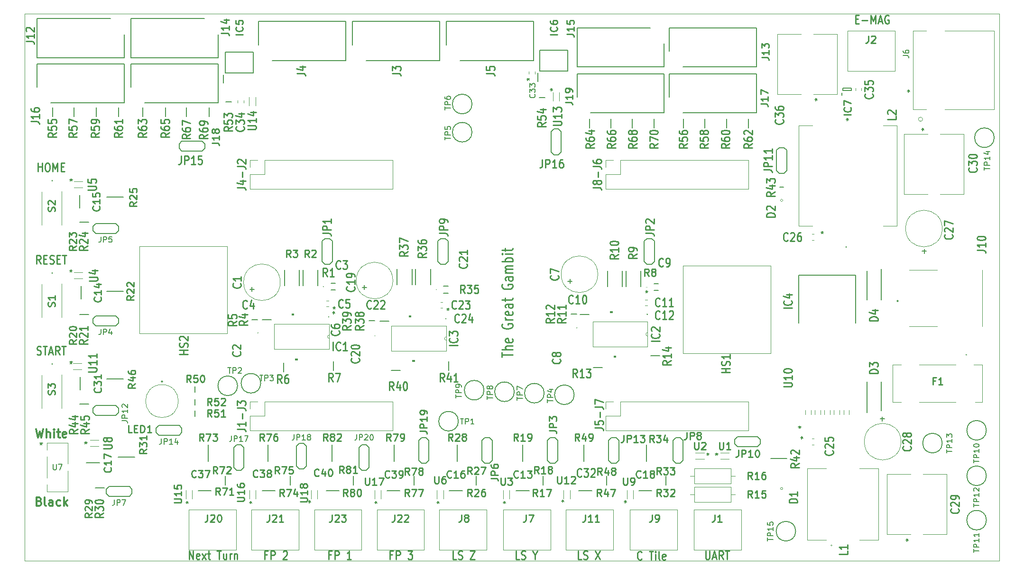
<source format=gbr>
%TF.GenerationSoftware,KiCad,Pcbnew,(6.0.0)*%
%TF.CreationDate,2022-10-28T16:08:40-04:00*%
%TF.ProjectId,Top_Level,546f705f-4c65-4766-956c-2e6b69636164,rev?*%
%TF.SameCoordinates,PX33f5838PY820f690*%
%TF.FileFunction,Legend,Top*%
%TF.FilePolarity,Positive*%
%FSLAX46Y46*%
G04 Gerber Fmt 4.6, Leading zero omitted, Abs format (unit mm)*
G04 Created by KiCad (PCBNEW (6.0.0)) date 2022-10-28 16:08:40*
%MOMM*%
%LPD*%
G01*
G04 APERTURE LIST*
%TA.AperFunction,Profile*%
%ADD10C,0.100000*%
%TD*%
%ADD11C,0.254000*%
%ADD12C,0.300000*%
%ADD13C,0.150000*%
%ADD14C,0.100000*%
%ADD15C,0.200000*%
%ADD16C,0.120000*%
%ADD17C,0.152400*%
G04 APERTURE END LIST*
D10*
X0Y0D02*
X173990000Y0D01*
X173990000Y0D02*
X173990000Y97790000D01*
X173990000Y97790000D02*
X0Y97790000D01*
X0Y97790000D02*
X0Y0D01*
D11*
X54718857Y1103143D02*
X54295523Y1103143D01*
X54295523Y317429D02*
X54295523Y1817429D01*
X54900285Y1817429D01*
X55384095Y317429D02*
X55384095Y1817429D01*
X55867904Y1817429D01*
X55988857Y1746000D01*
X56049333Y1674572D01*
X56109809Y1531715D01*
X56109809Y1317429D01*
X56049333Y1174572D01*
X55988857Y1103143D01*
X55867904Y1031715D01*
X55384095Y1031715D01*
X58286952Y317429D02*
X57561238Y317429D01*
X57924095Y317429D02*
X57924095Y1817429D01*
X57803142Y1603143D01*
X57682190Y1460286D01*
X57561238Y1388858D01*
X85137761Y36458000D02*
X85137761Y37315143D01*
X87137761Y36886572D02*
X85137761Y36886572D01*
X87137761Y37815143D02*
X85137761Y37815143D01*
X87137761Y38458000D02*
X86090142Y38458000D01*
X85899666Y38386572D01*
X85804428Y38243715D01*
X85804428Y38029429D01*
X85899666Y37886572D01*
X85994904Y37815143D01*
X87042523Y39743715D02*
X87137761Y39600858D01*
X87137761Y39315143D01*
X87042523Y39172286D01*
X86852047Y39100858D01*
X86090142Y39100858D01*
X85899666Y39172286D01*
X85804428Y39315143D01*
X85804428Y39600858D01*
X85899666Y39743715D01*
X86090142Y39815143D01*
X86280619Y39815143D01*
X86471095Y39100858D01*
X85233000Y42386572D02*
X85137761Y42243715D01*
X85137761Y42029429D01*
X85233000Y41815143D01*
X85423476Y41672286D01*
X85613952Y41600858D01*
X85994904Y41529429D01*
X86280619Y41529429D01*
X86661571Y41600858D01*
X86852047Y41672286D01*
X87042523Y41815143D01*
X87137761Y42029429D01*
X87137761Y42172286D01*
X87042523Y42386572D01*
X86947285Y42458000D01*
X86280619Y42458000D01*
X86280619Y42172286D01*
X87137761Y43100858D02*
X85804428Y43100858D01*
X86185380Y43100858D02*
X85994904Y43172286D01*
X85899666Y43243715D01*
X85804428Y43386572D01*
X85804428Y43529429D01*
X87042523Y44600858D02*
X87137761Y44458000D01*
X87137761Y44172286D01*
X87042523Y44029429D01*
X86852047Y43958000D01*
X86090142Y43958000D01*
X85899666Y44029429D01*
X85804428Y44172286D01*
X85804428Y44458000D01*
X85899666Y44600858D01*
X86090142Y44672286D01*
X86280619Y44672286D01*
X86471095Y43958000D01*
X87137761Y45958000D02*
X86090142Y45958000D01*
X85899666Y45886572D01*
X85804428Y45743715D01*
X85804428Y45458000D01*
X85899666Y45315143D01*
X87042523Y45958000D02*
X87137761Y45815143D01*
X87137761Y45458000D01*
X87042523Y45315143D01*
X86852047Y45243715D01*
X86661571Y45243715D01*
X86471095Y45315143D01*
X86375857Y45458000D01*
X86375857Y45815143D01*
X86280619Y45958000D01*
X85804428Y46458000D02*
X85804428Y47029429D01*
X85137761Y46672286D02*
X86852047Y46672286D01*
X87042523Y46743715D01*
X87137761Y46886572D01*
X87137761Y47029429D01*
X85233000Y49458000D02*
X85137761Y49315143D01*
X85137761Y49100858D01*
X85233000Y48886572D01*
X85423476Y48743715D01*
X85613952Y48672286D01*
X85994904Y48600858D01*
X86280619Y48600858D01*
X86661571Y48672286D01*
X86852047Y48743715D01*
X87042523Y48886572D01*
X87137761Y49100858D01*
X87137761Y49243715D01*
X87042523Y49458000D01*
X86947285Y49529429D01*
X86280619Y49529429D01*
X86280619Y49243715D01*
X87137761Y50815143D02*
X86090142Y50815143D01*
X85899666Y50743715D01*
X85804428Y50600858D01*
X85804428Y50315143D01*
X85899666Y50172286D01*
X87042523Y50815143D02*
X87137761Y50672286D01*
X87137761Y50315143D01*
X87042523Y50172286D01*
X86852047Y50100858D01*
X86661571Y50100858D01*
X86471095Y50172286D01*
X86375857Y50315143D01*
X86375857Y50672286D01*
X86280619Y50815143D01*
X87137761Y51529429D02*
X85804428Y51529429D01*
X85994904Y51529429D02*
X85899666Y51600858D01*
X85804428Y51743715D01*
X85804428Y51958000D01*
X85899666Y52100858D01*
X86090142Y52172286D01*
X87137761Y52172286D01*
X86090142Y52172286D02*
X85899666Y52243715D01*
X85804428Y52386572D01*
X85804428Y52600858D01*
X85899666Y52743715D01*
X86090142Y52815143D01*
X87137761Y52815143D01*
X87137761Y53529429D02*
X85137761Y53529429D01*
X85899666Y53529429D02*
X85804428Y53672286D01*
X85804428Y53958000D01*
X85899666Y54100858D01*
X85994904Y54172286D01*
X86185380Y54243715D01*
X86756809Y54243715D01*
X86947285Y54172286D01*
X87042523Y54100858D01*
X87137761Y53958000D01*
X87137761Y53672286D01*
X87042523Y53529429D01*
X87137761Y54886572D02*
X85804428Y54886572D01*
X85137761Y54886572D02*
X85233000Y54815143D01*
X85328238Y54886572D01*
X85233000Y54958000D01*
X85137761Y54886572D01*
X85328238Y54886572D01*
X85804428Y55386572D02*
X85804428Y55958000D01*
X85137761Y55600858D02*
X86852047Y55600858D01*
X87042523Y55672286D01*
X87137761Y55815143D01*
X87137761Y55958000D01*
D12*
X2586314Y10678943D02*
X2800600Y10607515D01*
X2872028Y10536086D01*
X2943457Y10393229D01*
X2943457Y10178943D01*
X2872028Y10036086D01*
X2800600Y9964658D01*
X2657742Y9893229D01*
X2086314Y9893229D01*
X2086314Y11393229D01*
X2586314Y11393229D01*
X2729171Y11321800D01*
X2800600Y11250372D01*
X2872028Y11107515D01*
X2872028Y10964658D01*
X2800600Y10821800D01*
X2729171Y10750372D01*
X2586314Y10678943D01*
X2086314Y10678943D01*
X3800600Y9893229D02*
X3657742Y9964658D01*
X3586314Y10107515D01*
X3586314Y11393229D01*
X5014885Y9893229D02*
X5014885Y10678943D01*
X4943457Y10821800D01*
X4800600Y10893229D01*
X4514885Y10893229D01*
X4372028Y10821800D01*
X5014885Y9964658D02*
X4872028Y9893229D01*
X4514885Y9893229D01*
X4372028Y9964658D01*
X4300600Y10107515D01*
X4300600Y10250372D01*
X4372028Y10393229D01*
X4514885Y10464658D01*
X4872028Y10464658D01*
X5014885Y10536086D01*
X6372028Y9964658D02*
X6229171Y9893229D01*
X5943457Y9893229D01*
X5800600Y9964658D01*
X5729171Y10036086D01*
X5657742Y10178943D01*
X5657742Y10607515D01*
X5729171Y10750372D01*
X5800600Y10821800D01*
X5943457Y10893229D01*
X6229171Y10893229D01*
X6372028Y10821800D01*
X7014885Y9893229D02*
X7014885Y11393229D01*
X7157742Y10464658D02*
X7586314Y9893229D01*
X7586314Y10893229D02*
X7014885Y10321800D01*
D11*
X148293666Y96861143D02*
X148717000Y96861143D01*
X148898428Y96075429D02*
X148293666Y96075429D01*
X148293666Y97575429D01*
X148898428Y97575429D01*
X149442714Y96646858D02*
X150410333Y96646858D01*
X151015095Y96075429D02*
X151015095Y97575429D01*
X151438428Y96504000D01*
X151861761Y97575429D01*
X151861761Y96075429D01*
X152406047Y96504000D02*
X153010809Y96504000D01*
X152285095Y96075429D02*
X152708428Y97575429D01*
X153131761Y96075429D01*
X154220333Y97504000D02*
X154099380Y97575429D01*
X153917952Y97575429D01*
X153736523Y97504000D01*
X153615571Y97361143D01*
X153555095Y97218286D01*
X153494619Y96932572D01*
X153494619Y96718286D01*
X153555095Y96432572D01*
X153615571Y96289715D01*
X153736523Y96146858D01*
X153917952Y96075429D01*
X154038904Y96075429D01*
X154220333Y96146858D01*
X154280809Y96218286D01*
X154280809Y96718286D01*
X154038904Y96718286D01*
X2370666Y69659429D02*
X2370666Y71159429D01*
X2370666Y70445143D02*
X3096380Y70445143D01*
X3096380Y69659429D02*
X3096380Y71159429D01*
X3943047Y71159429D02*
X4184952Y71159429D01*
X4305904Y71088000D01*
X4426857Y70945143D01*
X4487333Y70659429D01*
X4487333Y70159429D01*
X4426857Y69873715D01*
X4305904Y69730858D01*
X4184952Y69659429D01*
X3943047Y69659429D01*
X3822095Y69730858D01*
X3701142Y69873715D01*
X3640666Y70159429D01*
X3640666Y70659429D01*
X3701142Y70945143D01*
X3822095Y71088000D01*
X3943047Y71159429D01*
X5031619Y69659429D02*
X5031619Y71159429D01*
X5454952Y70088000D01*
X5878285Y71159429D01*
X5878285Y69659429D01*
X6483047Y70445143D02*
X6906380Y70445143D01*
X7087809Y69659429D02*
X6483047Y69659429D01*
X6483047Y71159429D01*
X7087809Y71159429D01*
X2189238Y36964858D02*
X2370666Y36893429D01*
X2673047Y36893429D01*
X2794000Y36964858D01*
X2854476Y37036286D01*
X2914952Y37179143D01*
X2914952Y37322000D01*
X2854476Y37464858D01*
X2794000Y37536286D01*
X2673047Y37607715D01*
X2431142Y37679143D01*
X2310190Y37750572D01*
X2249714Y37822000D01*
X2189238Y37964858D01*
X2189238Y38107715D01*
X2249714Y38250572D01*
X2310190Y38322000D01*
X2431142Y38393429D01*
X2733523Y38393429D01*
X2914952Y38322000D01*
X3277809Y38393429D02*
X4003523Y38393429D01*
X3640666Y36893429D02*
X3640666Y38393429D01*
X4366380Y37322000D02*
X4971142Y37322000D01*
X4245428Y36893429D02*
X4668761Y38393429D01*
X5092095Y36893429D01*
X6241142Y36893429D02*
X5817809Y37607715D01*
X5515428Y36893429D02*
X5515428Y38393429D01*
X5999238Y38393429D01*
X6120190Y38322000D01*
X6180666Y38250572D01*
X6241142Y38107715D01*
X6241142Y37893429D01*
X6180666Y37750572D01*
X6120190Y37679143D01*
X5999238Y37607715D01*
X5515428Y37607715D01*
X6604000Y38393429D02*
X7329714Y38393429D01*
X6966857Y36893429D02*
X6966857Y38393429D01*
D12*
X2050600Y23585229D02*
X2407742Y22085229D01*
X2693457Y23156658D01*
X2979171Y22085229D01*
X3336314Y23585229D01*
X3907742Y22085229D02*
X3907742Y23585229D01*
X4550600Y22085229D02*
X4550600Y22870943D01*
X4479171Y23013800D01*
X4336314Y23085229D01*
X4122028Y23085229D01*
X3979171Y23013800D01*
X3907742Y22942372D01*
X5264885Y22085229D02*
X5264885Y23085229D01*
X5264885Y23585229D02*
X5193457Y23513800D01*
X5264885Y23442372D01*
X5336314Y23513800D01*
X5264885Y23585229D01*
X5264885Y23442372D01*
X5764885Y23085229D02*
X6336314Y23085229D01*
X5979171Y23585229D02*
X5979171Y22299515D01*
X6050600Y22156658D01*
X6193457Y22085229D01*
X6336314Y22085229D01*
X7407742Y22156658D02*
X7264885Y22085229D01*
X6979171Y22085229D01*
X6836314Y22156658D01*
X6764885Y22299515D01*
X6764885Y22870943D01*
X6836314Y23013800D01*
X6979171Y23085229D01*
X7264885Y23085229D01*
X7407742Y23013800D01*
X7479171Y22870943D01*
X7479171Y22728086D01*
X6764885Y22585229D01*
D11*
X121545047Y1817429D02*
X121545047Y603143D01*
X121605523Y460286D01*
X121666000Y388858D01*
X121786952Y317429D01*
X122028857Y317429D01*
X122149809Y388858D01*
X122210285Y460286D01*
X122270761Y603143D01*
X122270761Y1817429D01*
X122815047Y746000D02*
X123419809Y746000D01*
X122694095Y317429D02*
X123117428Y1817429D01*
X123540761Y317429D01*
X124689809Y317429D02*
X124266476Y1031715D01*
X123964095Y317429D02*
X123964095Y1817429D01*
X124447904Y1817429D01*
X124568857Y1746000D01*
X124629333Y1674572D01*
X124689809Y1531715D01*
X124689809Y1317429D01*
X124629333Y1174572D01*
X124568857Y1103143D01*
X124447904Y1031715D01*
X123964095Y1031715D01*
X125052666Y1817429D02*
X125778380Y1817429D01*
X125415523Y317429D02*
X125415523Y1817429D01*
X99410761Y317429D02*
X98806000Y317429D01*
X98806000Y1817429D01*
X99773619Y388858D02*
X99955047Y317429D01*
X100257428Y317429D01*
X100378380Y388858D01*
X100438857Y460286D01*
X100499333Y603143D01*
X100499333Y746000D01*
X100438857Y888858D01*
X100378380Y960286D01*
X100257428Y1031715D01*
X100015523Y1103143D01*
X99894571Y1174572D01*
X99834095Y1246000D01*
X99773619Y1388858D01*
X99773619Y1531715D01*
X99834095Y1674572D01*
X99894571Y1746000D01*
X100015523Y1817429D01*
X100317904Y1817429D01*
X100499333Y1746000D01*
X101890285Y1817429D02*
X102736952Y317429D01*
X102736952Y1817429D02*
X101890285Y317429D01*
X65640857Y1103143D02*
X65217523Y1103143D01*
X65217523Y317429D02*
X65217523Y1817429D01*
X65822285Y1817429D01*
X66306095Y317429D02*
X66306095Y1817429D01*
X66789904Y1817429D01*
X66910857Y1746000D01*
X66971333Y1674572D01*
X67031809Y1531715D01*
X67031809Y1317429D01*
X66971333Y1174572D01*
X66910857Y1103143D01*
X66789904Y1031715D01*
X66306095Y1031715D01*
X68422761Y1817429D02*
X69208952Y1817429D01*
X68785619Y1246000D01*
X68967047Y1246000D01*
X69088000Y1174572D01*
X69148476Y1103143D01*
X69208952Y960286D01*
X69208952Y603143D01*
X69148476Y460286D01*
X69088000Y388858D01*
X68967047Y317429D01*
X68604190Y317429D01*
X68483238Y388858D01*
X68422761Y460286D01*
X110133190Y384086D02*
X110072714Y312658D01*
X109891285Y241229D01*
X109770333Y241229D01*
X109588904Y312658D01*
X109467952Y455515D01*
X109407476Y598372D01*
X109347000Y884086D01*
X109347000Y1098372D01*
X109407476Y1384086D01*
X109467952Y1526943D01*
X109588904Y1669800D01*
X109770333Y1741229D01*
X109891285Y1741229D01*
X110072714Y1669800D01*
X110133190Y1598372D01*
X111463666Y1741229D02*
X112189380Y1741229D01*
X111826523Y241229D02*
X111826523Y1741229D01*
X112612714Y241229D02*
X112612714Y1241229D01*
X112612714Y1741229D02*
X112552238Y1669800D01*
X112612714Y1598372D01*
X112673190Y1669800D01*
X112612714Y1741229D01*
X112612714Y1598372D01*
X113398904Y241229D02*
X113277952Y312658D01*
X113217476Y455515D01*
X113217476Y1741229D01*
X114366523Y312658D02*
X114245571Y241229D01*
X114003666Y241229D01*
X113882714Y312658D01*
X113822238Y455515D01*
X113822238Y1026943D01*
X113882714Y1169800D01*
X114003666Y1241229D01*
X114245571Y1241229D01*
X114366523Y1169800D01*
X114427000Y1026943D01*
X114427000Y884086D01*
X113822238Y741229D01*
X2854476Y53149429D02*
X2431142Y53863715D01*
X2128761Y53149429D02*
X2128761Y54649429D01*
X2612571Y54649429D01*
X2733523Y54578000D01*
X2794000Y54506572D01*
X2854476Y54363715D01*
X2854476Y54149429D01*
X2794000Y54006572D01*
X2733523Y53935143D01*
X2612571Y53863715D01*
X2128761Y53863715D01*
X3398761Y53935143D02*
X3822095Y53935143D01*
X4003523Y53149429D02*
X3398761Y53149429D01*
X3398761Y54649429D01*
X4003523Y54649429D01*
X4487333Y53220858D02*
X4668761Y53149429D01*
X4971142Y53149429D01*
X5092095Y53220858D01*
X5152571Y53292286D01*
X5213047Y53435143D01*
X5213047Y53578000D01*
X5152571Y53720858D01*
X5092095Y53792286D01*
X4971142Y53863715D01*
X4729238Y53935143D01*
X4608285Y54006572D01*
X4547809Y54078000D01*
X4487333Y54220858D01*
X4487333Y54363715D01*
X4547809Y54506572D01*
X4608285Y54578000D01*
X4729238Y54649429D01*
X5031619Y54649429D01*
X5213047Y54578000D01*
X5757333Y53935143D02*
X6180666Y53935143D01*
X6362095Y53149429D02*
X5757333Y53149429D01*
X5757333Y54649429D01*
X6362095Y54649429D01*
X6724952Y54649429D02*
X7450666Y54649429D01*
X7087809Y53149429D02*
X7087809Y54649429D01*
X77058761Y317429D02*
X76454000Y317429D01*
X76454000Y1817429D01*
X77421619Y388858D02*
X77603047Y317429D01*
X77905428Y317429D01*
X78026380Y388858D01*
X78086857Y460286D01*
X78147333Y603143D01*
X78147333Y746000D01*
X78086857Y888858D01*
X78026380Y960286D01*
X77905428Y1031715D01*
X77663523Y1103143D01*
X77542571Y1174572D01*
X77482095Y1246000D01*
X77421619Y1388858D01*
X77421619Y1531715D01*
X77482095Y1674572D01*
X77542571Y1746000D01*
X77663523Y1817429D01*
X77965904Y1817429D01*
X78147333Y1746000D01*
X79538285Y1817429D02*
X80384952Y1817429D01*
X79538285Y317429D01*
X80384952Y317429D01*
X29361190Y317429D02*
X29361190Y1817429D01*
X30086904Y317429D01*
X30086904Y1817429D01*
X31175476Y388858D02*
X31054523Y317429D01*
X30812619Y317429D01*
X30691666Y388858D01*
X30631190Y531715D01*
X30631190Y1103143D01*
X30691666Y1246000D01*
X30812619Y1317429D01*
X31054523Y1317429D01*
X31175476Y1246000D01*
X31235952Y1103143D01*
X31235952Y960286D01*
X30631190Y817429D01*
X31659285Y317429D02*
X32324523Y1317429D01*
X31659285Y1317429D02*
X32324523Y317429D01*
X32626904Y1317429D02*
X33110714Y1317429D01*
X32808333Y1817429D02*
X32808333Y531715D01*
X32868809Y388858D01*
X32989761Y317429D01*
X33110714Y317429D01*
X34320238Y1817429D02*
X35045952Y1817429D01*
X34683095Y317429D02*
X34683095Y1817429D01*
X36013571Y1317429D02*
X36013571Y317429D01*
X35469285Y1317429D02*
X35469285Y531715D01*
X35529761Y388858D01*
X35650714Y317429D01*
X35832142Y317429D01*
X35953095Y388858D01*
X36013571Y460286D01*
X36618333Y317429D02*
X36618333Y1317429D01*
X36618333Y1031715D02*
X36678809Y1174572D01*
X36739285Y1246000D01*
X36860238Y1317429D01*
X36981190Y1317429D01*
X37404523Y1317429D02*
X37404523Y317429D01*
X37404523Y1174572D02*
X37465000Y1246000D01*
X37585952Y1317429D01*
X37767380Y1317429D01*
X37888333Y1246000D01*
X37948809Y1103143D01*
X37948809Y317429D01*
X88295238Y317429D02*
X87690476Y317429D01*
X87690476Y1817429D01*
X88658095Y388858D02*
X88839523Y317429D01*
X89141904Y317429D01*
X89262857Y388858D01*
X89323333Y460286D01*
X89383809Y603143D01*
X89383809Y746000D01*
X89323333Y888858D01*
X89262857Y960286D01*
X89141904Y1031715D01*
X88900000Y1103143D01*
X88779047Y1174572D01*
X88718571Y1246000D01*
X88658095Y1388858D01*
X88658095Y1531715D01*
X88718571Y1674572D01*
X88779047Y1746000D01*
X88900000Y1817429D01*
X89202380Y1817429D01*
X89383809Y1746000D01*
X91137619Y1031715D02*
X91137619Y317429D01*
X90714285Y1817429D02*
X91137619Y1031715D01*
X91560952Y1817429D01*
X43288857Y1103143D02*
X42865523Y1103143D01*
X42865523Y317429D02*
X42865523Y1817429D01*
X43470285Y1817429D01*
X43954095Y317429D02*
X43954095Y1817429D01*
X44437904Y1817429D01*
X44558857Y1746000D01*
X44619333Y1674572D01*
X44679809Y1531715D01*
X44679809Y1317429D01*
X44619333Y1174572D01*
X44558857Y1103143D01*
X44437904Y1031715D01*
X43954095Y1031715D01*
X46131238Y1674572D02*
X46191714Y1746000D01*
X46312666Y1817429D01*
X46615047Y1817429D01*
X46736000Y1746000D01*
X46796476Y1674572D01*
X46856952Y1531715D01*
X46856952Y1388858D01*
X46796476Y1174572D01*
X46070761Y317429D01*
X46856952Y317429D01*
%TO.C,JP2*%
X110811571Y58611667D02*
X111883000Y58611667D01*
X112097285Y58551191D01*
X112240142Y58430239D01*
X112311571Y58248810D01*
X112311571Y58127858D01*
X112311571Y59216429D02*
X110811571Y59216429D01*
X110811571Y59700239D01*
X110883000Y59821191D01*
X110954428Y59881667D01*
X111097285Y59942143D01*
X111311571Y59942143D01*
X111454428Y59881667D01*
X111525857Y59821191D01*
X111597285Y59700239D01*
X111597285Y59216429D01*
X110954428Y60425953D02*
X110883000Y60486429D01*
X110811571Y60607381D01*
X110811571Y60909762D01*
X110883000Y61030715D01*
X110954428Y61091191D01*
X111097285Y61151667D01*
X111240142Y61151667D01*
X111454428Y61091191D01*
X112311571Y60365477D01*
X112311571Y61151667D01*
D13*
%TO.C,TP15*%
X132592380Y3595905D02*
X132592380Y4167334D01*
X133592380Y3881620D02*
X132592380Y3881620D01*
X133592380Y4500667D02*
X132592380Y4500667D01*
X132592380Y4881620D01*
X132640000Y4976858D01*
X132687619Y5024477D01*
X132782857Y5072096D01*
X132925714Y5072096D01*
X133020952Y5024477D01*
X133068571Y4976858D01*
X133116190Y4881620D01*
X133116190Y4500667D01*
X133592380Y6024477D02*
X133592380Y5453048D01*
X133592380Y5738762D02*
X132592380Y5738762D01*
X132735238Y5643524D01*
X132830476Y5548286D01*
X132878095Y5453048D01*
X132592380Y6929239D02*
X132592380Y6453048D01*
X133068571Y6405429D01*
X133020952Y6453048D01*
X132973333Y6548286D01*
X132973333Y6786381D01*
X133020952Y6881620D01*
X133068571Y6929239D01*
X133163809Y6976858D01*
X133401904Y6976858D01*
X133497142Y6929239D01*
X133544761Y6881620D01*
X133592380Y6786381D01*
X133592380Y6548286D01*
X133544761Y6453048D01*
X133497142Y6405429D01*
D11*
%TO.C,J21*%
X43675904Y8295477D02*
X43675904Y7388334D01*
X43615428Y7206905D01*
X43494476Y7085953D01*
X43313047Y7025477D01*
X43192095Y7025477D01*
X44220190Y8174524D02*
X44280666Y8235000D01*
X44401619Y8295477D01*
X44704000Y8295477D01*
X44824952Y8235000D01*
X44885428Y8174524D01*
X44945904Y8053572D01*
X44945904Y7932620D01*
X44885428Y7751191D01*
X44159714Y7025477D01*
X44945904Y7025477D01*
X46155428Y7025477D02*
X45429714Y7025477D01*
X45792571Y7025477D02*
X45792571Y8295477D01*
X45671619Y8114048D01*
X45550666Y7993096D01*
X45429714Y7932620D01*
%TO.C,R74*%
X46275171Y11597477D02*
X45851838Y12202239D01*
X45549457Y11597477D02*
X45549457Y12867477D01*
X46033266Y12867477D01*
X46154219Y12807000D01*
X46214695Y12746524D01*
X46275171Y12625572D01*
X46275171Y12444143D01*
X46214695Y12323191D01*
X46154219Y12262715D01*
X46033266Y12202239D01*
X45549457Y12202239D01*
X46698504Y12867477D02*
X47545171Y12867477D01*
X47000885Y11597477D01*
X48573266Y12444143D02*
X48573266Y11597477D01*
X48270885Y12927953D02*
X47968504Y12020810D01*
X48754695Y12020810D01*
%TO.C,R14*%
X115359571Y35843294D02*
X114645285Y35419961D01*
X115359571Y35117580D02*
X113859571Y35117580D01*
X113859571Y35601389D01*
X113931000Y35722342D01*
X114002428Y35782818D01*
X114145285Y35843294D01*
X114359571Y35843294D01*
X114502428Y35782818D01*
X114573857Y35722342D01*
X114645285Y35601389D01*
X114645285Y35117580D01*
X115359571Y37052818D02*
X115359571Y36327103D01*
X115359571Y36689961D02*
X113859571Y36689961D01*
X114073857Y36569008D01*
X114216714Y36448056D01*
X114288142Y36327103D01*
X114359571Y38141389D02*
X115359571Y38141389D01*
X113788142Y37839008D02*
X114859571Y37536627D01*
X114859571Y38322818D01*
%TO.C,J9*%
X111971666Y8295477D02*
X111971666Y7388334D01*
X111911190Y7206905D01*
X111790238Y7085953D01*
X111608809Y7025477D01*
X111487857Y7025477D01*
X112636904Y7025477D02*
X112878809Y7025477D01*
X112999761Y7085953D01*
X113060238Y7146429D01*
X113181190Y7327858D01*
X113241666Y7569762D01*
X113241666Y8053572D01*
X113181190Y8174524D01*
X113120714Y8235000D01*
X112999761Y8295477D01*
X112757857Y8295477D01*
X112636904Y8235000D01*
X112576428Y8174524D01*
X112515952Y8053572D01*
X112515952Y7751191D01*
X112576428Y7630239D01*
X112636904Y7569762D01*
X112757857Y7509286D01*
X112999761Y7509286D01*
X113120714Y7569762D01*
X113181190Y7630239D01*
X113241666Y7751191D01*
%TO.C,R64*%
X101643571Y74601572D02*
X100929285Y74178239D01*
X101643571Y73875858D02*
X100143571Y73875858D01*
X100143571Y74359667D01*
X100215000Y74480620D01*
X100286428Y74541096D01*
X100429285Y74601572D01*
X100643571Y74601572D01*
X100786428Y74541096D01*
X100857857Y74480620D01*
X100929285Y74359667D01*
X100929285Y73875858D01*
X100143571Y75690143D02*
X100143571Y75448239D01*
X100215000Y75327286D01*
X100286428Y75266810D01*
X100500714Y75145858D01*
X100786428Y75085381D01*
X101357857Y75085381D01*
X101500714Y75145858D01*
X101572142Y75206334D01*
X101643571Y75327286D01*
X101643571Y75569191D01*
X101572142Y75690143D01*
X101500714Y75750620D01*
X101357857Y75811096D01*
X101000714Y75811096D01*
X100857857Y75750620D01*
X100786428Y75690143D01*
X100715000Y75569191D01*
X100715000Y75327286D01*
X100786428Y75206334D01*
X100857857Y75145858D01*
X101000714Y75085381D01*
X100643571Y76899667D02*
X101643571Y76899667D01*
X100072142Y76597286D02*
X101143571Y76294905D01*
X101143571Y77081096D01*
%TO.C,R52*%
X33392571Y27853477D02*
X32969238Y28458239D01*
X32666857Y27853477D02*
X32666857Y29123477D01*
X33150666Y29123477D01*
X33271619Y29063000D01*
X33332095Y29002524D01*
X33392571Y28881572D01*
X33392571Y28700143D01*
X33332095Y28579191D01*
X33271619Y28518715D01*
X33150666Y28458239D01*
X32666857Y28458239D01*
X34541619Y29123477D02*
X33936857Y29123477D01*
X33876380Y28518715D01*
X33936857Y28579191D01*
X34057809Y28639667D01*
X34360190Y28639667D01*
X34481142Y28579191D01*
X34541619Y28518715D01*
X34602095Y28397762D01*
X34602095Y28095381D01*
X34541619Y27974429D01*
X34481142Y27913953D01*
X34360190Y27853477D01*
X34057809Y27853477D01*
X33936857Y27913953D01*
X33876380Y27974429D01*
X35085904Y29002524D02*
X35146380Y29063000D01*
X35267333Y29123477D01*
X35569714Y29123477D01*
X35690666Y29063000D01*
X35751142Y29002524D01*
X35811619Y28881572D01*
X35811619Y28760620D01*
X35751142Y28579191D01*
X35025428Y27853477D01*
X35811619Y27853477D01*
%TO.C,C13*%
X88083571Y15020429D02*
X88023095Y14959953D01*
X87841666Y14899477D01*
X87720714Y14899477D01*
X87539285Y14959953D01*
X87418333Y15080905D01*
X87357857Y15201858D01*
X87297380Y15443762D01*
X87297380Y15625191D01*
X87357857Y15867096D01*
X87418333Y15988048D01*
X87539285Y16109000D01*
X87720714Y16169477D01*
X87841666Y16169477D01*
X88023095Y16109000D01*
X88083571Y16048524D01*
X89293095Y14899477D02*
X88567380Y14899477D01*
X88930238Y14899477D02*
X88930238Y16169477D01*
X88809285Y15988048D01*
X88688333Y15867096D01*
X88567380Y15806620D01*
X89716428Y16169477D02*
X90502619Y16169477D01*
X90079285Y15685667D01*
X90260714Y15685667D01*
X90381666Y15625191D01*
X90442142Y15564715D01*
X90502619Y15443762D01*
X90502619Y15141381D01*
X90442142Y15020429D01*
X90381666Y14959953D01*
X90260714Y14899477D01*
X89897857Y14899477D01*
X89776904Y14959953D01*
X89716428Y15020429D01*
D13*
%TO.C,J6*%
X156831380Y90344668D02*
X157545666Y90344668D01*
X157688523Y90297049D01*
X157783761Y90201811D01*
X157831380Y90058954D01*
X157831380Y89963716D01*
X156831380Y91249430D02*
X156831380Y91058954D01*
X156879000Y90963716D01*
X156926619Y90916097D01*
X157069476Y90820859D01*
X157259952Y90773240D01*
X157640904Y90773240D01*
X157736142Y90820859D01*
X157783761Y90868478D01*
X157831380Y90963716D01*
X157831380Y91154192D01*
X157783761Y91249430D01*
X157736142Y91297049D01*
X157640904Y91344668D01*
X157402809Y91344668D01*
X157307571Y91297049D01*
X157259952Y91249430D01*
X157212333Y91154192D01*
X157212333Y90963716D01*
X157259952Y90868478D01*
X157307571Y90820859D01*
X157402809Y90773240D01*
X157567380Y84054000D02*
X157805476Y84054000D01*
X157710238Y83815905D02*
X157805476Y84054000D01*
X157710238Y84292096D01*
X157995952Y83911143D02*
X157805476Y84054000D01*
X157995952Y84196858D01*
D11*
%TO.C,R11*%
X96563571Y43359572D02*
X95849285Y42936239D01*
X96563571Y42633858D02*
X95063571Y42633858D01*
X95063571Y43117667D01*
X95135000Y43238620D01*
X95206428Y43299096D01*
X95349285Y43359572D01*
X95563571Y43359572D01*
X95706428Y43299096D01*
X95777857Y43238620D01*
X95849285Y43117667D01*
X95849285Y42633858D01*
X96563571Y44569096D02*
X96563571Y43843381D01*
X96563571Y44206239D02*
X95063571Y44206239D01*
X95277857Y44085286D01*
X95420714Y43964334D01*
X95492142Y43843381D01*
X96563571Y45778620D02*
X96563571Y45052905D01*
X96563571Y45415762D02*
X95063571Y45415762D01*
X95277857Y45294810D01*
X95420714Y45173858D01*
X95492142Y45052905D01*
%TO.C,R13*%
X98624571Y32829429D02*
X98201238Y33543715D01*
X97898857Y32829429D02*
X97898857Y34329429D01*
X98382666Y34329429D01*
X98503619Y34258000D01*
X98564095Y34186572D01*
X98624571Y34043715D01*
X98624571Y33829429D01*
X98564095Y33686572D01*
X98503619Y33615143D01*
X98382666Y33543715D01*
X97898857Y33543715D01*
X99834095Y32829429D02*
X99108380Y32829429D01*
X99471238Y32829429D02*
X99471238Y34329429D01*
X99350285Y34115143D01*
X99229333Y33972286D01*
X99108380Y33900858D01*
X100257428Y34329429D02*
X101043619Y34329429D01*
X100620285Y33758000D01*
X100801714Y33758000D01*
X100922666Y33686572D01*
X100983142Y33615143D01*
X101043619Y33472286D01*
X101043619Y33115143D01*
X100983142Y32972286D01*
X100922666Y32900858D01*
X100801714Y32829429D01*
X100438857Y32829429D01*
X100317904Y32900858D01*
X100257428Y32972286D01*
%TO.C,R45*%
X11473571Y23547572D02*
X10759285Y23124239D01*
X11473571Y22821858D02*
X9973571Y22821858D01*
X9973571Y23305667D01*
X10045000Y23426620D01*
X10116428Y23487096D01*
X10259285Y23547572D01*
X10473571Y23547572D01*
X10616428Y23487096D01*
X10687857Y23426620D01*
X10759285Y23305667D01*
X10759285Y22821858D01*
X10473571Y24636143D02*
X11473571Y24636143D01*
X9902142Y24333762D02*
X10973571Y24031381D01*
X10973571Y24817572D01*
X9973571Y25906143D02*
X9973571Y25301381D01*
X10687857Y25240905D01*
X10616428Y25301381D01*
X10545000Y25422334D01*
X10545000Y25724715D01*
X10616428Y25845667D01*
X10687857Y25906143D01*
X10830714Y25966620D01*
X11187857Y25966620D01*
X11330714Y25906143D01*
X11402142Y25845667D01*
X11473571Y25724715D01*
X11473571Y25422334D01*
X11402142Y25301381D01*
X11330714Y25240905D01*
%TO.C,JP15*%
X27927904Y72429429D02*
X27927904Y71358000D01*
X27867428Y71143715D01*
X27746476Y71000858D01*
X27565047Y70929429D01*
X27444095Y70929429D01*
X28532666Y70929429D02*
X28532666Y72429429D01*
X29016476Y72429429D01*
X29137428Y72358000D01*
X29197904Y72286572D01*
X29258380Y72143715D01*
X29258380Y71929429D01*
X29197904Y71786572D01*
X29137428Y71715143D01*
X29016476Y71643715D01*
X28532666Y71643715D01*
X30467904Y70929429D02*
X29742190Y70929429D01*
X30105047Y70929429D02*
X30105047Y72429429D01*
X29984095Y72215143D01*
X29863142Y72072286D01*
X29742190Y72000858D01*
X31616952Y72429429D02*
X31012190Y72429429D01*
X30951714Y71715143D01*
X31012190Y71786572D01*
X31133142Y71858000D01*
X31435523Y71858000D01*
X31556476Y71786572D01*
X31616952Y71715143D01*
X31677428Y71572286D01*
X31677428Y71215143D01*
X31616952Y71072286D01*
X31556476Y71000858D01*
X31435523Y70929429D01*
X31133142Y70929429D01*
X31012190Y71000858D01*
X30951714Y71072286D01*
%TO.C,J4-J2*%
X37937571Y66789905D02*
X39009000Y66789905D01*
X39223285Y66729429D01*
X39366142Y66608477D01*
X39437571Y66427048D01*
X39437571Y66306096D01*
X38437571Y67938953D02*
X39437571Y67938953D01*
X37866142Y67636572D02*
X38937571Y67334191D01*
X38937571Y68120381D01*
X38866142Y68604191D02*
X38866142Y69571810D01*
X37937571Y70539429D02*
X39009000Y70539429D01*
X39223285Y70478953D01*
X39366142Y70358000D01*
X39437571Y70176572D01*
X39437571Y70055620D01*
X38080428Y71083715D02*
X38009000Y71144191D01*
X37937571Y71265143D01*
X37937571Y71567524D01*
X38009000Y71688477D01*
X38080428Y71748953D01*
X38223285Y71809429D01*
X38366142Y71809429D01*
X38580428Y71748953D01*
X39437571Y71023239D01*
X39437571Y71809429D01*
%TO.C,J18*%
X33416723Y74745505D02*
X34323866Y74745505D01*
X34505295Y74685029D01*
X34626247Y74564077D01*
X34686723Y74382648D01*
X34686723Y74261696D01*
X34686723Y76015505D02*
X34686723Y75289791D01*
X34686723Y75652648D02*
X33416723Y75652648D01*
X33598152Y75531696D01*
X33719104Y75410743D01*
X33779580Y75289791D01*
X33961009Y76741220D02*
X33900533Y76620267D01*
X33840057Y76559791D01*
X33719104Y76499315D01*
X33658628Y76499315D01*
X33537676Y76559791D01*
X33477200Y76620267D01*
X33416723Y76741220D01*
X33416723Y76983124D01*
X33477200Y77104077D01*
X33537676Y77164553D01*
X33658628Y77225029D01*
X33719104Y77225029D01*
X33840057Y77164553D01*
X33900533Y77104077D01*
X33961009Y76983124D01*
X33961009Y76741220D01*
X34021485Y76620267D01*
X34081961Y76559791D01*
X34202914Y76499315D01*
X34444819Y76499315D01*
X34565771Y76559791D01*
X34626247Y76620267D01*
X34686723Y76741220D01*
X34686723Y76983124D01*
X34626247Y77104077D01*
X34565771Y77164553D01*
X34444819Y77225029D01*
X34202914Y77225029D01*
X34081961Y77164553D01*
X34021485Y77104077D01*
X33961009Y76983124D01*
%TO.C,C39*%
X65096571Y15020429D02*
X65036095Y14959953D01*
X64854666Y14899477D01*
X64733714Y14899477D01*
X64552285Y14959953D01*
X64431333Y15080905D01*
X64370857Y15201858D01*
X64310380Y15443762D01*
X64310380Y15625191D01*
X64370857Y15867096D01*
X64431333Y15988048D01*
X64552285Y16109000D01*
X64733714Y16169477D01*
X64854666Y16169477D01*
X65036095Y16109000D01*
X65096571Y16048524D01*
X65519904Y16169477D02*
X66306095Y16169477D01*
X65882761Y15685667D01*
X66064190Y15685667D01*
X66185142Y15625191D01*
X66245619Y15564715D01*
X66306095Y15443762D01*
X66306095Y15141381D01*
X66245619Y15020429D01*
X66185142Y14959953D01*
X66064190Y14899477D01*
X65701333Y14899477D01*
X65580380Y14959953D01*
X65519904Y15020429D01*
X66910857Y14899477D02*
X67152761Y14899477D01*
X67273714Y14959953D01*
X67334190Y15020429D01*
X67455142Y15201858D01*
X67515619Y15443762D01*
X67515619Y15927572D01*
X67455142Y16048524D01*
X67394666Y16109000D01*
X67273714Y16169477D01*
X67031809Y16169477D01*
X66910857Y16109000D01*
X66850380Y16048524D01*
X66789904Y15927572D01*
X66789904Y15625191D01*
X66850380Y15504239D01*
X66910857Y15443762D01*
X67031809Y15383286D01*
X67273714Y15383286D01*
X67394666Y15443762D01*
X67455142Y15504239D01*
X67515619Y15625191D01*
%TO.C,LED1*%
X19127409Y23002077D02*
X18522647Y23002077D01*
X18522647Y24272077D01*
X19550742Y23667315D02*
X19974076Y23667315D01*
X20155504Y23002077D02*
X19550742Y23002077D01*
X19550742Y24272077D01*
X20155504Y24272077D01*
X20699790Y23002077D02*
X20699790Y24272077D01*
X21002171Y24272077D01*
X21183600Y24211600D01*
X21304552Y24090648D01*
X21365028Y23969696D01*
X21425504Y23727791D01*
X21425504Y23546362D01*
X21365028Y23304458D01*
X21304552Y23183505D01*
X21183600Y23062553D01*
X21002171Y23002077D01*
X20699790Y23002077D01*
X22635028Y23002077D02*
X21909314Y23002077D01*
X22272171Y23002077D02*
X22272171Y24272077D01*
X22151219Y24090648D01*
X22030266Y23969696D01*
X21909314Y23909220D01*
%TO.C,C28*%
X158097714Y20519572D02*
X158169142Y20459096D01*
X158240571Y20277667D01*
X158240571Y20156715D01*
X158169142Y19975286D01*
X158026285Y19854334D01*
X157883428Y19793858D01*
X157597714Y19733381D01*
X157383428Y19733381D01*
X157097714Y19793858D01*
X156954857Y19854334D01*
X156812000Y19975286D01*
X156740571Y20156715D01*
X156740571Y20277667D01*
X156812000Y20459096D01*
X156883428Y20519572D01*
X156883428Y21003381D02*
X156812000Y21063858D01*
X156740571Y21184810D01*
X156740571Y21487191D01*
X156812000Y21608143D01*
X156883428Y21668620D01*
X157026285Y21729096D01*
X157169142Y21729096D01*
X157383428Y21668620D01*
X158240571Y20942905D01*
X158240571Y21729096D01*
X157383428Y22454810D02*
X157312000Y22333858D01*
X157240571Y22273381D01*
X157097714Y22212905D01*
X157026285Y22212905D01*
X156883428Y22273381D01*
X156812000Y22333858D01*
X156740571Y22454810D01*
X156740571Y22696715D01*
X156812000Y22817667D01*
X156883428Y22878143D01*
X157026285Y22938620D01*
X157097714Y22938620D01*
X157240571Y22878143D01*
X157312000Y22817667D01*
X157383428Y22696715D01*
X157383428Y22454810D01*
X157454857Y22333858D01*
X157526285Y22273381D01*
X157669142Y22212905D01*
X157954857Y22212905D01*
X158097714Y22273381D01*
X158169142Y22333858D01*
X158240571Y22454810D01*
X158240571Y22696715D01*
X158169142Y22817667D01*
X158097714Y22878143D01*
X157954857Y22938620D01*
X157669142Y22938620D01*
X157526285Y22878143D01*
X157454857Y22817667D01*
X157383428Y22696715D01*
D13*
X153090571Y25780953D02*
X153090571Y25019048D01*
X152709619Y25400000D02*
X153471523Y25400000D01*
D11*
%TO.C,U12*%
X95074619Y15153477D02*
X95074619Y14125381D01*
X95135095Y14004429D01*
X95195571Y13943953D01*
X95316523Y13883477D01*
X95558428Y13883477D01*
X95679380Y13943953D01*
X95739857Y14004429D01*
X95800333Y14125381D01*
X95800333Y15153477D01*
X97070333Y13883477D02*
X96344619Y13883477D01*
X96707476Y13883477D02*
X96707476Y15153477D01*
X96586523Y14972048D01*
X96465571Y14851096D01*
X96344619Y14790620D01*
X97554142Y15032524D02*
X97614619Y15093000D01*
X97735571Y15153477D01*
X98037952Y15153477D01*
X98158904Y15093000D01*
X98219380Y15032524D01*
X98279857Y14911572D01*
X98279857Y14790620D01*
X98219380Y14609191D01*
X97493666Y13883477D01*
X98279857Y13883477D01*
D13*
X95870780Y10749600D02*
X96108876Y10749600D01*
X96013638Y10511505D02*
X96108876Y10749600D01*
X96013638Y10987696D01*
X96299352Y10606743D02*
X96108876Y10749600D01*
X96299352Y10892458D01*
D11*
%TO.C,C35*%
X151284714Y83491572D02*
X151356142Y83431096D01*
X151427571Y83249667D01*
X151427571Y83128715D01*
X151356142Y82947286D01*
X151213285Y82826334D01*
X151070428Y82765858D01*
X150784714Y82705381D01*
X150570428Y82705381D01*
X150284714Y82765858D01*
X150141857Y82826334D01*
X149999000Y82947286D01*
X149927571Y83128715D01*
X149927571Y83249667D01*
X149999000Y83431096D01*
X150070428Y83491572D01*
X149927571Y83914905D02*
X149927571Y84701096D01*
X150499000Y84277762D01*
X150499000Y84459191D01*
X150570428Y84580143D01*
X150641857Y84640620D01*
X150784714Y84701096D01*
X151141857Y84701096D01*
X151284714Y84640620D01*
X151356142Y84580143D01*
X151427571Y84459191D01*
X151427571Y84096334D01*
X151356142Y83975381D01*
X151284714Y83914905D01*
X149927571Y85850143D02*
X149927571Y85245381D01*
X150641857Y85184905D01*
X150570428Y85245381D01*
X150499000Y85366334D01*
X150499000Y85668715D01*
X150570428Y85789667D01*
X150641857Y85850143D01*
X150784714Y85910620D01*
X151141857Y85910620D01*
X151284714Y85850143D01*
X151356142Y85789667D01*
X151427571Y85668715D01*
X151427571Y85366334D01*
X151356142Y85245381D01*
X151284714Y85184905D01*
%TO.C,J4*%
X48581571Y87186667D02*
X49653000Y87186667D01*
X49867285Y87126191D01*
X50010142Y87005239D01*
X50081571Y86823810D01*
X50081571Y86702858D01*
X49081571Y88335715D02*
X50081571Y88335715D01*
X48510142Y88033334D02*
X49581571Y87730953D01*
X49581571Y88517143D01*
%TO.C,R17*%
X91512571Y11597477D02*
X91089238Y12202239D01*
X90786857Y11597477D02*
X90786857Y12867477D01*
X91270666Y12867477D01*
X91391619Y12807000D01*
X91452095Y12746524D01*
X91512571Y12625572D01*
X91512571Y12444143D01*
X91452095Y12323191D01*
X91391619Y12262715D01*
X91270666Y12202239D01*
X90786857Y12202239D01*
X92722095Y11597477D02*
X91996380Y11597477D01*
X92359238Y11597477D02*
X92359238Y12867477D01*
X92238285Y12686048D01*
X92117333Y12565096D01*
X91996380Y12504620D01*
X93145428Y12867477D02*
X93992095Y12867477D01*
X93447809Y11597477D01*
D13*
%TO.C,JP20*%
X59269476Y22625620D02*
X59269476Y21911334D01*
X59221857Y21768477D01*
X59126619Y21673239D01*
X58983761Y21625620D01*
X58888523Y21625620D01*
X59745666Y21625620D02*
X59745666Y22625620D01*
X60126619Y22625620D01*
X60221857Y22578000D01*
X60269476Y22530381D01*
X60317095Y22435143D01*
X60317095Y22292286D01*
X60269476Y22197048D01*
X60221857Y22149429D01*
X60126619Y22101810D01*
X59745666Y22101810D01*
X60698047Y22530381D02*
X60745666Y22578000D01*
X60840904Y22625620D01*
X61079000Y22625620D01*
X61174238Y22578000D01*
X61221857Y22530381D01*
X61269476Y22435143D01*
X61269476Y22339905D01*
X61221857Y22197048D01*
X60650428Y21625620D01*
X61269476Y21625620D01*
X61888523Y22625620D02*
X61983761Y22625620D01*
X62079000Y22578000D01*
X62126619Y22530381D01*
X62174238Y22435143D01*
X62221857Y22244667D01*
X62221857Y22006572D01*
X62174238Y21816096D01*
X62126619Y21720858D01*
X62079000Y21673239D01*
X61983761Y21625620D01*
X61888523Y21625620D01*
X61793285Y21673239D01*
X61745666Y21720858D01*
X61698047Y21816096D01*
X61650428Y22006572D01*
X61650428Y22244667D01*
X61698047Y22435143D01*
X61745666Y22530381D01*
X61793285Y22578000D01*
X61888523Y22625620D01*
D11*
%TO.C,R67*%
X29589985Y76303372D02*
X28875699Y75880039D01*
X29589985Y75577658D02*
X28089985Y75577658D01*
X28089985Y76061467D01*
X28161414Y76182420D01*
X28232842Y76242896D01*
X28375699Y76303372D01*
X28589985Y76303372D01*
X28732842Y76242896D01*
X28804271Y76182420D01*
X28875699Y76061467D01*
X28875699Y75577658D01*
X28089985Y77391943D02*
X28089985Y77150039D01*
X28161414Y77029086D01*
X28232842Y76968610D01*
X28447128Y76847658D01*
X28732842Y76787181D01*
X29304271Y76787181D01*
X29447128Y76847658D01*
X29518556Y76908134D01*
X29589985Y77029086D01*
X29589985Y77270991D01*
X29518556Y77391943D01*
X29447128Y77452420D01*
X29304271Y77512896D01*
X28947128Y77512896D01*
X28804271Y77452420D01*
X28732842Y77391943D01*
X28661414Y77270991D01*
X28661414Y77029086D01*
X28732842Y76908134D01*
X28804271Y76847658D01*
X28947128Y76787181D01*
X28089985Y77936229D02*
X28089985Y78782896D01*
X29589985Y78238610D01*
%TO.C,J16*%
X1083571Y78580905D02*
X2155000Y78580905D01*
X2369285Y78520429D01*
X2512142Y78399477D01*
X2583571Y78218048D01*
X2583571Y78097096D01*
X2583571Y79850905D02*
X2583571Y79125191D01*
X2583571Y79488048D02*
X1083571Y79488048D01*
X1297857Y79367096D01*
X1440714Y79246143D01*
X1512142Y79125191D01*
X1083571Y80939477D02*
X1083571Y80697572D01*
X1155000Y80576620D01*
X1226428Y80516143D01*
X1440714Y80395191D01*
X1726428Y80334715D01*
X2297857Y80334715D01*
X2440714Y80395191D01*
X2512142Y80455667D01*
X2583571Y80576620D01*
X2583571Y80818524D01*
X2512142Y80939477D01*
X2440714Y80999953D01*
X2297857Y81060429D01*
X1940714Y81060429D01*
X1797857Y80999953D01*
X1726428Y80939477D01*
X1655000Y80818524D01*
X1655000Y80576620D01*
X1726428Y80455667D01*
X1797857Y80395191D01*
X1940714Y80334715D01*
%TO.C,R63*%
X21757087Y76557372D02*
X21042801Y76134039D01*
X21757087Y75831658D02*
X20257087Y75831658D01*
X20257087Y76315467D01*
X20328516Y76436420D01*
X20399944Y76496896D01*
X20542801Y76557372D01*
X20757087Y76557372D01*
X20899944Y76496896D01*
X20971373Y76436420D01*
X21042801Y76315467D01*
X21042801Y75831658D01*
X20257087Y77645943D02*
X20257087Y77404039D01*
X20328516Y77283086D01*
X20399944Y77222610D01*
X20614230Y77101658D01*
X20899944Y77041181D01*
X21471373Y77041181D01*
X21614230Y77101658D01*
X21685658Y77162134D01*
X21757087Y77283086D01*
X21757087Y77524991D01*
X21685658Y77645943D01*
X21614230Y77706420D01*
X21471373Y77766896D01*
X21114230Y77766896D01*
X20971373Y77706420D01*
X20899944Y77645943D01*
X20828516Y77524991D01*
X20828516Y77283086D01*
X20899944Y77162134D01*
X20971373Y77101658D01*
X21114230Y77041181D01*
X20257087Y78190229D02*
X20257087Y78976420D01*
X20828516Y78553086D01*
X20828516Y78734515D01*
X20899944Y78855467D01*
X20971373Y78915943D01*
X21114230Y78976420D01*
X21471373Y78976420D01*
X21614230Y78915943D01*
X21685658Y78855467D01*
X21757087Y78734515D01*
X21757087Y78371658D01*
X21685658Y78250705D01*
X21614230Y78190229D01*
%TO.C,R54*%
X93007571Y78411572D02*
X92293285Y77988239D01*
X93007571Y77685858D02*
X91507571Y77685858D01*
X91507571Y78169667D01*
X91579000Y78290620D01*
X91650428Y78351096D01*
X91793285Y78411572D01*
X92007571Y78411572D01*
X92150428Y78351096D01*
X92221857Y78290620D01*
X92293285Y78169667D01*
X92293285Y77685858D01*
X91507571Y79560620D02*
X91507571Y78955858D01*
X92221857Y78895381D01*
X92150428Y78955858D01*
X92079000Y79076810D01*
X92079000Y79379191D01*
X92150428Y79500143D01*
X92221857Y79560620D01*
X92364714Y79621096D01*
X92721857Y79621096D01*
X92864714Y79560620D01*
X92936142Y79500143D01*
X93007571Y79379191D01*
X93007571Y79076810D01*
X92936142Y78955858D01*
X92864714Y78895381D01*
X92007571Y80709667D02*
X93007571Y80709667D01*
X91436142Y80407286D02*
X92507571Y80104905D01*
X92507571Y80891096D01*
%TO.C,HS1*%
X125900571Y33713620D02*
X124400571Y33713620D01*
X125114857Y33713620D02*
X125114857Y34439334D01*
X125900571Y34439334D02*
X124400571Y34439334D01*
X125829142Y34983620D02*
X125900571Y35165048D01*
X125900571Y35467429D01*
X125829142Y35588381D01*
X125757714Y35648858D01*
X125614857Y35709334D01*
X125472000Y35709334D01*
X125329142Y35648858D01*
X125257714Y35588381D01*
X125186285Y35467429D01*
X125114857Y35225524D01*
X125043428Y35104572D01*
X124972000Y35044096D01*
X124829142Y34983620D01*
X124686285Y34983620D01*
X124543428Y35044096D01*
X124472000Y35104572D01*
X124400571Y35225524D01*
X124400571Y35527905D01*
X124472000Y35709334D01*
X125900571Y36918858D02*
X125900571Y36193143D01*
X125900571Y36556000D02*
X124400571Y36556000D01*
X124614857Y36435048D01*
X124757714Y36314096D01*
X124829142Y36193143D01*
%TO.C,J14*%
X35017971Y94379705D02*
X36089400Y94379705D01*
X36303685Y94319229D01*
X36446542Y94198277D01*
X36517971Y94016848D01*
X36517971Y93895896D01*
X36517971Y95649705D02*
X36517971Y94923991D01*
X36517971Y95286848D02*
X35017971Y95286848D01*
X35232257Y95165896D01*
X35375114Y95044943D01*
X35446542Y94923991D01*
X35517971Y96738277D02*
X36517971Y96738277D01*
X34946542Y96435896D02*
X36017971Y96133515D01*
X36017971Y96919705D01*
%TO.C,R43*%
X133901571Y65985572D02*
X133187285Y65562239D01*
X133901571Y65259858D02*
X132401571Y65259858D01*
X132401571Y65743667D01*
X132473000Y65864620D01*
X132544428Y65925096D01*
X132687285Y65985572D01*
X132901571Y65985572D01*
X133044428Y65925096D01*
X133115857Y65864620D01*
X133187285Y65743667D01*
X133187285Y65259858D01*
X132901571Y67074143D02*
X133901571Y67074143D01*
X132330142Y66771762D02*
X133401571Y66469381D01*
X133401571Y67255572D01*
X132401571Y67618429D02*
X132401571Y68404620D01*
X132973000Y67981286D01*
X132973000Y68162715D01*
X133044428Y68283667D01*
X133115857Y68344143D01*
X133258714Y68404620D01*
X133615857Y68404620D01*
X133758714Y68344143D01*
X133830142Y68283667D01*
X133901571Y68162715D01*
X133901571Y67799858D01*
X133830142Y67678905D01*
X133758714Y67618429D01*
%TO.C,R25*%
X20005523Y64207572D02*
X19400761Y63784239D01*
X20005523Y63481858D02*
X18735523Y63481858D01*
X18735523Y63965667D01*
X18796000Y64086620D01*
X18856476Y64147096D01*
X18977428Y64207572D01*
X19158857Y64207572D01*
X19279809Y64147096D01*
X19340285Y64086620D01*
X19400761Y63965667D01*
X19400761Y63481858D01*
X18856476Y64691381D02*
X18796000Y64751858D01*
X18735523Y64872810D01*
X18735523Y65175191D01*
X18796000Y65296143D01*
X18856476Y65356620D01*
X18977428Y65417096D01*
X19098380Y65417096D01*
X19279809Y65356620D01*
X20005523Y64630905D01*
X20005523Y65417096D01*
X18735523Y66566143D02*
X18735523Y65961381D01*
X19340285Y65900905D01*
X19279809Y65961381D01*
X19219333Y66082334D01*
X19219333Y66384715D01*
X19279809Y66505667D01*
X19340285Y66566143D01*
X19461238Y66626620D01*
X19763619Y66626620D01*
X19884571Y66566143D01*
X19945047Y66505667D01*
X20005523Y66384715D01*
X20005523Y66082334D01*
X19945047Y65961381D01*
X19884571Y65900905D01*
%TO.C,IC1*%
X55021238Y37655429D02*
X55021238Y39155429D01*
X56351714Y37798286D02*
X56291238Y37726858D01*
X56109809Y37655429D01*
X55988857Y37655429D01*
X55807428Y37726858D01*
X55686476Y37869715D01*
X55626000Y38012572D01*
X55565523Y38298286D01*
X55565523Y38512572D01*
X55626000Y38798286D01*
X55686476Y38941143D01*
X55807428Y39084000D01*
X55988857Y39155429D01*
X56109809Y39155429D01*
X56291238Y39084000D01*
X56351714Y39012572D01*
X57561238Y37655429D02*
X56835523Y37655429D01*
X57198380Y37655429D02*
X57198380Y39155429D01*
X57077428Y38941143D01*
X56956476Y38798286D01*
X56835523Y38726858D01*
D13*
X54951380Y44430000D02*
X55189476Y44430000D01*
X55094238Y44191905D02*
X55189476Y44430000D01*
X55094238Y44668096D01*
X55379952Y44287143D02*
X55189476Y44430000D01*
X55379952Y44572858D01*
D11*
%TO.C,C16*%
X76145571Y15020429D02*
X76085095Y14959953D01*
X75903666Y14899477D01*
X75782714Y14899477D01*
X75601285Y14959953D01*
X75480333Y15080905D01*
X75419857Y15201858D01*
X75359380Y15443762D01*
X75359380Y15625191D01*
X75419857Y15867096D01*
X75480333Y15988048D01*
X75601285Y16109000D01*
X75782714Y16169477D01*
X75903666Y16169477D01*
X76085095Y16109000D01*
X76145571Y16048524D01*
X77355095Y14899477D02*
X76629380Y14899477D01*
X76992238Y14899477D02*
X76992238Y16169477D01*
X76871285Y15988048D01*
X76750333Y15867096D01*
X76629380Y15806620D01*
X78443666Y16169477D02*
X78201761Y16169477D01*
X78080809Y16109000D01*
X78020333Y16048524D01*
X77899380Y15867096D01*
X77838904Y15625191D01*
X77838904Y15141381D01*
X77899380Y15020429D01*
X77959857Y14959953D01*
X78080809Y14899477D01*
X78322714Y14899477D01*
X78443666Y14959953D01*
X78504142Y15020429D01*
X78564619Y15141381D01*
X78564619Y15443762D01*
X78504142Y15564715D01*
X78443666Y15625191D01*
X78322714Y15685667D01*
X78080809Y15685667D01*
X77959857Y15625191D01*
X77899380Y15564715D01*
X77838904Y15443762D01*
%TO.C,C31*%
X13534571Y30933572D02*
X13595047Y30873096D01*
X13655523Y30691667D01*
X13655523Y30570715D01*
X13595047Y30389286D01*
X13474095Y30268334D01*
X13353142Y30207858D01*
X13111238Y30147381D01*
X12929809Y30147381D01*
X12687904Y30207858D01*
X12566952Y30268334D01*
X12446000Y30389286D01*
X12385523Y30570715D01*
X12385523Y30691667D01*
X12446000Y30873096D01*
X12506476Y30933572D01*
X12385523Y31356905D02*
X12385523Y32143096D01*
X12869333Y31719762D01*
X12869333Y31901191D01*
X12929809Y32022143D01*
X12990285Y32082620D01*
X13111238Y32143096D01*
X13413619Y32143096D01*
X13534571Y32082620D01*
X13595047Y32022143D01*
X13655523Y31901191D01*
X13655523Y31538334D01*
X13595047Y31417381D01*
X13534571Y31356905D01*
X13655523Y33352620D02*
X13655523Y32626905D01*
X13655523Y32989762D02*
X12385523Y32989762D01*
X12566952Y32868810D01*
X12687904Y32747858D01*
X12748380Y32626905D01*
%TO.C,C15*%
X13280571Y63425572D02*
X13341047Y63365096D01*
X13401523Y63183667D01*
X13401523Y63062715D01*
X13341047Y62881286D01*
X13220095Y62760334D01*
X13099142Y62699858D01*
X12857238Y62639381D01*
X12675809Y62639381D01*
X12433904Y62699858D01*
X12312952Y62760334D01*
X12192000Y62881286D01*
X12131523Y63062715D01*
X12131523Y63183667D01*
X12192000Y63365096D01*
X12252476Y63425572D01*
X13401523Y64635096D02*
X13401523Y63909381D01*
X13401523Y64272239D02*
X12131523Y64272239D01*
X12312952Y64151286D01*
X12433904Y64030334D01*
X12494380Y63909381D01*
X12131523Y65784143D02*
X12131523Y65179381D01*
X12736285Y65118905D01*
X12675809Y65179381D01*
X12615333Y65300334D01*
X12615333Y65602715D01*
X12675809Y65723667D01*
X12736285Y65784143D01*
X12857238Y65844620D01*
X13159619Y65844620D01*
X13280571Y65784143D01*
X13341047Y65723667D01*
X13401523Y65602715D01*
X13401523Y65300334D01*
X13341047Y65179381D01*
X13280571Y65118905D01*
%TO.C,IC5*%
X38928523Y94137239D02*
X37658523Y94137239D01*
X38807571Y95467715D02*
X38868047Y95407239D01*
X38928523Y95225810D01*
X38928523Y95104858D01*
X38868047Y94923429D01*
X38747095Y94802477D01*
X38626142Y94742000D01*
X38384238Y94681524D01*
X38202809Y94681524D01*
X37960904Y94742000D01*
X37839952Y94802477D01*
X37719000Y94923429D01*
X37658523Y95104858D01*
X37658523Y95225810D01*
X37719000Y95407239D01*
X37779476Y95467715D01*
X37658523Y96616762D02*
X37658523Y96012000D01*
X38263285Y95951524D01*
X38202809Y96012000D01*
X38142333Y96132953D01*
X38142333Y96435334D01*
X38202809Y96556286D01*
X38263285Y96616762D01*
X38384238Y96677239D01*
X38686619Y96677239D01*
X38807571Y96616762D01*
X38868047Y96556286D01*
X38928523Y96435334D01*
X38928523Y96132953D01*
X38868047Y96012000D01*
X38807571Y95951524D01*
%TO.C,R35*%
X78558571Y47860329D02*
X78135238Y48574615D01*
X77832857Y47860329D02*
X77832857Y49360329D01*
X78316666Y49360329D01*
X78437619Y49288900D01*
X78498095Y49217472D01*
X78558571Y49074615D01*
X78558571Y48860329D01*
X78498095Y48717472D01*
X78437619Y48646043D01*
X78316666Y48574615D01*
X77832857Y48574615D01*
X78981904Y49360329D02*
X79768095Y49360329D01*
X79344761Y48788900D01*
X79526190Y48788900D01*
X79647142Y48717472D01*
X79707619Y48646043D01*
X79768095Y48503186D01*
X79768095Y48146043D01*
X79707619Y48003186D01*
X79647142Y47931758D01*
X79526190Y47860329D01*
X79163333Y47860329D01*
X79042380Y47931758D01*
X78981904Y48003186D01*
X80917142Y49360329D02*
X80312380Y49360329D01*
X80251904Y48646043D01*
X80312380Y48717472D01*
X80433333Y48788900D01*
X80735714Y48788900D01*
X80856666Y48717472D01*
X80917142Y48646043D01*
X80977619Y48503186D01*
X80977619Y48146043D01*
X80917142Y48003186D01*
X80856666Y47931758D01*
X80735714Y47860329D01*
X80433333Y47860329D01*
X80312380Y47931758D01*
X80251904Y48003186D01*
%TO.C,R24*%
X11219571Y56313572D02*
X10505285Y55890239D01*
X11219571Y55587858D02*
X9719571Y55587858D01*
X9719571Y56071667D01*
X9791000Y56192620D01*
X9862428Y56253096D01*
X10005285Y56313572D01*
X10219571Y56313572D01*
X10362428Y56253096D01*
X10433857Y56192620D01*
X10505285Y56071667D01*
X10505285Y55587858D01*
X9862428Y56797381D02*
X9791000Y56857858D01*
X9719571Y56978810D01*
X9719571Y57281191D01*
X9791000Y57402143D01*
X9862428Y57462620D01*
X10005285Y57523096D01*
X10148142Y57523096D01*
X10362428Y57462620D01*
X11219571Y56736905D01*
X11219571Y57523096D01*
X10219571Y58611667D02*
X11219571Y58611667D01*
X9648142Y58309286D02*
X10719571Y58006905D01*
X10719571Y58793096D01*
%TO.C,D3*%
X152316571Y33586620D02*
X150816571Y33586620D01*
X150816571Y33889000D01*
X150888000Y34070429D01*
X151030857Y34191381D01*
X151173714Y34251858D01*
X151459428Y34312334D01*
X151673714Y34312334D01*
X151959428Y34251858D01*
X152102285Y34191381D01*
X152245142Y34070429D01*
X152316571Y33889000D01*
X152316571Y33586620D01*
X150816571Y34735667D02*
X150816571Y35521858D01*
X151388000Y35098524D01*
X151388000Y35279953D01*
X151459428Y35400905D01*
X151530857Y35461381D01*
X151673714Y35521858D01*
X152030857Y35521858D01*
X152173714Y35461381D01*
X152245142Y35400905D01*
X152316571Y35279953D01*
X152316571Y34917096D01*
X152245142Y34796143D01*
X152173714Y34735667D01*
D13*
%TO.C,TP7*%
X87869780Y28766296D02*
X87869780Y29337724D01*
X88869780Y29052010D02*
X87869780Y29052010D01*
X88869780Y29671058D02*
X87869780Y29671058D01*
X87869780Y30052010D01*
X87917400Y30147248D01*
X87965019Y30194867D01*
X88060257Y30242486D01*
X88203114Y30242486D01*
X88298352Y30194867D01*
X88345971Y30147248D01*
X88393590Y30052010D01*
X88393590Y29671058D01*
X87869780Y30575820D02*
X87869780Y31242486D01*
X88869780Y30813915D01*
D11*
%TO.C,JP10*%
X127388904Y19869168D02*
X127388904Y18962025D01*
X127328428Y18780596D01*
X127207476Y18659644D01*
X127026047Y18599168D01*
X126905095Y18599168D01*
X127993666Y18599168D02*
X127993666Y19869168D01*
X128477476Y19869168D01*
X128598428Y19808691D01*
X128658904Y19748215D01*
X128719380Y19627263D01*
X128719380Y19445834D01*
X128658904Y19324882D01*
X128598428Y19264406D01*
X128477476Y19203930D01*
X127993666Y19203930D01*
X129928904Y18599168D02*
X129203190Y18599168D01*
X129566047Y18599168D02*
X129566047Y19869168D01*
X129445095Y19687739D01*
X129324142Y19566787D01*
X129203190Y19506311D01*
X130715095Y19869168D02*
X130836047Y19869168D01*
X130957000Y19808691D01*
X131017476Y19748215D01*
X131077952Y19627263D01*
X131138428Y19385358D01*
X131138428Y19082977D01*
X131077952Y18841072D01*
X131017476Y18720120D01*
X130957000Y18659644D01*
X130836047Y18599168D01*
X130715095Y18599168D01*
X130594142Y18659644D01*
X130533666Y18720120D01*
X130473190Y18841072D01*
X130412714Y19082977D01*
X130412714Y19385358D01*
X130473190Y19627263D01*
X130533666Y19748215D01*
X130594142Y19808691D01*
X130715095Y19869168D01*
%TO.C,JP13*%
X106921904Y22519477D02*
X106921904Y21612334D01*
X106861428Y21430905D01*
X106740476Y21309953D01*
X106559047Y21249477D01*
X106438095Y21249477D01*
X107526666Y21249477D02*
X107526666Y22519477D01*
X108010476Y22519477D01*
X108131428Y22459000D01*
X108191904Y22398524D01*
X108252380Y22277572D01*
X108252380Y22096143D01*
X108191904Y21975191D01*
X108131428Y21914715D01*
X108010476Y21854239D01*
X107526666Y21854239D01*
X109461904Y21249477D02*
X108736190Y21249477D01*
X109099047Y21249477D02*
X109099047Y22519477D01*
X108978095Y22338048D01*
X108857142Y22217096D01*
X108736190Y22156620D01*
X109885238Y22519477D02*
X110671428Y22519477D01*
X110248095Y22035667D01*
X110429523Y22035667D01*
X110550476Y21975191D01*
X110610952Y21914715D01*
X110671428Y21793762D01*
X110671428Y21491381D01*
X110610952Y21370429D01*
X110550476Y21309953D01*
X110429523Y21249477D01*
X110066666Y21249477D01*
X109945714Y21309953D01*
X109885238Y21370429D01*
%TO.C,C14*%
X13534571Y47169572D02*
X13595047Y47109096D01*
X13655523Y46927667D01*
X13655523Y46806715D01*
X13595047Y46625286D01*
X13474095Y46504334D01*
X13353142Y46443858D01*
X13111238Y46383381D01*
X12929809Y46383381D01*
X12687904Y46443858D01*
X12566952Y46504334D01*
X12446000Y46625286D01*
X12385523Y46806715D01*
X12385523Y46927667D01*
X12446000Y47109096D01*
X12506476Y47169572D01*
X13655523Y48379096D02*
X13655523Y47653381D01*
X13655523Y48016239D02*
X12385523Y48016239D01*
X12566952Y47895286D01*
X12687904Y47774334D01*
X12748380Y47653381D01*
X12808857Y49467667D02*
X13655523Y49467667D01*
X12325047Y49165286D02*
X13232190Y48862905D01*
X13232190Y49649096D01*
%TO.C,R6*%
X45889333Y31813429D02*
X45466000Y32527715D01*
X45163619Y31813429D02*
X45163619Y33313429D01*
X45647428Y33313429D01*
X45768380Y33242000D01*
X45828857Y33170572D01*
X45889333Y33027715D01*
X45889333Y32813429D01*
X45828857Y32670572D01*
X45768380Y32599143D01*
X45647428Y32527715D01*
X45163619Y32527715D01*
X46977904Y33313429D02*
X46736000Y33313429D01*
X46615047Y33242000D01*
X46554571Y33170572D01*
X46433619Y32956286D01*
X46373142Y32670572D01*
X46373142Y32099143D01*
X46433619Y31956286D01*
X46494095Y31884858D01*
X46615047Y31813429D01*
X46856952Y31813429D01*
X46977904Y31884858D01*
X47038380Y31956286D01*
X47098857Y32099143D01*
X47098857Y32456286D01*
X47038380Y32599143D01*
X46977904Y32670572D01*
X46856952Y32742000D01*
X46615047Y32742000D01*
X46494095Y32670572D01*
X46433619Y32599143D01*
X46373142Y32456286D01*
%TO.C,R31*%
X21783523Y19991572D02*
X21178761Y19568239D01*
X21783523Y19265858D02*
X20513523Y19265858D01*
X20513523Y19749667D01*
X20574000Y19870620D01*
X20634476Y19931096D01*
X20755428Y19991572D01*
X20936857Y19991572D01*
X21057809Y19931096D01*
X21118285Y19870620D01*
X21178761Y19749667D01*
X21178761Y19265858D01*
X20513523Y20414905D02*
X20513523Y21201096D01*
X20997333Y20777762D01*
X20997333Y20959191D01*
X21057809Y21080143D01*
X21118285Y21140620D01*
X21239238Y21201096D01*
X21541619Y21201096D01*
X21662571Y21140620D01*
X21723047Y21080143D01*
X21783523Y20959191D01*
X21783523Y20596334D01*
X21723047Y20475381D01*
X21662571Y20414905D01*
X21783523Y22410620D02*
X21783523Y21684905D01*
X21783523Y22047762D02*
X20513523Y22047762D01*
X20694952Y21926810D01*
X20815904Y21805858D01*
X20876380Y21684905D01*
%TO.C,R79*%
X65350571Y21503477D02*
X64927238Y22108239D01*
X64624857Y21503477D02*
X64624857Y22773477D01*
X65108666Y22773477D01*
X65229619Y22713000D01*
X65290095Y22652524D01*
X65350571Y22531572D01*
X65350571Y22350143D01*
X65290095Y22229191D01*
X65229619Y22168715D01*
X65108666Y22108239D01*
X64624857Y22108239D01*
X65773904Y22773477D02*
X66620571Y22773477D01*
X66076285Y21503477D01*
X67164857Y21503477D02*
X67406761Y21503477D01*
X67527714Y21563953D01*
X67588190Y21624429D01*
X67709142Y21805858D01*
X67769619Y22047762D01*
X67769619Y22531572D01*
X67709142Y22652524D01*
X67648666Y22713000D01*
X67527714Y22773477D01*
X67285809Y22773477D01*
X67164857Y22713000D01*
X67104380Y22652524D01*
X67043904Y22531572D01*
X67043904Y22229191D01*
X67104380Y22108239D01*
X67164857Y22047762D01*
X67285809Y21987286D01*
X67527714Y21987286D01*
X67648666Y22047762D01*
X67709142Y22108239D01*
X67769619Y22229191D01*
%TO.C,U11*%
X11370571Y33860620D02*
X12584857Y33860620D01*
X12727714Y33921096D01*
X12799142Y33981572D01*
X12870571Y34102524D01*
X12870571Y34344429D01*
X12799142Y34465381D01*
X12727714Y34525858D01*
X12584857Y34586334D01*
X11370571Y34586334D01*
X12870571Y35856334D02*
X12870571Y35130620D01*
X12870571Y35493477D02*
X11370571Y35493477D01*
X11584857Y35372524D01*
X11727714Y35251572D01*
X11799142Y35130620D01*
X12870571Y37065858D02*
X12870571Y36340143D01*
X12870571Y36703000D02*
X11370571Y36703000D01*
X11584857Y36582048D01*
X11727714Y36461096D01*
X11799142Y36340143D01*
D13*
X8280400Y35732020D02*
X8280400Y35493924D01*
X8042304Y35589162D02*
X8280400Y35493924D01*
X8518495Y35589162D01*
X8137542Y35303448D02*
X8280400Y35493924D01*
X8423257Y35303448D01*
D11*
%TO.C,C34*%
X39049074Y77649572D02*
X39120502Y77589096D01*
X39191931Y77407667D01*
X39191931Y77286715D01*
X39120502Y77105286D01*
X38977645Y76984334D01*
X38834788Y76923858D01*
X38549074Y76863381D01*
X38334788Y76863381D01*
X38049074Y76923858D01*
X37906217Y76984334D01*
X37763360Y77105286D01*
X37691931Y77286715D01*
X37691931Y77407667D01*
X37763360Y77589096D01*
X37834788Y77649572D01*
X37691931Y78072905D02*
X37691931Y78859096D01*
X38263360Y78435762D01*
X38263360Y78617191D01*
X38334788Y78738143D01*
X38406217Y78798620D01*
X38549074Y78859096D01*
X38906217Y78859096D01*
X39049074Y78798620D01*
X39120502Y78738143D01*
X39191931Y78617191D01*
X39191931Y78254334D01*
X39120502Y78133381D01*
X39049074Y78072905D01*
X38191931Y79947667D02*
X39191931Y79947667D01*
X37620502Y79645286D02*
X38691931Y79342905D01*
X38691931Y80129096D01*
%TO.C,IC2*%
X113327571Y39290239D02*
X111827571Y39290239D01*
X113184714Y40620715D02*
X113256142Y40560239D01*
X113327571Y40378810D01*
X113327571Y40257858D01*
X113256142Y40076429D01*
X113113285Y39955477D01*
X112970428Y39895000D01*
X112684714Y39834524D01*
X112470428Y39834524D01*
X112184714Y39895000D01*
X112041857Y39955477D01*
X111899000Y40076429D01*
X111827571Y40257858D01*
X111827571Y40378810D01*
X111899000Y40560239D01*
X111970428Y40620715D01*
X111970428Y41104524D02*
X111899000Y41165000D01*
X111827571Y41285953D01*
X111827571Y41588334D01*
X111899000Y41709286D01*
X111970428Y41769762D01*
X112113285Y41830239D01*
X112256142Y41830239D01*
X112470428Y41769762D01*
X113327571Y41044048D01*
X113327571Y41830239D01*
%TO.C,R81*%
X56943171Y15712277D02*
X56519838Y16317039D01*
X56217457Y15712277D02*
X56217457Y16982277D01*
X56701266Y16982277D01*
X56822219Y16921800D01*
X56882695Y16861324D01*
X56943171Y16740372D01*
X56943171Y16558943D01*
X56882695Y16437991D01*
X56822219Y16377515D01*
X56701266Y16317039D01*
X56217457Y16317039D01*
X57668885Y16437991D02*
X57547933Y16498467D01*
X57487457Y16558943D01*
X57426980Y16679896D01*
X57426980Y16740372D01*
X57487457Y16861324D01*
X57547933Y16921800D01*
X57668885Y16982277D01*
X57910790Y16982277D01*
X58031742Y16921800D01*
X58092219Y16861324D01*
X58152695Y16740372D01*
X58152695Y16679896D01*
X58092219Y16558943D01*
X58031742Y16498467D01*
X57910790Y16437991D01*
X57668885Y16437991D01*
X57547933Y16377515D01*
X57487457Y16317039D01*
X57426980Y16196086D01*
X57426980Y15954181D01*
X57487457Y15833229D01*
X57547933Y15772753D01*
X57668885Y15712277D01*
X57910790Y15712277D01*
X58031742Y15772753D01*
X58092219Y15833229D01*
X58152695Y15954181D01*
X58152695Y16196086D01*
X58092219Y16317039D01*
X58031742Y16377515D01*
X57910790Y16437991D01*
X59362219Y15712277D02*
X58636504Y15712277D01*
X58999361Y15712277D02*
X58999361Y16982277D01*
X58878409Y16800848D01*
X58757457Y16679896D01*
X58636504Y16619420D01*
%TO.C,R75*%
X45462371Y15610677D02*
X45039038Y16215439D01*
X44736657Y15610677D02*
X44736657Y16880677D01*
X45220466Y16880677D01*
X45341419Y16820200D01*
X45401895Y16759724D01*
X45462371Y16638772D01*
X45462371Y16457343D01*
X45401895Y16336391D01*
X45341419Y16275915D01*
X45220466Y16215439D01*
X44736657Y16215439D01*
X45885704Y16880677D02*
X46732371Y16880677D01*
X46188085Y15610677D01*
X47820942Y16880677D02*
X47216180Y16880677D01*
X47155704Y16275915D01*
X47216180Y16336391D01*
X47337133Y16396867D01*
X47639514Y16396867D01*
X47760466Y16336391D01*
X47820942Y16275915D01*
X47881419Y16154962D01*
X47881419Y15852581D01*
X47820942Y15731629D01*
X47760466Y15671153D01*
X47639514Y15610677D01*
X47337133Y15610677D01*
X47216180Y15671153D01*
X47155704Y15731629D01*
%TO.C,JP8*%
X118194666Y23027477D02*
X118194666Y22120334D01*
X118134190Y21938905D01*
X118013238Y21817953D01*
X117831809Y21757477D01*
X117710857Y21757477D01*
X118799428Y21757477D02*
X118799428Y23027477D01*
X119283238Y23027477D01*
X119404190Y22967000D01*
X119464666Y22906524D01*
X119525142Y22785572D01*
X119525142Y22604143D01*
X119464666Y22483191D01*
X119404190Y22422715D01*
X119283238Y22362239D01*
X118799428Y22362239D01*
X120250857Y22483191D02*
X120129904Y22543667D01*
X120069428Y22604143D01*
X120008952Y22725096D01*
X120008952Y22785572D01*
X120069428Y22906524D01*
X120129904Y22967000D01*
X120250857Y23027477D01*
X120492761Y23027477D01*
X120613714Y22967000D01*
X120674190Y22906524D01*
X120734666Y22785572D01*
X120734666Y22725096D01*
X120674190Y22604143D01*
X120613714Y22543667D01*
X120492761Y22483191D01*
X120250857Y22483191D01*
X120129904Y22422715D01*
X120069428Y22362239D01*
X120008952Y22241286D01*
X120008952Y21999381D01*
X120069428Y21878429D01*
X120129904Y21817953D01*
X120250857Y21757477D01*
X120492761Y21757477D01*
X120613714Y21817953D01*
X120674190Y21878429D01*
X120734666Y21999381D01*
X120734666Y22241286D01*
X120674190Y22362239D01*
X120613714Y22422715D01*
X120492761Y22483191D01*
%TO.C,R28*%
X76399571Y21503477D02*
X75976238Y22108239D01*
X75673857Y21503477D02*
X75673857Y22773477D01*
X76157666Y22773477D01*
X76278619Y22713000D01*
X76339095Y22652524D01*
X76399571Y22531572D01*
X76399571Y22350143D01*
X76339095Y22229191D01*
X76278619Y22168715D01*
X76157666Y22108239D01*
X75673857Y22108239D01*
X76883380Y22652524D02*
X76943857Y22713000D01*
X77064809Y22773477D01*
X77367190Y22773477D01*
X77488142Y22713000D01*
X77548619Y22652524D01*
X77609095Y22531572D01*
X77609095Y22410620D01*
X77548619Y22229191D01*
X76822904Y21503477D01*
X77609095Y21503477D01*
X78334809Y22229191D02*
X78213857Y22289667D01*
X78153380Y22350143D01*
X78092904Y22471096D01*
X78092904Y22531572D01*
X78153380Y22652524D01*
X78213857Y22713000D01*
X78334809Y22773477D01*
X78576714Y22773477D01*
X78697666Y22713000D01*
X78758142Y22652524D01*
X78818619Y22531572D01*
X78818619Y22471096D01*
X78758142Y22350143D01*
X78697666Y22289667D01*
X78576714Y22229191D01*
X78334809Y22229191D01*
X78213857Y22168715D01*
X78153380Y22108239D01*
X78092904Y21987286D01*
X78092904Y21745381D01*
X78153380Y21624429D01*
X78213857Y21563953D01*
X78334809Y21503477D01*
X78576714Y21503477D01*
X78697666Y21563953D01*
X78758142Y21624429D01*
X78818619Y21745381D01*
X78818619Y21987286D01*
X78758142Y22108239D01*
X78697666Y22168715D01*
X78576714Y22229191D01*
%TO.C,R26*%
X79828571Y11597477D02*
X79405238Y12202239D01*
X79102857Y11597477D02*
X79102857Y12867477D01*
X79586666Y12867477D01*
X79707619Y12807000D01*
X79768095Y12746524D01*
X79828571Y12625572D01*
X79828571Y12444143D01*
X79768095Y12323191D01*
X79707619Y12262715D01*
X79586666Y12202239D01*
X79102857Y12202239D01*
X80312380Y12746524D02*
X80372857Y12807000D01*
X80493809Y12867477D01*
X80796190Y12867477D01*
X80917142Y12807000D01*
X80977619Y12746524D01*
X81038095Y12625572D01*
X81038095Y12504620D01*
X80977619Y12323191D01*
X80251904Y11597477D01*
X81038095Y11597477D01*
X82126666Y12867477D02*
X81884761Y12867477D01*
X81763809Y12807000D01*
X81703333Y12746524D01*
X81582380Y12565096D01*
X81521904Y12323191D01*
X81521904Y11839381D01*
X81582380Y11718429D01*
X81642857Y11657953D01*
X81763809Y11597477D01*
X82005714Y11597477D01*
X82126666Y11657953D01*
X82187142Y11718429D01*
X82247619Y11839381D01*
X82247619Y12141762D01*
X82187142Y12262715D01*
X82126666Y12323191D01*
X82005714Y12383667D01*
X81763809Y12383667D01*
X81642857Y12323191D01*
X81582380Y12262715D01*
X81521904Y12141762D01*
%TO.C,D1*%
X137940171Y10447220D02*
X136440171Y10447220D01*
X136440171Y10749600D01*
X136511600Y10931029D01*
X136654457Y11051981D01*
X136797314Y11112458D01*
X137083028Y11172934D01*
X137297314Y11172934D01*
X137583028Y11112458D01*
X137725885Y11051981D01*
X137868742Y10931029D01*
X137940171Y10749600D01*
X137940171Y10447220D01*
X137940171Y12382458D02*
X137940171Y11656743D01*
X137940171Y12019600D02*
X136440171Y12019600D01*
X136654457Y11898648D01*
X136797314Y11777696D01*
X136868742Y11656743D01*
%TO.C,J19*%
X96484769Y82020786D02*
X97391912Y82020786D01*
X97573341Y81960310D01*
X97694293Y81839358D01*
X97754769Y81657929D01*
X97754769Y81536977D01*
X97754769Y83290786D02*
X97754769Y82565072D01*
X97754769Y82927929D02*
X96484769Y82927929D01*
X96666198Y82806977D01*
X96787150Y82686024D01*
X96847626Y82565072D01*
X97754769Y83895548D02*
X97754769Y84137453D01*
X97694293Y84258405D01*
X97633817Y84318881D01*
X97452388Y84439834D01*
X97210484Y84500310D01*
X96726674Y84500310D01*
X96605722Y84439834D01*
X96545246Y84379358D01*
X96484769Y84258405D01*
X96484769Y84016501D01*
X96545246Y83895548D01*
X96605722Y83835072D01*
X96726674Y83774596D01*
X97029055Y83774596D01*
X97150007Y83835072D01*
X97210484Y83895548D01*
X97270960Y84016501D01*
X97270960Y84258405D01*
X97210484Y84379358D01*
X97150007Y84439834D01*
X97029055Y84500310D01*
D13*
%TO.C,TP3*%
X41968895Y33242820D02*
X42540323Y33242820D01*
X42254609Y32242820D02*
X42254609Y33242820D01*
X42873657Y32242820D02*
X42873657Y33242820D01*
X43254609Y33242820D01*
X43349847Y33195200D01*
X43397466Y33147581D01*
X43445085Y33052343D01*
X43445085Y32909486D01*
X43397466Y32814248D01*
X43349847Y32766629D01*
X43254609Y32719010D01*
X42873657Y32719010D01*
X43778419Y33242820D02*
X44397466Y33242820D01*
X44064133Y32861867D01*
X44206990Y32861867D01*
X44302228Y32814248D01*
X44349847Y32766629D01*
X44397466Y32671391D01*
X44397466Y32433296D01*
X44349847Y32338058D01*
X44302228Y32290439D01*
X44206990Y32242820D01*
X43921276Y32242820D01*
X43826038Y32290439D01*
X43778419Y32338058D01*
D11*
%TO.C,J8-J6*%
X101437571Y66789905D02*
X102509000Y66789905D01*
X102723285Y66729429D01*
X102866142Y66608477D01*
X102937571Y66427048D01*
X102937571Y66306096D01*
X102080428Y67576096D02*
X102009000Y67455143D01*
X101937571Y67394667D01*
X101794714Y67334191D01*
X101723285Y67334191D01*
X101580428Y67394667D01*
X101509000Y67455143D01*
X101437571Y67576096D01*
X101437571Y67818000D01*
X101509000Y67938953D01*
X101580428Y67999429D01*
X101723285Y68059905D01*
X101794714Y68059905D01*
X101937571Y67999429D01*
X102009000Y67938953D01*
X102080428Y67818000D01*
X102080428Y67576096D01*
X102151857Y67455143D01*
X102223285Y67394667D01*
X102366142Y67334191D01*
X102651857Y67334191D01*
X102794714Y67394667D01*
X102866142Y67455143D01*
X102937571Y67576096D01*
X102937571Y67818000D01*
X102866142Y67938953D01*
X102794714Y67999429D01*
X102651857Y68059905D01*
X102366142Y68059905D01*
X102223285Y67999429D01*
X102151857Y67938953D01*
X102080428Y67818000D01*
X102366142Y68604191D02*
X102366142Y69571810D01*
X101437571Y70539429D02*
X102509000Y70539429D01*
X102723285Y70478953D01*
X102866142Y70358000D01*
X102937571Y70176572D01*
X102937571Y70055620D01*
X101437571Y71688477D02*
X101437571Y71446572D01*
X101509000Y71325620D01*
X101580428Y71265143D01*
X101794714Y71144191D01*
X102080428Y71083715D01*
X102651857Y71083715D01*
X102794714Y71144191D01*
X102866142Y71204667D01*
X102937571Y71325620D01*
X102937571Y71567524D01*
X102866142Y71688477D01*
X102794714Y71748953D01*
X102651857Y71809429D01*
X102294714Y71809429D01*
X102151857Y71748953D01*
X102080428Y71688477D01*
X102009000Y71567524D01*
X102009000Y71325620D01*
X102080428Y71204667D01*
X102151857Y71144191D01*
X102294714Y71083715D01*
D13*
%TO.C,JP18*%
X48093476Y22625620D02*
X48093476Y21911334D01*
X48045857Y21768477D01*
X47950619Y21673239D01*
X47807761Y21625620D01*
X47712523Y21625620D01*
X48569666Y21625620D02*
X48569666Y22625620D01*
X48950619Y22625620D01*
X49045857Y22578000D01*
X49093476Y22530381D01*
X49141095Y22435143D01*
X49141095Y22292286D01*
X49093476Y22197048D01*
X49045857Y22149429D01*
X48950619Y22101810D01*
X48569666Y22101810D01*
X50093476Y21625620D02*
X49522047Y21625620D01*
X49807761Y21625620D02*
X49807761Y22625620D01*
X49712523Y22482762D01*
X49617285Y22387524D01*
X49522047Y22339905D01*
X50664904Y22197048D02*
X50569666Y22244667D01*
X50522047Y22292286D01*
X50474428Y22387524D01*
X50474428Y22435143D01*
X50522047Y22530381D01*
X50569666Y22578000D01*
X50664904Y22625620D01*
X50855380Y22625620D01*
X50950619Y22578000D01*
X50998238Y22530381D01*
X51045857Y22435143D01*
X51045857Y22387524D01*
X50998238Y22292286D01*
X50950619Y22244667D01*
X50855380Y22197048D01*
X50664904Y22197048D01*
X50569666Y22149429D01*
X50522047Y22101810D01*
X50474428Y22006572D01*
X50474428Y21816096D01*
X50522047Y21720858D01*
X50569666Y21673239D01*
X50664904Y21625620D01*
X50855380Y21625620D01*
X50950619Y21673239D01*
X50998238Y21720858D01*
X51045857Y21816096D01*
X51045857Y22006572D01*
X50998238Y22101810D01*
X50950619Y22149429D01*
X50855380Y22197048D01*
D11*
%TO.C,R71*%
X34870571Y11851477D02*
X34447238Y12456239D01*
X34144857Y11851477D02*
X34144857Y13121477D01*
X34628666Y13121477D01*
X34749619Y13061000D01*
X34810095Y13000524D01*
X34870571Y12879572D01*
X34870571Y12698143D01*
X34810095Y12577191D01*
X34749619Y12516715D01*
X34628666Y12456239D01*
X34144857Y12456239D01*
X35293904Y13121477D02*
X36140571Y13121477D01*
X35596285Y11851477D01*
X37289619Y11851477D02*
X36563904Y11851477D01*
X36926761Y11851477D02*
X36926761Y13121477D01*
X36805809Y12940048D01*
X36684857Y12819096D01*
X36563904Y12758620D01*
%TO.C,IC4*%
X136949571Y45222239D02*
X135449571Y45222239D01*
X136806714Y46552715D02*
X136878142Y46492239D01*
X136949571Y46310810D01*
X136949571Y46189858D01*
X136878142Y46008429D01*
X136735285Y45887477D01*
X136592428Y45827000D01*
X136306714Y45766524D01*
X136092428Y45766524D01*
X135806714Y45827000D01*
X135663857Y45887477D01*
X135521000Y46008429D01*
X135449571Y46189858D01*
X135449571Y46310810D01*
X135521000Y46492239D01*
X135592428Y46552715D01*
X135949571Y47641286D02*
X136949571Y47641286D01*
X135378142Y47338905D02*
X136449571Y47036524D01*
X136449571Y47822715D01*
%TO.C,J23*%
X54851904Y8295477D02*
X54851904Y7388334D01*
X54791428Y7206905D01*
X54670476Y7085953D01*
X54489047Y7025477D01*
X54368095Y7025477D01*
X55396190Y8174524D02*
X55456666Y8235000D01*
X55577619Y8295477D01*
X55880000Y8295477D01*
X56000952Y8235000D01*
X56061428Y8174524D01*
X56121904Y8053572D01*
X56121904Y7932620D01*
X56061428Y7751191D01*
X55335714Y7025477D01*
X56121904Y7025477D01*
X56545238Y8295477D02*
X57331428Y8295477D01*
X56908095Y7811667D01*
X57089523Y7811667D01*
X57210476Y7751191D01*
X57270952Y7690715D01*
X57331428Y7569762D01*
X57331428Y7267381D01*
X57270952Y7146429D01*
X57210476Y7085953D01*
X57089523Y7025477D01*
X56726666Y7025477D01*
X56605714Y7085953D01*
X56545238Y7146429D01*
%TO.C,JP11*%
X131893571Y69944905D02*
X132965000Y69944905D01*
X133179285Y69884429D01*
X133322142Y69763477D01*
X133393571Y69582048D01*
X133393571Y69461096D01*
X133393571Y70549667D02*
X131893571Y70549667D01*
X131893571Y71033477D01*
X131965000Y71154429D01*
X132036428Y71214905D01*
X132179285Y71275381D01*
X132393571Y71275381D01*
X132536428Y71214905D01*
X132607857Y71154429D01*
X132679285Y71033477D01*
X132679285Y70549667D01*
X133393571Y72484905D02*
X133393571Y71759191D01*
X133393571Y72122048D02*
X131893571Y72122048D01*
X132107857Y72001096D01*
X132250714Y71880143D01*
X132322142Y71759191D01*
X133393571Y73694429D02*
X133393571Y72968715D01*
X133393571Y73331572D02*
X131893571Y73331572D01*
X132107857Y73210620D01*
X132250714Y73089667D01*
X132322142Y72968715D01*
%TO.C,R72*%
X34387971Y15636077D02*
X33964638Y16240839D01*
X33662257Y15636077D02*
X33662257Y16906077D01*
X34146066Y16906077D01*
X34267019Y16845600D01*
X34327495Y16785124D01*
X34387971Y16664172D01*
X34387971Y16482743D01*
X34327495Y16361791D01*
X34267019Y16301315D01*
X34146066Y16240839D01*
X33662257Y16240839D01*
X34811304Y16906077D02*
X35657971Y16906077D01*
X35113685Y15636077D01*
X36081304Y16785124D02*
X36141780Y16845600D01*
X36262733Y16906077D01*
X36565114Y16906077D01*
X36686066Y16845600D01*
X36746542Y16785124D01*
X36807019Y16664172D01*
X36807019Y16543220D01*
X36746542Y16361791D01*
X36020828Y15636077D01*
X36807019Y15636077D01*
%TO.C,C37*%
X30577971Y15071229D02*
X30517495Y15010753D01*
X30336066Y14950277D01*
X30215114Y14950277D01*
X30033685Y15010753D01*
X29912733Y15131705D01*
X29852257Y15252658D01*
X29791780Y15494562D01*
X29791780Y15675991D01*
X29852257Y15917896D01*
X29912733Y16038848D01*
X30033685Y16159800D01*
X30215114Y16220277D01*
X30336066Y16220277D01*
X30517495Y16159800D01*
X30577971Y16099324D01*
X31001304Y16220277D02*
X31787495Y16220277D01*
X31364161Y15736467D01*
X31545590Y15736467D01*
X31666542Y15675991D01*
X31727019Y15615515D01*
X31787495Y15494562D01*
X31787495Y15192181D01*
X31727019Y15071229D01*
X31666542Y15010753D01*
X31545590Y14950277D01*
X31182733Y14950277D01*
X31061780Y15010753D01*
X31001304Y15071229D01*
X32210828Y16220277D02*
X33057495Y16220277D01*
X32513209Y14950277D01*
%TO.C,R50*%
X29663571Y31968277D02*
X29240238Y32573039D01*
X28937857Y31968277D02*
X28937857Y33238277D01*
X29421666Y33238277D01*
X29542619Y33177800D01*
X29603095Y33117324D01*
X29663571Y32996372D01*
X29663571Y32814943D01*
X29603095Y32693991D01*
X29542619Y32633515D01*
X29421666Y32573039D01*
X28937857Y32573039D01*
X30812619Y33238277D02*
X30207857Y33238277D01*
X30147380Y32633515D01*
X30207857Y32693991D01*
X30328809Y32754467D01*
X30631190Y32754467D01*
X30752142Y32693991D01*
X30812619Y32633515D01*
X30873095Y32512562D01*
X30873095Y32210181D01*
X30812619Y32089229D01*
X30752142Y32028753D01*
X30631190Y31968277D01*
X30328809Y31968277D01*
X30207857Y32028753D01*
X30147380Y32089229D01*
X31659285Y33238277D02*
X31780238Y33238277D01*
X31901190Y33177800D01*
X31961666Y33117324D01*
X32022142Y32996372D01*
X32082619Y32754467D01*
X32082619Y32452086D01*
X32022142Y32210181D01*
X31961666Y32089229D01*
X31901190Y32028753D01*
X31780238Y31968277D01*
X31659285Y31968277D01*
X31538333Y32028753D01*
X31477857Y32089229D01*
X31417380Y32210181D01*
X31356904Y32452086D01*
X31356904Y32754467D01*
X31417380Y32996372D01*
X31477857Y33117324D01*
X31538333Y33177800D01*
X31659285Y33238277D01*
%TO.C,C30*%
X169826714Y70303572D02*
X169898142Y70243096D01*
X169969571Y70061667D01*
X169969571Y69940715D01*
X169898142Y69759286D01*
X169755285Y69638334D01*
X169612428Y69577858D01*
X169326714Y69517381D01*
X169112428Y69517381D01*
X168826714Y69577858D01*
X168683857Y69638334D01*
X168541000Y69759286D01*
X168469571Y69940715D01*
X168469571Y70061667D01*
X168541000Y70243096D01*
X168612428Y70303572D01*
X168469571Y70726905D02*
X168469571Y71513096D01*
X169041000Y71089762D01*
X169041000Y71271191D01*
X169112428Y71392143D01*
X169183857Y71452620D01*
X169326714Y71513096D01*
X169683857Y71513096D01*
X169826714Y71452620D01*
X169898142Y71392143D01*
X169969571Y71271191D01*
X169969571Y70908334D01*
X169898142Y70787381D01*
X169826714Y70726905D01*
X168469571Y72299286D02*
X168469571Y72420239D01*
X168541000Y72541191D01*
X168612428Y72601667D01*
X168755285Y72662143D01*
X169041000Y72722620D01*
X169398142Y72722620D01*
X169683857Y72662143D01*
X169826714Y72601667D01*
X169898142Y72541191D01*
X169969571Y72420239D01*
X169969571Y72299286D01*
X169898142Y72178334D01*
X169826714Y72117858D01*
X169683857Y72057381D01*
X169398142Y71996905D01*
X169041000Y71996905D01*
X168755285Y72057381D01*
X168612428Y72117858D01*
X168541000Y72178334D01*
X168469571Y72299286D01*
D13*
X160107380Y77196000D02*
X160345476Y77196000D01*
X160250238Y76957905D02*
X160345476Y77196000D01*
X160250238Y77434096D01*
X160535952Y77053143D02*
X160345476Y77196000D01*
X160535952Y77338858D01*
D11*
%TO.C,R48*%
X103042571Y15407477D02*
X102619238Y16012239D01*
X102316857Y15407477D02*
X102316857Y16677477D01*
X102800666Y16677477D01*
X102921619Y16617000D01*
X102982095Y16556524D01*
X103042571Y16435572D01*
X103042571Y16254143D01*
X102982095Y16133191D01*
X102921619Y16072715D01*
X102800666Y16012239D01*
X102316857Y16012239D01*
X104131142Y16254143D02*
X104131142Y15407477D01*
X103828761Y16737953D02*
X103526380Y15830810D01*
X104312571Y15830810D01*
X104977809Y16133191D02*
X104856857Y16193667D01*
X104796380Y16254143D01*
X104735904Y16375096D01*
X104735904Y16435572D01*
X104796380Y16556524D01*
X104856857Y16617000D01*
X104977809Y16677477D01*
X105219714Y16677477D01*
X105340666Y16617000D01*
X105401142Y16556524D01*
X105461619Y16435572D01*
X105461619Y16375096D01*
X105401142Y16254143D01*
X105340666Y16193667D01*
X105219714Y16133191D01*
X104977809Y16133191D01*
X104856857Y16072715D01*
X104796380Y16012239D01*
X104735904Y15891286D01*
X104735904Y15649381D01*
X104796380Y15528429D01*
X104856857Y15467953D01*
X104977809Y15407477D01*
X105219714Y15407477D01*
X105340666Y15467953D01*
X105401142Y15528429D01*
X105461619Y15649381D01*
X105461619Y15891286D01*
X105401142Y16012239D01*
X105340666Y16072715D01*
X105219714Y16133191D01*
D13*
%TO.C,TP4*%
X93330780Y28334496D02*
X93330780Y28905924D01*
X94330780Y28620210D02*
X93330780Y28620210D01*
X94330780Y29239258D02*
X93330780Y29239258D01*
X93330780Y29620210D01*
X93378400Y29715448D01*
X93426019Y29763067D01*
X93521257Y29810686D01*
X93664114Y29810686D01*
X93759352Y29763067D01*
X93806971Y29715448D01*
X93854590Y29620210D01*
X93854590Y29239258D01*
X93664114Y30667829D02*
X94330780Y30667829D01*
X93283161Y30429734D02*
X93997447Y30191639D01*
X93997447Y30810686D01*
D11*
%TO.C,C32*%
X99386571Y15192286D02*
X99326095Y15120858D01*
X99144666Y15049429D01*
X99023714Y15049429D01*
X98842285Y15120858D01*
X98721333Y15263715D01*
X98660857Y15406572D01*
X98600380Y15692286D01*
X98600380Y15906572D01*
X98660857Y16192286D01*
X98721333Y16335143D01*
X98842285Y16478000D01*
X99023714Y16549429D01*
X99144666Y16549429D01*
X99326095Y16478000D01*
X99386571Y16406572D01*
X99809904Y16549429D02*
X100596095Y16549429D01*
X100172761Y15978000D01*
X100354190Y15978000D01*
X100475142Y15906572D01*
X100535619Y15835143D01*
X100596095Y15692286D01*
X100596095Y15335143D01*
X100535619Y15192286D01*
X100475142Y15120858D01*
X100354190Y15049429D01*
X99991333Y15049429D01*
X99870380Y15120858D01*
X99809904Y15192286D01*
X101079904Y16406572D02*
X101140380Y16478000D01*
X101261333Y16549429D01*
X101563714Y16549429D01*
X101684666Y16478000D01*
X101745142Y16406572D01*
X101805619Y16263715D01*
X101805619Y16120858D01*
X101745142Y15906572D01*
X101019428Y15049429D01*
X101805619Y15049429D01*
%TO.C,R19*%
X88083571Y21503477D02*
X87660238Y22108239D01*
X87357857Y21503477D02*
X87357857Y22773477D01*
X87841666Y22773477D01*
X87962619Y22713000D01*
X88023095Y22652524D01*
X88083571Y22531572D01*
X88083571Y22350143D01*
X88023095Y22229191D01*
X87962619Y22168715D01*
X87841666Y22108239D01*
X87357857Y22108239D01*
X89293095Y21503477D02*
X88567380Y21503477D01*
X88930238Y21503477D02*
X88930238Y22773477D01*
X88809285Y22592048D01*
X88688333Y22471096D01*
X88567380Y22410620D01*
X89897857Y21503477D02*
X90139761Y21503477D01*
X90260714Y21563953D01*
X90321190Y21624429D01*
X90442142Y21805858D01*
X90502619Y22047762D01*
X90502619Y22531572D01*
X90442142Y22652524D01*
X90381666Y22713000D01*
X90260714Y22773477D01*
X90018809Y22773477D01*
X89897857Y22713000D01*
X89837380Y22652524D01*
X89776904Y22531572D01*
X89776904Y22229191D01*
X89837380Y22108239D01*
X89897857Y22047762D01*
X90018809Y21987286D01*
X90260714Y21987286D01*
X90381666Y22047762D01*
X90442142Y22108239D01*
X90502619Y22229191D01*
%TO.C,U13*%
X94301571Y77909620D02*
X95515857Y77909620D01*
X95658714Y77970096D01*
X95730142Y78030572D01*
X95801571Y78151524D01*
X95801571Y78393429D01*
X95730142Y78514381D01*
X95658714Y78574858D01*
X95515857Y78635334D01*
X94301571Y78635334D01*
X95801571Y79905334D02*
X95801571Y79179620D01*
X95801571Y79542477D02*
X94301571Y79542477D01*
X94515857Y79421524D01*
X94658714Y79300572D01*
X94730142Y79179620D01*
X94301571Y80328667D02*
X94301571Y81114858D01*
X94873000Y80691524D01*
X94873000Y80872953D01*
X94944428Y80993905D01*
X95015857Y81054381D01*
X95158714Y81114858D01*
X95515857Y81114858D01*
X95658714Y81054381D01*
X95730142Y80993905D01*
X95801571Y80872953D01*
X95801571Y80510096D01*
X95730142Y80389143D01*
X95658714Y80328667D01*
D13*
X93826080Y84269900D02*
X94064176Y84269900D01*
X93968938Y84031805D02*
X94064176Y84269900D01*
X93968938Y84507996D01*
X94254652Y84127043D02*
X94064176Y84269900D01*
X94254652Y84412758D01*
%TO.C,TP14*%
X171283380Y69869905D02*
X171283380Y70441334D01*
X172283380Y70155620D02*
X171283380Y70155620D01*
X172283380Y70774667D02*
X171283380Y70774667D01*
X171283380Y71155620D01*
X171331000Y71250858D01*
X171378619Y71298477D01*
X171473857Y71346096D01*
X171616714Y71346096D01*
X171711952Y71298477D01*
X171759571Y71250858D01*
X171807190Y71155620D01*
X171807190Y70774667D01*
X172283380Y72298477D02*
X172283380Y71727048D01*
X172283380Y72012762D02*
X171283380Y72012762D01*
X171426238Y71917524D01*
X171521476Y71822286D01*
X171569095Y71727048D01*
X171616714Y73155620D02*
X172283380Y73155620D01*
X171235761Y72917524D02*
X171950047Y72679429D01*
X171950047Y73298477D01*
D11*
%TO.C,R32*%
X113610571Y11597477D02*
X113187238Y12202239D01*
X112884857Y11597477D02*
X112884857Y12867477D01*
X113368666Y12867477D01*
X113489619Y12807000D01*
X113550095Y12746524D01*
X113610571Y12625572D01*
X113610571Y12444143D01*
X113550095Y12323191D01*
X113489619Y12262715D01*
X113368666Y12202239D01*
X112884857Y12202239D01*
X114033904Y12867477D02*
X114820095Y12867477D01*
X114396761Y12383667D01*
X114578190Y12383667D01*
X114699142Y12323191D01*
X114759619Y12262715D01*
X114820095Y12141762D01*
X114820095Y11839381D01*
X114759619Y11718429D01*
X114699142Y11657953D01*
X114578190Y11597477D01*
X114215333Y11597477D01*
X114094380Y11657953D01*
X114033904Y11718429D01*
X115303904Y12746524D02*
X115364380Y12807000D01*
X115485333Y12867477D01*
X115787714Y12867477D01*
X115908666Y12807000D01*
X115969142Y12746524D01*
X116029619Y12625572D01*
X116029619Y12504620D01*
X115969142Y12323191D01*
X115243428Y11597477D01*
X116029619Y11597477D01*
%TO.C,U17*%
X60784619Y14899477D02*
X60784619Y13871381D01*
X60845095Y13750429D01*
X60905571Y13689953D01*
X61026523Y13629477D01*
X61268428Y13629477D01*
X61389380Y13689953D01*
X61449857Y13750429D01*
X61510333Y13871381D01*
X61510333Y14899477D01*
X62780333Y13629477D02*
X62054619Y13629477D01*
X62417476Y13629477D02*
X62417476Y14899477D01*
X62296523Y14718048D01*
X62175571Y14597096D01*
X62054619Y14536620D01*
X63203666Y14899477D02*
X64050333Y14899477D01*
X63506047Y13629477D01*
D13*
X62472380Y10482900D02*
X62710476Y10482900D01*
X62615238Y10244805D02*
X62710476Y10482900D01*
X62615238Y10720996D01*
X62900952Y10340043D02*
X62710476Y10482900D01*
X62900952Y10625758D01*
%TO.C,U7*%
X5080095Y17311620D02*
X5080095Y16502096D01*
X5127714Y16406858D01*
X5175333Y16359239D01*
X5270571Y16311620D01*
X5461047Y16311620D01*
X5556285Y16359239D01*
X5603904Y16406858D01*
X5651523Y16502096D01*
X5651523Y17311620D01*
X6032476Y17311620D02*
X6699142Y17311620D01*
X6270571Y16311620D01*
X2946400Y21228620D02*
X2946400Y20990524D01*
X2708304Y21085762D02*
X2946400Y20990524D01*
X3184495Y21085762D01*
X2803542Y20800048D02*
X2946400Y20990524D01*
X3089257Y20800048D01*
D11*
%TO.C,R57*%
X9339971Y76557372D02*
X8625685Y76134039D01*
X9339971Y75831658D02*
X7839971Y75831658D01*
X7839971Y76315467D01*
X7911400Y76436420D01*
X7982828Y76496896D01*
X8125685Y76557372D01*
X8339971Y76557372D01*
X8482828Y76496896D01*
X8554257Y76436420D01*
X8625685Y76315467D01*
X8625685Y75831658D01*
X7839971Y77706420D02*
X7839971Y77101658D01*
X8554257Y77041181D01*
X8482828Y77101658D01*
X8411400Y77222610D01*
X8411400Y77524991D01*
X8482828Y77645943D01*
X8554257Y77706420D01*
X8697114Y77766896D01*
X9054257Y77766896D01*
X9197114Y77706420D01*
X9268542Y77645943D01*
X9339971Y77524991D01*
X9339971Y77222610D01*
X9268542Y77101658D01*
X9197114Y77041181D01*
X7839971Y78190229D02*
X7839971Y79036896D01*
X9339971Y78492610D01*
%TO.C,U4*%
X11497571Y50066381D02*
X12711857Y50066381D01*
X12854714Y50126858D01*
X12926142Y50187334D01*
X12997571Y50308286D01*
X12997571Y50550191D01*
X12926142Y50671143D01*
X12854714Y50731620D01*
X12711857Y50792096D01*
X11497571Y50792096D01*
X11997571Y51941143D02*
X12997571Y51941143D01*
X11426142Y51638762D02*
X12497571Y51336381D01*
X12497571Y52122572D01*
D13*
X8255000Y52089620D02*
X8255000Y51851524D01*
X8016904Y51946762D02*
X8255000Y51851524D01*
X8493095Y51946762D01*
X8112142Y51661048D02*
X8255000Y51851524D01*
X8397857Y51661048D01*
D11*
%TO.C,J3*%
X65599571Y87186667D02*
X66671000Y87186667D01*
X66885285Y87126191D01*
X67028142Y87005239D01*
X67099571Y86823810D01*
X67099571Y86702858D01*
X65599571Y87670477D02*
X65599571Y88456667D01*
X66171000Y88033334D01*
X66171000Y88214762D01*
X66242428Y88335715D01*
X66313857Y88396191D01*
X66456714Y88456667D01*
X66813857Y88456667D01*
X66956714Y88396191D01*
X67028142Y88335715D01*
X67099571Y88214762D01*
X67099571Y87851905D01*
X67028142Y87730953D01*
X66956714Y87670477D01*
%TO.C,C2*%
X38419814Y37431134D02*
X38491242Y37370658D01*
X38562671Y37189229D01*
X38562671Y37068277D01*
X38491242Y36886848D01*
X38348385Y36765896D01*
X38205528Y36705420D01*
X37919814Y36644943D01*
X37705528Y36644943D01*
X37419814Y36705420D01*
X37276957Y36765896D01*
X37134100Y36886848D01*
X37062671Y37068277D01*
X37062671Y37189229D01*
X37134100Y37370658D01*
X37205528Y37431134D01*
X37205528Y37914943D02*
X37134100Y37975420D01*
X37062671Y38096372D01*
X37062671Y38398753D01*
X37134100Y38519705D01*
X37205528Y38580181D01*
X37348385Y38640658D01*
X37491242Y38640658D01*
X37705528Y38580181D01*
X38562671Y37854467D01*
X38562671Y38640658D01*
%TO.C,R18*%
X91739571Y15661477D02*
X91316238Y16266239D01*
X91013857Y15661477D02*
X91013857Y16931477D01*
X91497666Y16931477D01*
X91618619Y16871000D01*
X91679095Y16810524D01*
X91739571Y16689572D01*
X91739571Y16508143D01*
X91679095Y16387191D01*
X91618619Y16326715D01*
X91497666Y16266239D01*
X91013857Y16266239D01*
X92949095Y15661477D02*
X92223380Y15661477D01*
X92586238Y15661477D02*
X92586238Y16931477D01*
X92465285Y16750048D01*
X92344333Y16629096D01*
X92223380Y16568620D01*
X93674809Y16387191D02*
X93553857Y16447667D01*
X93493380Y16508143D01*
X93432904Y16629096D01*
X93432904Y16689572D01*
X93493380Y16810524D01*
X93553857Y16871000D01*
X93674809Y16931477D01*
X93916714Y16931477D01*
X94037666Y16871000D01*
X94098142Y16810524D01*
X94158619Y16689572D01*
X94158619Y16629096D01*
X94098142Y16508143D01*
X94037666Y16447667D01*
X93916714Y16387191D01*
X93674809Y16387191D01*
X93553857Y16326715D01*
X93493380Y16266239D01*
X93432904Y16145286D01*
X93432904Y15903381D01*
X93493380Y15782429D01*
X93553857Y15721953D01*
X93674809Y15661477D01*
X93916714Y15661477D01*
X94037666Y15721953D01*
X94098142Y15782429D01*
X94158619Y15903381D01*
X94158619Y16145286D01*
X94098142Y16266239D01*
X94037666Y16326715D01*
X93916714Y16387191D01*
%TO.C,C23*%
X77034571Y45209186D02*
X76974095Y45137758D01*
X76792666Y45066329D01*
X76671714Y45066329D01*
X76490285Y45137758D01*
X76369333Y45280615D01*
X76308857Y45423472D01*
X76248380Y45709186D01*
X76248380Y45923472D01*
X76308857Y46209186D01*
X76369333Y46352043D01*
X76490285Y46494900D01*
X76671714Y46566329D01*
X76792666Y46566329D01*
X76974095Y46494900D01*
X77034571Y46423472D01*
X77518380Y46423472D02*
X77578857Y46494900D01*
X77699809Y46566329D01*
X78002190Y46566329D01*
X78123142Y46494900D01*
X78183619Y46423472D01*
X78244095Y46280615D01*
X78244095Y46137758D01*
X78183619Y45923472D01*
X77457904Y45066329D01*
X78244095Y45066329D01*
X78667428Y46566329D02*
X79453619Y46566329D01*
X79030285Y45994900D01*
X79211714Y45994900D01*
X79332666Y45923472D01*
X79393142Y45852043D01*
X79453619Y45709186D01*
X79453619Y45352043D01*
X79393142Y45209186D01*
X79332666Y45137758D01*
X79211714Y45066329D01*
X78848857Y45066329D01*
X78727904Y45137758D01*
X78667428Y45209186D01*
D13*
X75565000Y45231620D02*
X75565000Y44993524D01*
X75326904Y45088762D02*
X75565000Y44993524D01*
X75803095Y45088762D01*
X75422142Y44803048D02*
X75565000Y44993524D01*
X75707857Y44803048D01*
D11*
%TO.C,R70*%
X113050805Y74601572D02*
X112336519Y74178239D01*
X113050805Y73875858D02*
X111550805Y73875858D01*
X111550805Y74359667D01*
X111622234Y74480620D01*
X111693662Y74541096D01*
X111836519Y74601572D01*
X112050805Y74601572D01*
X112193662Y74541096D01*
X112265091Y74480620D01*
X112336519Y74359667D01*
X112336519Y73875858D01*
X111550805Y75024905D02*
X111550805Y75871572D01*
X113050805Y75327286D01*
X111550805Y76597286D02*
X111550805Y76718239D01*
X111622234Y76839191D01*
X111693662Y76899667D01*
X111836519Y76960143D01*
X112122234Y77020620D01*
X112479376Y77020620D01*
X112765091Y76960143D01*
X112907948Y76899667D01*
X112979376Y76839191D01*
X113050805Y76718239D01*
X113050805Y76597286D01*
X112979376Y76476334D01*
X112907948Y76415858D01*
X112765091Y76355381D01*
X112479376Y76294905D01*
X112122234Y76294905D01*
X111836519Y76355381D01*
X111693662Y76415858D01*
X111622234Y76476334D01*
X111550805Y76597286D01*
%TO.C,L2*%
X155491571Y79524334D02*
X155491571Y78919572D01*
X153991571Y78919572D01*
X154134428Y79887191D02*
X154063000Y79947667D01*
X153991571Y80068620D01*
X153991571Y80371000D01*
X154063000Y80491953D01*
X154134428Y80552429D01*
X154277285Y80612905D01*
X154420142Y80612905D01*
X154634428Y80552429D01*
X155491571Y79826715D01*
X155491571Y80612905D01*
D13*
X146645380Y78974000D02*
X146883476Y78974000D01*
X146788238Y78735905D02*
X146883476Y78974000D01*
X146788238Y79212096D01*
X147073952Y78831143D02*
X146883476Y78974000D01*
X147073952Y79116858D01*
D11*
%TO.C,C26*%
X136216571Y57356286D02*
X136156095Y57284858D01*
X135974666Y57213429D01*
X135853714Y57213429D01*
X135672285Y57284858D01*
X135551333Y57427715D01*
X135490857Y57570572D01*
X135430380Y57856286D01*
X135430380Y58070572D01*
X135490857Y58356286D01*
X135551333Y58499143D01*
X135672285Y58642000D01*
X135853714Y58713429D01*
X135974666Y58713429D01*
X136156095Y58642000D01*
X136216571Y58570572D01*
X136700380Y58570572D02*
X136760857Y58642000D01*
X136881809Y58713429D01*
X137184190Y58713429D01*
X137305142Y58642000D01*
X137365619Y58570572D01*
X137426095Y58427715D01*
X137426095Y58284858D01*
X137365619Y58070572D01*
X136639904Y57213429D01*
X137426095Y57213429D01*
X138514666Y58713429D02*
X138272761Y58713429D01*
X138151809Y58642000D01*
X138091333Y58570572D01*
X137970380Y58356286D01*
X137909904Y58070572D01*
X137909904Y57499143D01*
X137970380Y57356286D01*
X138030857Y57284858D01*
X138151809Y57213429D01*
X138393714Y57213429D01*
X138514666Y57284858D01*
X138575142Y57356286D01*
X138635619Y57499143D01*
X138635619Y57856286D01*
X138575142Y57999143D01*
X138514666Y58070572D01*
X138393714Y58142000D01*
X138151809Y58142000D01*
X138030857Y58070572D01*
X137970380Y57999143D01*
X137909904Y57856286D01*
D13*
X142367000Y58947620D02*
X142367000Y58709524D01*
X142128904Y58804762D02*
X142367000Y58709524D01*
X142605095Y58804762D01*
X142224142Y58519048D02*
X142367000Y58709524D01*
X142509857Y58519048D01*
D11*
%TO.C,C17*%
X15312571Y16709572D02*
X15373047Y16649096D01*
X15433523Y16467667D01*
X15433523Y16346715D01*
X15373047Y16165286D01*
X15252095Y16044334D01*
X15131142Y15983858D01*
X14889238Y15923381D01*
X14707809Y15923381D01*
X14465904Y15983858D01*
X14344952Y16044334D01*
X14224000Y16165286D01*
X14163523Y16346715D01*
X14163523Y16467667D01*
X14224000Y16649096D01*
X14284476Y16709572D01*
X15433523Y17919096D02*
X15433523Y17193381D01*
X15433523Y17556239D02*
X14163523Y17556239D01*
X14344952Y17435286D01*
X14465904Y17314334D01*
X14526380Y17193381D01*
X14163523Y18342429D02*
X14163523Y19189096D01*
X15433523Y18644810D01*
%TO.C,R12*%
X94531571Y43359572D02*
X93817285Y42936239D01*
X94531571Y42633858D02*
X93031571Y42633858D01*
X93031571Y43117667D01*
X93103000Y43238620D01*
X93174428Y43299096D01*
X93317285Y43359572D01*
X93531571Y43359572D01*
X93674428Y43299096D01*
X93745857Y43238620D01*
X93817285Y43117667D01*
X93817285Y42633858D01*
X94531571Y44569096D02*
X94531571Y43843381D01*
X94531571Y44206239D02*
X93031571Y44206239D01*
X93245857Y44085286D01*
X93388714Y43964334D01*
X93460142Y43843381D01*
X93174428Y45052905D02*
X93103000Y45113381D01*
X93031571Y45234334D01*
X93031571Y45536715D01*
X93103000Y45657667D01*
X93174428Y45718143D01*
X93317285Y45778620D01*
X93460142Y45778620D01*
X93674428Y45718143D01*
X94531571Y44992429D01*
X94531571Y45778620D01*
%TO.C,J1-J3*%
X37937571Y23609905D02*
X39009000Y23609905D01*
X39223285Y23549429D01*
X39366142Y23428477D01*
X39437571Y23247048D01*
X39437571Y23126096D01*
X39437571Y24879905D02*
X39437571Y24154191D01*
X39437571Y24517048D02*
X37937571Y24517048D01*
X38151857Y24396096D01*
X38294714Y24275143D01*
X38366142Y24154191D01*
X38866142Y25424191D02*
X38866142Y26391810D01*
X37937571Y27359429D02*
X39009000Y27359429D01*
X39223285Y27298953D01*
X39366142Y27178000D01*
X39437571Y26996572D01*
X39437571Y26875620D01*
X37937571Y27843239D02*
X37937571Y28629429D01*
X38509000Y28206096D01*
X38509000Y28387524D01*
X38580428Y28508477D01*
X38651857Y28568953D01*
X38794714Y28629429D01*
X39151857Y28629429D01*
X39294714Y28568953D01*
X39366142Y28508477D01*
X39437571Y28387524D01*
X39437571Y28024667D01*
X39366142Y27903715D01*
X39294714Y27843239D01*
%TO.C,R23*%
X9197823Y56313572D02*
X8593061Y55890239D01*
X9197823Y55587858D02*
X7927823Y55587858D01*
X7927823Y56071667D01*
X7988300Y56192620D01*
X8048776Y56253096D01*
X8169728Y56313572D01*
X8351157Y56313572D01*
X8472109Y56253096D01*
X8532585Y56192620D01*
X8593061Y56071667D01*
X8593061Y55587858D01*
X8048776Y56797381D02*
X7988300Y56857858D01*
X7927823Y56978810D01*
X7927823Y57281191D01*
X7988300Y57402143D01*
X8048776Y57462620D01*
X8169728Y57523096D01*
X8290680Y57523096D01*
X8472109Y57462620D01*
X9197823Y56736905D01*
X9197823Y57523096D01*
X7927823Y57946429D02*
X7927823Y58732620D01*
X8411633Y58309286D01*
X8411633Y58490715D01*
X8472109Y58611667D01*
X8532585Y58672143D01*
X8653538Y58732620D01*
X8955919Y58732620D01*
X9076871Y58672143D01*
X9137347Y58611667D01*
X9197823Y58490715D01*
X9197823Y58127858D01*
X9137347Y58006905D01*
X9076871Y57946429D01*
%TO.C,R73*%
X31949571Y21503477D02*
X31526238Y22108239D01*
X31223857Y21503477D02*
X31223857Y22773477D01*
X31707666Y22773477D01*
X31828619Y22713000D01*
X31889095Y22652524D01*
X31949571Y22531572D01*
X31949571Y22350143D01*
X31889095Y22229191D01*
X31828619Y22168715D01*
X31707666Y22108239D01*
X31223857Y22108239D01*
X32372904Y22773477D02*
X33219571Y22773477D01*
X32675285Y21503477D01*
X33582428Y22773477D02*
X34368619Y22773477D01*
X33945285Y22289667D01*
X34126714Y22289667D01*
X34247666Y22229191D01*
X34308142Y22168715D01*
X34368619Y22047762D01*
X34368619Y21745381D01*
X34308142Y21624429D01*
X34247666Y21563953D01*
X34126714Y21503477D01*
X33763857Y21503477D01*
X33642904Y21563953D01*
X33582428Y21624429D01*
D13*
%TO.C,TP1*%
X77782895Y25470420D02*
X78354323Y25470420D01*
X78068609Y24470420D02*
X78068609Y25470420D01*
X78687657Y24470420D02*
X78687657Y25470420D01*
X79068609Y25470420D01*
X79163847Y25422800D01*
X79211466Y25375181D01*
X79259085Y25279943D01*
X79259085Y25137086D01*
X79211466Y25041848D01*
X79163847Y24994229D01*
X79068609Y24946610D01*
X78687657Y24946610D01*
X80211466Y24470420D02*
X79640038Y24470420D01*
X79925752Y24470420D02*
X79925752Y25470420D01*
X79830514Y25327562D01*
X79735276Y25232324D01*
X79640038Y25184705D01*
D11*
%TO.C,R34*%
X112340571Y21249477D02*
X111917238Y21854239D01*
X111614857Y21249477D02*
X111614857Y22519477D01*
X112098666Y22519477D01*
X112219619Y22459000D01*
X112280095Y22398524D01*
X112340571Y22277572D01*
X112340571Y22096143D01*
X112280095Y21975191D01*
X112219619Y21914715D01*
X112098666Y21854239D01*
X111614857Y21854239D01*
X112763904Y22519477D02*
X113550095Y22519477D01*
X113126761Y22035667D01*
X113308190Y22035667D01*
X113429142Y21975191D01*
X113489619Y21914715D01*
X113550095Y21793762D01*
X113550095Y21491381D01*
X113489619Y21370429D01*
X113429142Y21309953D01*
X113308190Y21249477D01*
X112945333Y21249477D01*
X112824380Y21309953D01*
X112763904Y21370429D01*
X114638666Y22096143D02*
X114638666Y21249477D01*
X114336285Y22579953D02*
X114033904Y21672810D01*
X114820095Y21672810D01*
%TO.C,C19*%
X58802632Y49029672D02*
X58874060Y48969196D01*
X58945489Y48787767D01*
X58945489Y48666815D01*
X58874060Y48485386D01*
X58731203Y48364434D01*
X58588346Y48303958D01*
X58302632Y48243481D01*
X58088346Y48243481D01*
X57802632Y48303958D01*
X57659775Y48364434D01*
X57516918Y48485386D01*
X57445489Y48666815D01*
X57445489Y48787767D01*
X57516918Y48969196D01*
X57588346Y49029672D01*
X58945489Y50239196D02*
X58945489Y49513481D01*
X58945489Y49876339D02*
X57445489Y49876339D01*
X57659775Y49755386D01*
X57802632Y49634434D01*
X57874060Y49513481D01*
X58945489Y50843958D02*
X58945489Y51085862D01*
X58874060Y51206815D01*
X58802632Y51267291D01*
X58588346Y51388243D01*
X58302632Y51448720D01*
X57731203Y51448720D01*
X57588346Y51388243D01*
X57516918Y51327767D01*
X57445489Y51206815D01*
X57445489Y50964910D01*
X57516918Y50843958D01*
X57588346Y50783481D01*
X57731203Y50723005D01*
X58088346Y50723005D01*
X58231203Y50783481D01*
X58302632Y50843958D01*
X58374060Y50964910D01*
X58374060Y51206815D01*
X58302632Y51327767D01*
X58231203Y51388243D01*
X58088346Y51448720D01*
D13*
X60650428Y48514048D02*
X60650428Y49275953D01*
X61031380Y48895000D02*
X60269476Y48895000D01*
D11*
%TO.C,C5*%
X56811333Y45418286D02*
X56750857Y45346858D01*
X56569428Y45275429D01*
X56448476Y45275429D01*
X56267047Y45346858D01*
X56146095Y45489715D01*
X56085619Y45632572D01*
X56025142Y45918286D01*
X56025142Y46132572D01*
X56085619Y46418286D01*
X56146095Y46561143D01*
X56267047Y46704000D01*
X56448476Y46775429D01*
X56569428Y46775429D01*
X56750857Y46704000D01*
X56811333Y46632572D01*
X57960380Y46775429D02*
X57355619Y46775429D01*
X57295142Y46061143D01*
X57355619Y46132572D01*
X57476571Y46204000D01*
X57778952Y46204000D01*
X57899904Y46132572D01*
X57960380Y46061143D01*
X58020857Y45918286D01*
X58020857Y45561143D01*
X57960380Y45418286D01*
X57899904Y45346858D01*
X57778952Y45275429D01*
X57476571Y45275429D01*
X57355619Y45346858D01*
X57295142Y45418286D01*
D13*
X55245000Y45485620D02*
X55245000Y45247524D01*
X55006904Y45342762D02*
X55245000Y45247524D01*
X55483095Y45342762D01*
X55102142Y45057048D02*
X55245000Y45247524D01*
X55387857Y45057048D01*
D11*
%TO.C,R16*%
X129866571Y14645477D02*
X129443238Y15250239D01*
X129140857Y14645477D02*
X129140857Y15915477D01*
X129624666Y15915477D01*
X129745619Y15855000D01*
X129806095Y15794524D01*
X129866571Y15673572D01*
X129866571Y15492143D01*
X129806095Y15371191D01*
X129745619Y15310715D01*
X129624666Y15250239D01*
X129140857Y15250239D01*
X131076095Y14645477D02*
X130350380Y14645477D01*
X130713238Y14645477D02*
X130713238Y15915477D01*
X130592285Y15734048D01*
X130471333Y15613096D01*
X130350380Y15552620D01*
X132164666Y15915477D02*
X131922761Y15915477D01*
X131801809Y15855000D01*
X131741333Y15794524D01*
X131620380Y15613096D01*
X131559904Y15371191D01*
X131559904Y14887381D01*
X131620380Y14766429D01*
X131680857Y14705953D01*
X131801809Y14645477D01*
X132043714Y14645477D01*
X132164666Y14705953D01*
X132225142Y14766429D01*
X132285619Y14887381D01*
X132285619Y15189762D01*
X132225142Y15310715D01*
X132164666Y15371191D01*
X132043714Y15431667D01*
X131801809Y15431667D01*
X131680857Y15371191D01*
X131620380Y15310715D01*
X131559904Y15189762D01*
%TO.C,R30*%
X14065571Y8561572D02*
X13351285Y8138239D01*
X14065571Y7835858D02*
X12565571Y7835858D01*
X12565571Y8319667D01*
X12637000Y8440620D01*
X12708428Y8501096D01*
X12851285Y8561572D01*
X13065571Y8561572D01*
X13208428Y8501096D01*
X13279857Y8440620D01*
X13351285Y8319667D01*
X13351285Y7835858D01*
X12565571Y8984905D02*
X12565571Y9771096D01*
X13137000Y9347762D01*
X13137000Y9529191D01*
X13208428Y9650143D01*
X13279857Y9710620D01*
X13422714Y9771096D01*
X13779857Y9771096D01*
X13922714Y9710620D01*
X13994142Y9650143D01*
X14065571Y9529191D01*
X14065571Y9166334D01*
X13994142Y9045381D01*
X13922714Y8984905D01*
X12565571Y10557286D02*
X12565571Y10678239D01*
X12637000Y10799191D01*
X12708428Y10859667D01*
X12851285Y10920143D01*
X13137000Y10980620D01*
X13494142Y10980620D01*
X13779857Y10920143D01*
X13922714Y10859667D01*
X13994142Y10799191D01*
X14065571Y10678239D01*
X14065571Y10557286D01*
X13994142Y10436334D01*
X13922714Y10375858D01*
X13779857Y10315381D01*
X13494142Y10254905D01*
X13137000Y10254905D01*
X12851285Y10315381D01*
X12708428Y10375858D01*
X12637000Y10436334D01*
X12565571Y10557286D01*
%TO.C,U16*%
X37912523Y10701220D02*
X38940619Y10701220D01*
X39061571Y10761696D01*
X39122047Y10822172D01*
X39182523Y10943124D01*
X39182523Y11185029D01*
X39122047Y11305981D01*
X39061571Y11366458D01*
X38940619Y11426934D01*
X37912523Y11426934D01*
X39182523Y12696934D02*
X39182523Y11971220D01*
X39182523Y12334077D02*
X37912523Y12334077D01*
X38093952Y12213124D01*
X38214904Y12092172D01*
X38275380Y11971220D01*
X37912523Y13785505D02*
X37912523Y13543600D01*
X37973000Y13422648D01*
X38033476Y13362172D01*
X38214904Y13241220D01*
X38456809Y13180743D01*
X38940619Y13180743D01*
X39061571Y13241220D01*
X39122047Y13301696D01*
X39182523Y13422648D01*
X39182523Y13664553D01*
X39122047Y13785505D01*
X39061571Y13845981D01*
X38940619Y13906458D01*
X38638238Y13906458D01*
X38517285Y13845981D01*
X38456809Y13785505D01*
X38396333Y13664553D01*
X38396333Y13422648D01*
X38456809Y13301696D01*
X38517285Y13241220D01*
X38638238Y13180743D01*
D13*
X40120380Y10482900D02*
X40358476Y10482900D01*
X40263238Y10244805D02*
X40358476Y10482900D01*
X40263238Y10720996D01*
X40548952Y10340043D02*
X40358476Y10482900D01*
X40548952Y10625758D01*
D11*
%TO.C,R77*%
X68652571Y11597477D02*
X68229238Y12202239D01*
X67926857Y11597477D02*
X67926857Y12867477D01*
X68410666Y12867477D01*
X68531619Y12807000D01*
X68592095Y12746524D01*
X68652571Y12625572D01*
X68652571Y12444143D01*
X68592095Y12323191D01*
X68531619Y12262715D01*
X68410666Y12202239D01*
X67926857Y12202239D01*
X69075904Y12867477D02*
X69922571Y12867477D01*
X69378285Y11597477D01*
X70285428Y12867477D02*
X71132095Y12867477D01*
X70587809Y11597477D01*
%TO.C,C21*%
X78869314Y53163972D02*
X78940742Y53103496D01*
X79012171Y52922067D01*
X79012171Y52801115D01*
X78940742Y52619686D01*
X78797885Y52498734D01*
X78655028Y52438258D01*
X78369314Y52377781D01*
X78155028Y52377781D01*
X77869314Y52438258D01*
X77726457Y52498734D01*
X77583600Y52619686D01*
X77512171Y52801115D01*
X77512171Y52922067D01*
X77583600Y53103496D01*
X77655028Y53163972D01*
X77655028Y53647781D02*
X77583600Y53708258D01*
X77512171Y53829210D01*
X77512171Y54131591D01*
X77583600Y54252543D01*
X77655028Y54313020D01*
X77797885Y54373496D01*
X77940742Y54373496D01*
X78155028Y54313020D01*
X79012171Y53587305D01*
X79012171Y54373496D01*
X79012171Y55583020D02*
X79012171Y54857305D01*
X79012171Y55220162D02*
X77512171Y55220162D01*
X77726457Y55099210D01*
X77869314Y54978258D01*
X77940742Y54857305D01*
D13*
%TO.C,JP12*%
X17359380Y25086477D02*
X18073666Y25086477D01*
X18216523Y25038858D01*
X18311761Y24943620D01*
X18359380Y24800762D01*
X18359380Y24705524D01*
X18359380Y25562667D02*
X17359380Y25562667D01*
X17359380Y25943620D01*
X17407000Y26038858D01*
X17454619Y26086477D01*
X17549857Y26134096D01*
X17692714Y26134096D01*
X17787952Y26086477D01*
X17835571Y26038858D01*
X17883190Y25943620D01*
X17883190Y25562667D01*
X18359380Y27086477D02*
X18359380Y26515048D01*
X18359380Y26800762D02*
X17359380Y26800762D01*
X17502238Y26705524D01*
X17597476Y26610286D01*
X17645095Y26515048D01*
X17454619Y27467429D02*
X17407000Y27515048D01*
X17359380Y27610286D01*
X17359380Y27848381D01*
X17407000Y27943620D01*
X17454619Y27991239D01*
X17549857Y28038858D01*
X17645095Y28038858D01*
X17787952Y27991239D01*
X18359380Y27419810D01*
X18359380Y28038858D01*
D11*
%TO.C,R41*%
X74902571Y32067429D02*
X74479238Y32781715D01*
X74176857Y32067429D02*
X74176857Y33567429D01*
X74660666Y33567429D01*
X74781619Y33496000D01*
X74842095Y33424572D01*
X74902571Y33281715D01*
X74902571Y33067429D01*
X74842095Y32924572D01*
X74781619Y32853143D01*
X74660666Y32781715D01*
X74176857Y32781715D01*
X75991142Y33067429D02*
X75991142Y32067429D01*
X75688761Y33638858D02*
X75386380Y32567429D01*
X76172571Y32567429D01*
X77321619Y32067429D02*
X76595904Y32067429D01*
X76958761Y32067429D02*
X76958761Y33567429D01*
X76837809Y33353143D01*
X76716857Y33210286D01*
X76595904Y33138858D01*
%TO.C,R42*%
X138219571Y17451572D02*
X137505285Y17028239D01*
X138219571Y16725858D02*
X136719571Y16725858D01*
X136719571Y17209667D01*
X136791000Y17330620D01*
X136862428Y17391096D01*
X137005285Y17451572D01*
X137219571Y17451572D01*
X137362428Y17391096D01*
X137433857Y17330620D01*
X137505285Y17209667D01*
X137505285Y16725858D01*
X137219571Y18540143D02*
X138219571Y18540143D01*
X136648142Y18237762D02*
X137719571Y17935381D01*
X137719571Y18721572D01*
X136862428Y19144905D02*
X136791000Y19205381D01*
X136719571Y19326334D01*
X136719571Y19628715D01*
X136791000Y19749667D01*
X136862428Y19810143D01*
X137005285Y19870620D01*
X137148142Y19870620D01*
X137362428Y19810143D01*
X138219571Y19084429D01*
X138219571Y19870620D01*
%TO.C,R33*%
X113610571Y15483677D02*
X113187238Y16088439D01*
X112884857Y15483677D02*
X112884857Y16753677D01*
X113368666Y16753677D01*
X113489619Y16693200D01*
X113550095Y16632724D01*
X113610571Y16511772D01*
X113610571Y16330343D01*
X113550095Y16209391D01*
X113489619Y16148915D01*
X113368666Y16088439D01*
X112884857Y16088439D01*
X114033904Y16753677D02*
X114820095Y16753677D01*
X114396761Y16269867D01*
X114578190Y16269867D01*
X114699142Y16209391D01*
X114759619Y16148915D01*
X114820095Y16027962D01*
X114820095Y15725581D01*
X114759619Y15604629D01*
X114699142Y15544153D01*
X114578190Y15483677D01*
X114215333Y15483677D01*
X114094380Y15544153D01*
X114033904Y15604629D01*
X115243428Y16753677D02*
X116029619Y16753677D01*
X115606285Y16269867D01*
X115787714Y16269867D01*
X115908666Y16209391D01*
X115969142Y16148915D01*
X116029619Y16027962D01*
X116029619Y15725581D01*
X115969142Y15604629D01*
X115908666Y15544153D01*
X115787714Y15483677D01*
X115424857Y15483677D01*
X115303904Y15544153D01*
X115243428Y15604629D01*
%TO.C,S2*%
X5340047Y62532381D02*
X5400523Y62713810D01*
X5400523Y63016191D01*
X5340047Y63137143D01*
X5279571Y63197620D01*
X5158619Y63258096D01*
X5037666Y63258096D01*
X4916714Y63197620D01*
X4856238Y63137143D01*
X4795761Y63016191D01*
X4735285Y62774286D01*
X4674809Y62653334D01*
X4614333Y62592858D01*
X4493380Y62532381D01*
X4372428Y62532381D01*
X4251476Y62592858D01*
X4191000Y62653334D01*
X4130523Y62774286D01*
X4130523Y63076667D01*
X4191000Y63258096D01*
X4251476Y63741905D02*
X4191000Y63802381D01*
X4130523Y63923334D01*
X4130523Y64225715D01*
X4191000Y64346667D01*
X4251476Y64407143D01*
X4372428Y64467620D01*
X4493380Y64467620D01*
X4674809Y64407143D01*
X5400523Y63681429D01*
X5400523Y64467620D01*
%TO.C,J2*%
X150579666Y93893477D02*
X150579666Y92986334D01*
X150519190Y92804905D01*
X150398238Y92683953D01*
X150216809Y92623477D01*
X150095857Y92623477D01*
X151123952Y93772524D02*
X151184428Y93833000D01*
X151305380Y93893477D01*
X151607761Y93893477D01*
X151728714Y93833000D01*
X151789190Y93772524D01*
X151849666Y93651572D01*
X151849666Y93530620D01*
X151789190Y93349191D01*
X151063476Y92623477D01*
X151849666Y92623477D01*
%TO.C,R49*%
X99005571Y21503477D02*
X98582238Y22108239D01*
X98279857Y21503477D02*
X98279857Y22773477D01*
X98763666Y22773477D01*
X98884619Y22713000D01*
X98945095Y22652524D01*
X99005571Y22531572D01*
X99005571Y22350143D01*
X98945095Y22229191D01*
X98884619Y22168715D01*
X98763666Y22108239D01*
X98279857Y22108239D01*
X100094142Y22350143D02*
X100094142Y21503477D01*
X99791761Y22833953D02*
X99489380Y21926810D01*
X100275571Y21926810D01*
X100819857Y21503477D02*
X101061761Y21503477D01*
X101182714Y21563953D01*
X101243190Y21624429D01*
X101364142Y21805858D01*
X101424619Y22047762D01*
X101424619Y22531572D01*
X101364142Y22652524D01*
X101303666Y22713000D01*
X101182714Y22773477D01*
X100940809Y22773477D01*
X100819857Y22713000D01*
X100759380Y22652524D01*
X100698904Y22531572D01*
X100698904Y22229191D01*
X100759380Y22108239D01*
X100819857Y22047762D01*
X100940809Y21987286D01*
X101182714Y21987286D01*
X101303666Y22047762D01*
X101364142Y22108239D01*
X101424619Y22229191D01*
D13*
%TO.C,JP14*%
X24421476Y21895620D02*
X24421476Y21181334D01*
X24373857Y21038477D01*
X24278619Y20943239D01*
X24135761Y20895620D01*
X24040523Y20895620D01*
X24897666Y20895620D02*
X24897666Y21895620D01*
X25278619Y21895620D01*
X25373857Y21848000D01*
X25421476Y21800381D01*
X25469095Y21705143D01*
X25469095Y21562286D01*
X25421476Y21467048D01*
X25373857Y21419429D01*
X25278619Y21371810D01*
X24897666Y21371810D01*
X26421476Y20895620D02*
X25850047Y20895620D01*
X26135761Y20895620D02*
X26135761Y21895620D01*
X26040523Y21752762D01*
X25945285Y21657524D01*
X25850047Y21609905D01*
X27278619Y21562286D02*
X27278619Y20895620D01*
X27040523Y21943239D02*
X26802428Y21228953D01*
X27421476Y21228953D01*
D11*
%TO.C,C25*%
X144172714Y19737572D02*
X144244142Y19677096D01*
X144315571Y19495667D01*
X144315571Y19374715D01*
X144244142Y19193286D01*
X144101285Y19072334D01*
X143958428Y19011858D01*
X143672714Y18951381D01*
X143458428Y18951381D01*
X143172714Y19011858D01*
X143029857Y19072334D01*
X142887000Y19193286D01*
X142815571Y19374715D01*
X142815571Y19495667D01*
X142887000Y19677096D01*
X142958428Y19737572D01*
X142958428Y20221381D02*
X142887000Y20281858D01*
X142815571Y20402810D01*
X142815571Y20705191D01*
X142887000Y20826143D01*
X142958428Y20886620D01*
X143101285Y20947096D01*
X143244142Y20947096D01*
X143458428Y20886620D01*
X144315571Y20160905D01*
X144315571Y20947096D01*
X142815571Y22096143D02*
X142815571Y21491381D01*
X143529857Y21430905D01*
X143458428Y21491381D01*
X143387000Y21612334D01*
X143387000Y21914715D01*
X143458428Y22035667D01*
X143529857Y22096143D01*
X143672714Y22156620D01*
X144029857Y22156620D01*
X144172714Y22096143D01*
X144244142Y22035667D01*
X144315571Y21914715D01*
X144315571Y21612334D01*
X144244142Y21491381D01*
X144172714Y21430905D01*
D13*
X138517380Y22078000D02*
X138755476Y22078000D01*
X138660238Y21839905D02*
X138755476Y22078000D01*
X138660238Y22316096D01*
X138945952Y21935143D02*
X138755476Y22078000D01*
X138945952Y22220858D01*
D11*
%TO.C,S1*%
X5340047Y45522381D02*
X5400523Y45703810D01*
X5400523Y46006191D01*
X5340047Y46127143D01*
X5279571Y46187620D01*
X5158619Y46248096D01*
X5037666Y46248096D01*
X4916714Y46187620D01*
X4856238Y46127143D01*
X4795761Y46006191D01*
X4735285Y45764286D01*
X4674809Y45643334D01*
X4614333Y45582858D01*
X4493380Y45522381D01*
X4372428Y45522381D01*
X4251476Y45582858D01*
X4191000Y45643334D01*
X4130523Y45764286D01*
X4130523Y46066667D01*
X4191000Y46248096D01*
X5400523Y47457620D02*
X5400523Y46731905D01*
X5400523Y47094762D02*
X4130523Y47094762D01*
X4311952Y46973810D01*
X4432904Y46852858D01*
X4493380Y46731905D01*
%TO.C,L1*%
X146855571Y1800334D02*
X146855571Y1195572D01*
X145355571Y1195572D01*
X146855571Y2888905D02*
X146855571Y2163191D01*
X146855571Y2526048D02*
X145355571Y2526048D01*
X145569857Y2405096D01*
X145712714Y2284143D01*
X145784142Y2163191D01*
D13*
%TO.C,C33*%
X91035142Y83441943D02*
X91082761Y83394324D01*
X91130380Y83251467D01*
X91130380Y83156229D01*
X91082761Y83013372D01*
X90987523Y82918134D01*
X90892285Y82870515D01*
X90701809Y82822896D01*
X90558952Y82822896D01*
X90368476Y82870515D01*
X90273238Y82918134D01*
X90178000Y83013372D01*
X90130380Y83156229D01*
X90130380Y83251467D01*
X90178000Y83394324D01*
X90225619Y83441943D01*
X90130380Y83775277D02*
X90130380Y84394324D01*
X90511333Y84060991D01*
X90511333Y84203848D01*
X90558952Y84299086D01*
X90606571Y84346705D01*
X90701809Y84394324D01*
X90939904Y84394324D01*
X91035142Y84346705D01*
X91082761Y84299086D01*
X91130380Y84203848D01*
X91130380Y83918134D01*
X91082761Y83822896D01*
X91035142Y83775277D01*
X90130380Y84727658D02*
X90130380Y85346705D01*
X90511333Y85013372D01*
X90511333Y85156229D01*
X90558952Y85251467D01*
X90606571Y85299086D01*
X90701809Y85346705D01*
X90939904Y85346705D01*
X91035142Y85299086D01*
X91082761Y85251467D01*
X91130380Y85156229D01*
X91130380Y84870515D01*
X91082761Y84775277D01*
X91035142Y84727658D01*
X89622380Y86116800D02*
X89860476Y86116800D01*
X89765238Y85878705D02*
X89860476Y86116800D01*
X89765238Y86354896D01*
X90050952Y85973943D02*
X89860476Y86116800D01*
X90050952Y86259658D01*
D11*
%TO.C,J12*%
X219971Y92931905D02*
X1291400Y92931905D01*
X1505685Y92871429D01*
X1648542Y92750477D01*
X1719971Y92569048D01*
X1719971Y92448096D01*
X1719971Y94201905D02*
X1719971Y93476191D01*
X1719971Y93839048D02*
X219971Y93839048D01*
X434257Y93718096D01*
X577114Y93597143D01*
X648542Y93476191D01*
X362828Y94685715D02*
X291400Y94746191D01*
X219971Y94867143D01*
X219971Y95169524D01*
X291400Y95290477D01*
X362828Y95350953D01*
X505685Y95411429D01*
X648542Y95411429D01*
X862828Y95350953D01*
X1719971Y94625239D01*
X1719971Y95411429D01*
%TO.C,R9*%
X109263571Y54886334D02*
X108549285Y54463000D01*
X109263571Y54160620D02*
X107763571Y54160620D01*
X107763571Y54644429D01*
X107835000Y54765381D01*
X107906428Y54825858D01*
X108049285Y54886334D01*
X108263571Y54886334D01*
X108406428Y54825858D01*
X108477857Y54765381D01*
X108549285Y54644429D01*
X108549285Y54160620D01*
X109263571Y55491096D02*
X109263571Y55733000D01*
X109192142Y55853953D01*
X109120714Y55914429D01*
X108906428Y56035381D01*
X108620714Y56095858D01*
X108049285Y56095858D01*
X107906428Y56035381D01*
X107835000Y55974905D01*
X107763571Y55853953D01*
X107763571Y55612048D01*
X107835000Y55491096D01*
X107906428Y55430620D01*
X108049285Y55370143D01*
X108406428Y55370143D01*
X108549285Y55430620D01*
X108620714Y55491096D01*
X108692142Y55612048D01*
X108692142Y55853953D01*
X108620714Y55974905D01*
X108549285Y56035381D01*
X108406428Y56095858D01*
D13*
%TO.C,JP4*%
X13594666Y41473620D02*
X13594666Y40759334D01*
X13547047Y40616477D01*
X13451809Y40521239D01*
X13308952Y40473620D01*
X13213714Y40473620D01*
X14070857Y40473620D02*
X14070857Y41473620D01*
X14451809Y41473620D01*
X14547047Y41426000D01*
X14594666Y41378381D01*
X14642285Y41283143D01*
X14642285Y41140286D01*
X14594666Y41045048D01*
X14547047Y40997429D01*
X14451809Y40949810D01*
X14070857Y40949810D01*
X15499428Y41140286D02*
X15499428Y40473620D01*
X15261333Y41521239D02*
X15023238Y40806953D01*
X15642285Y40806953D01*
D11*
%TO.C,R5*%
X37851471Y42877534D02*
X37137185Y42454200D01*
X37851471Y42151820D02*
X36351471Y42151820D01*
X36351471Y42635629D01*
X36422900Y42756581D01*
X36494328Y42817058D01*
X36637185Y42877534D01*
X36851471Y42877534D01*
X36994328Y42817058D01*
X37065757Y42756581D01*
X37137185Y42635629D01*
X37137185Y42151820D01*
X36351471Y44026581D02*
X36351471Y43421820D01*
X37065757Y43361343D01*
X36994328Y43421820D01*
X36922900Y43542772D01*
X36922900Y43845153D01*
X36994328Y43966105D01*
X37065757Y44026581D01*
X37208614Y44087058D01*
X37565757Y44087058D01*
X37708614Y44026581D01*
X37780042Y43966105D01*
X37851471Y43845153D01*
X37851471Y43542772D01*
X37780042Y43421820D01*
X37708614Y43361343D01*
%TO.C,R3*%
X47476833Y54340277D02*
X47053500Y54945039D01*
X46751119Y54340277D02*
X46751119Y55610277D01*
X47234928Y55610277D01*
X47355880Y55549800D01*
X47416357Y55489324D01*
X47476833Y55368372D01*
X47476833Y55186943D01*
X47416357Y55065991D01*
X47355880Y55005515D01*
X47234928Y54945039D01*
X46751119Y54945039D01*
X47900166Y55610277D02*
X48686357Y55610277D01*
X48263023Y55126467D01*
X48444452Y55126467D01*
X48565404Y55065991D01*
X48625880Y55005515D01*
X48686357Y54884562D01*
X48686357Y54582181D01*
X48625880Y54461229D01*
X48565404Y54400753D01*
X48444452Y54340277D01*
X48081595Y54340277D01*
X47960642Y54400753D01*
X47900166Y54461229D01*
%TO.C,JP16*%
X92393104Y71794429D02*
X92393104Y70723000D01*
X92332628Y70508715D01*
X92211676Y70365858D01*
X92030247Y70294429D01*
X91909295Y70294429D01*
X92997866Y70294429D02*
X92997866Y71794429D01*
X93481676Y71794429D01*
X93602628Y71723000D01*
X93663104Y71651572D01*
X93723580Y71508715D01*
X93723580Y71294429D01*
X93663104Y71151572D01*
X93602628Y71080143D01*
X93481676Y71008715D01*
X92997866Y71008715D01*
X94933104Y70294429D02*
X94207390Y70294429D01*
X94570247Y70294429D02*
X94570247Y71794429D01*
X94449295Y71580143D01*
X94328342Y71437286D01*
X94207390Y71365858D01*
X96021676Y71794429D02*
X95779771Y71794429D01*
X95658819Y71723000D01*
X95598342Y71651572D01*
X95477390Y71437286D01*
X95416914Y71151572D01*
X95416914Y70580143D01*
X95477390Y70437286D01*
X95537866Y70365858D01*
X95658819Y70294429D01*
X95900723Y70294429D01*
X96021676Y70365858D01*
X96082152Y70437286D01*
X96142628Y70580143D01*
X96142628Y70937286D01*
X96082152Y71080143D01*
X96021676Y71151572D01*
X95900723Y71223000D01*
X95658819Y71223000D01*
X95537866Y71151572D01*
X95477390Y71080143D01*
X95416914Y70937286D01*
D13*
%TO.C,JP5*%
X13594666Y57983620D02*
X13594666Y57269334D01*
X13547047Y57126477D01*
X13451809Y57031239D01*
X13308952Y56983620D01*
X13213714Y56983620D01*
X14070857Y56983620D02*
X14070857Y57983620D01*
X14451809Y57983620D01*
X14547047Y57936000D01*
X14594666Y57888381D01*
X14642285Y57793143D01*
X14642285Y57650286D01*
X14594666Y57555048D01*
X14547047Y57507429D01*
X14451809Y57459810D01*
X14070857Y57459810D01*
X15547047Y57983620D02*
X15070857Y57983620D01*
X15023238Y57507429D01*
X15070857Y57555048D01*
X15166095Y57602667D01*
X15404190Y57602667D01*
X15499428Y57555048D01*
X15547047Y57507429D01*
X15594666Y57412191D01*
X15594666Y57174096D01*
X15547047Y57078858D01*
X15499428Y57031239D01*
X15404190Y56983620D01*
X15166095Y56983620D01*
X15070857Y57031239D01*
X15023238Y57078858D01*
D11*
%TO.C,R51*%
X33392571Y25821477D02*
X32969238Y26426239D01*
X32666857Y25821477D02*
X32666857Y27091477D01*
X33150666Y27091477D01*
X33271619Y27031000D01*
X33332095Y26970524D01*
X33392571Y26849572D01*
X33392571Y26668143D01*
X33332095Y26547191D01*
X33271619Y26486715D01*
X33150666Y26426239D01*
X32666857Y26426239D01*
X34541619Y27091477D02*
X33936857Y27091477D01*
X33876380Y26486715D01*
X33936857Y26547191D01*
X34057809Y26607667D01*
X34360190Y26607667D01*
X34481142Y26547191D01*
X34541619Y26486715D01*
X34602095Y26365762D01*
X34602095Y26063381D01*
X34541619Y25942429D01*
X34481142Y25881953D01*
X34360190Y25821477D01*
X34057809Y25821477D01*
X33936857Y25881953D01*
X33876380Y25942429D01*
X35811619Y25821477D02*
X35085904Y25821477D01*
X35448761Y25821477D02*
X35448761Y27091477D01*
X35327809Y26910048D01*
X35206857Y26789096D01*
X35085904Y26728620D01*
%TO.C,J17*%
X131387033Y81720295D02*
X132294176Y81720295D01*
X132475605Y81659819D01*
X132596557Y81538867D01*
X132657033Y81357438D01*
X132657033Y81236486D01*
X132657033Y82990295D02*
X132657033Y82264581D01*
X132657033Y82627438D02*
X131387033Y82627438D01*
X131568462Y82506486D01*
X131689414Y82385533D01*
X131749890Y82264581D01*
X131387033Y83413629D02*
X131387033Y84260295D01*
X132657033Y83716010D01*
%TO.C,U14*%
X39822538Y77147620D02*
X41036824Y77147620D01*
X41179681Y77208096D01*
X41251109Y77268572D01*
X41322538Y77389524D01*
X41322538Y77631429D01*
X41251109Y77752381D01*
X41179681Y77812858D01*
X41036824Y77873334D01*
X39822538Y77873334D01*
X41322538Y79143334D02*
X41322538Y78417620D01*
X41322538Y78780477D02*
X39822538Y78780477D01*
X40036824Y78659524D01*
X40179681Y78538572D01*
X40251109Y78417620D01*
X40322538Y80231905D02*
X41322538Y80231905D01*
X39751109Y79929524D02*
X40822538Y79627143D01*
X40822538Y80413334D01*
%TO.C,C1*%
X38490214Y49623134D02*
X38561642Y49562658D01*
X38633071Y49381229D01*
X38633071Y49260277D01*
X38561642Y49078848D01*
X38418785Y48957896D01*
X38275928Y48897420D01*
X37990214Y48836943D01*
X37775928Y48836943D01*
X37490214Y48897420D01*
X37347357Y48957896D01*
X37204500Y49078848D01*
X37133071Y49260277D01*
X37133071Y49381229D01*
X37204500Y49562658D01*
X37275928Y49623134D01*
X38633071Y50832658D02*
X38633071Y50106943D01*
X38633071Y50469800D02*
X37133071Y50469800D01*
X37347357Y50348848D01*
X37490214Y50227896D01*
X37561642Y50106943D01*
D13*
X40584428Y48203848D02*
X40584428Y48965753D01*
X40965380Y48584800D02*
X40203476Y48584800D01*
D11*
%TO.C,C27*%
X165508714Y58365572D02*
X165580142Y58305096D01*
X165651571Y58123667D01*
X165651571Y58002715D01*
X165580142Y57821286D01*
X165437285Y57700334D01*
X165294428Y57639858D01*
X165008714Y57579381D01*
X164794428Y57579381D01*
X164508714Y57639858D01*
X164365857Y57700334D01*
X164223000Y57821286D01*
X164151571Y58002715D01*
X164151571Y58123667D01*
X164223000Y58305096D01*
X164294428Y58365572D01*
X164294428Y58849381D02*
X164223000Y58909858D01*
X164151571Y59030810D01*
X164151571Y59333191D01*
X164223000Y59454143D01*
X164294428Y59514620D01*
X164437285Y59575096D01*
X164580142Y59575096D01*
X164794428Y59514620D01*
X165651571Y58788905D01*
X165651571Y59575096D01*
X164151571Y59998429D02*
X164151571Y60845096D01*
X165651571Y60300810D01*
D13*
X160599428Y54991048D02*
X160599428Y55752953D01*
X160980380Y55372000D02*
X160218476Y55372000D01*
D11*
%TO.C,R1*%
X54017333Y50863429D02*
X53594000Y51577715D01*
X53291619Y50863429D02*
X53291619Y52363429D01*
X53775428Y52363429D01*
X53896380Y52292000D01*
X53956857Y52220572D01*
X54017333Y52077715D01*
X54017333Y51863429D01*
X53956857Y51720572D01*
X53896380Y51649143D01*
X53775428Y51577715D01*
X53291619Y51577715D01*
X55226857Y50863429D02*
X54501142Y50863429D01*
X54864000Y50863429D02*
X54864000Y52363429D01*
X54743047Y52149143D01*
X54622095Y52006286D01*
X54501142Y51934858D01*
%TO.C,JP9*%
X73981571Y58611667D02*
X75053000Y58611667D01*
X75267285Y58551191D01*
X75410142Y58430239D01*
X75481571Y58248810D01*
X75481571Y58127858D01*
X75481571Y59216429D02*
X73981571Y59216429D01*
X73981571Y59700239D01*
X74053000Y59821191D01*
X74124428Y59881667D01*
X74267285Y59942143D01*
X74481571Y59942143D01*
X74624428Y59881667D01*
X74695857Y59821191D01*
X74767285Y59700239D01*
X74767285Y59216429D01*
X75481571Y60546905D02*
X75481571Y60788810D01*
X75410142Y60909762D01*
X75338714Y60970239D01*
X75124428Y61091191D01*
X74838714Y61151667D01*
X74267285Y61151667D01*
X74124428Y61091191D01*
X74053000Y61030715D01*
X73981571Y60909762D01*
X73981571Y60667858D01*
X74053000Y60546905D01*
X74124428Y60486429D01*
X74267285Y60425953D01*
X74624428Y60425953D01*
X74767285Y60486429D01*
X74838714Y60546905D01*
X74910142Y60667858D01*
X74910142Y60909762D01*
X74838714Y61030715D01*
X74767285Y61091191D01*
X74624428Y61151667D01*
D13*
%TO.C,TP10*%
X169378380Y17565905D02*
X169378380Y18137334D01*
X170378380Y17851620D02*
X169378380Y17851620D01*
X170378380Y18470667D02*
X169378380Y18470667D01*
X169378380Y18851620D01*
X169426000Y18946858D01*
X169473619Y18994477D01*
X169568857Y19042096D01*
X169711714Y19042096D01*
X169806952Y18994477D01*
X169854571Y18946858D01*
X169902190Y18851620D01*
X169902190Y18470667D01*
X170378380Y19994477D02*
X170378380Y19423048D01*
X170378380Y19708762D02*
X169378380Y19708762D01*
X169521238Y19613524D01*
X169616476Y19518286D01*
X169664095Y19423048D01*
X169378380Y20613524D02*
X169378380Y20708762D01*
X169426000Y20804000D01*
X169473619Y20851620D01*
X169568857Y20899239D01*
X169759333Y20946858D01*
X169997428Y20946858D01*
X170187904Y20899239D01*
X170283142Y20851620D01*
X170330761Y20804000D01*
X170378380Y20708762D01*
X170378380Y20613524D01*
X170330761Y20518286D01*
X170283142Y20470667D01*
X170187904Y20423048D01*
X169997428Y20375429D01*
X169759333Y20375429D01*
X169568857Y20423048D01*
X169473619Y20470667D01*
X169426000Y20518286D01*
X169378380Y20613524D01*
D11*
%TO.C,U1*%
X124000380Y21249477D02*
X124000380Y20221381D01*
X124060857Y20100429D01*
X124121333Y20039953D01*
X124242285Y19979477D01*
X124484190Y19979477D01*
X124605142Y20039953D01*
X124665619Y20100429D01*
X124726095Y20221381D01*
X124726095Y21249477D01*
X125996095Y19979477D02*
X125270380Y19979477D01*
X125633238Y19979477D02*
X125633238Y21249477D01*
X125512285Y21068048D01*
X125391333Y20947096D01*
X125270380Y20886620D01*
D13*
X123532900Y19343620D02*
X123532900Y19105524D01*
X123294804Y19200762D02*
X123532900Y19105524D01*
X123770995Y19200762D01*
X123390042Y18915048D02*
X123532900Y19105524D01*
X123675757Y18915048D01*
D11*
%TO.C,R69*%
X32657171Y76252572D02*
X31942885Y75829239D01*
X32657171Y75526858D02*
X31157171Y75526858D01*
X31157171Y76010667D01*
X31228600Y76131620D01*
X31300028Y76192096D01*
X31442885Y76252572D01*
X31657171Y76252572D01*
X31800028Y76192096D01*
X31871457Y76131620D01*
X31942885Y76010667D01*
X31942885Y75526858D01*
X31157171Y77341143D02*
X31157171Y77099239D01*
X31228600Y76978286D01*
X31300028Y76917810D01*
X31514314Y76796858D01*
X31800028Y76736381D01*
X32371457Y76736381D01*
X32514314Y76796858D01*
X32585742Y76857334D01*
X32657171Y76978286D01*
X32657171Y77220191D01*
X32585742Y77341143D01*
X32514314Y77401620D01*
X32371457Y77462096D01*
X32014314Y77462096D01*
X31871457Y77401620D01*
X31800028Y77341143D01*
X31728600Y77220191D01*
X31728600Y76978286D01*
X31800028Y76857334D01*
X31871457Y76796858D01*
X32014314Y76736381D01*
X32657171Y78066858D02*
X32657171Y78308762D01*
X32585742Y78429715D01*
X32514314Y78490191D01*
X32300028Y78611143D01*
X32014314Y78671620D01*
X31442885Y78671620D01*
X31300028Y78611143D01*
X31228600Y78550667D01*
X31157171Y78429715D01*
X31157171Y78187810D01*
X31228600Y78066858D01*
X31300028Y78006381D01*
X31442885Y77945905D01*
X31800028Y77945905D01*
X31942885Y78006381D01*
X32014314Y78066858D01*
X32085742Y78187810D01*
X32085742Y78429715D01*
X32014314Y78550667D01*
X31942885Y78611143D01*
X31800028Y78671620D01*
%TO.C,R38*%
X60495571Y42089572D02*
X59781285Y41666239D01*
X60495571Y41363858D02*
X58995571Y41363858D01*
X58995571Y41847667D01*
X59067000Y41968620D01*
X59138428Y42029096D01*
X59281285Y42089572D01*
X59495571Y42089572D01*
X59638428Y42029096D01*
X59709857Y41968620D01*
X59781285Y41847667D01*
X59781285Y41363858D01*
X58995571Y42512905D02*
X58995571Y43299096D01*
X59567000Y42875762D01*
X59567000Y43057191D01*
X59638428Y43178143D01*
X59709857Y43238620D01*
X59852714Y43299096D01*
X60209857Y43299096D01*
X60352714Y43238620D01*
X60424142Y43178143D01*
X60495571Y43057191D01*
X60495571Y42694334D01*
X60424142Y42573381D01*
X60352714Y42512905D01*
X59638428Y44024810D02*
X59567000Y43903858D01*
X59495571Y43843381D01*
X59352714Y43782905D01*
X59281285Y43782905D01*
X59138428Y43843381D01*
X59067000Y43903858D01*
X58995571Y44024810D01*
X58995571Y44266715D01*
X59067000Y44387667D01*
X59138428Y44448143D01*
X59281285Y44508620D01*
X59352714Y44508620D01*
X59495571Y44448143D01*
X59567000Y44387667D01*
X59638428Y44266715D01*
X59638428Y44024810D01*
X59709857Y43903858D01*
X59781285Y43843381D01*
X59924142Y43782905D01*
X60209857Y43782905D01*
X60352714Y43843381D01*
X60424142Y43903858D01*
X60495571Y44024810D01*
X60495571Y44266715D01*
X60424142Y44387667D01*
X60352714Y44448143D01*
X60209857Y44508620D01*
X59924142Y44508620D01*
X59781285Y44448143D01*
X59709857Y44387667D01*
X59638428Y44266715D01*
%TO.C,C10*%
X97862571Y46180286D02*
X97802095Y46108858D01*
X97620666Y46037429D01*
X97499714Y46037429D01*
X97318285Y46108858D01*
X97197333Y46251715D01*
X97136857Y46394572D01*
X97076380Y46680286D01*
X97076380Y46894572D01*
X97136857Y47180286D01*
X97197333Y47323143D01*
X97318285Y47466000D01*
X97499714Y47537429D01*
X97620666Y47537429D01*
X97802095Y47466000D01*
X97862571Y47394572D01*
X99072095Y46037429D02*
X98346380Y46037429D01*
X98709238Y46037429D02*
X98709238Y47537429D01*
X98588285Y47323143D01*
X98467333Y47180286D01*
X98346380Y47108858D01*
X99858285Y47537429D02*
X99979238Y47537429D01*
X100100190Y47466000D01*
X100160666Y47394572D01*
X100221142Y47251715D01*
X100281619Y46966000D01*
X100281619Y46608858D01*
X100221142Y46323143D01*
X100160666Y46180286D01*
X100100190Y46108858D01*
X99979238Y46037429D01*
X99858285Y46037429D01*
X99737333Y46108858D01*
X99676857Y46180286D01*
X99616380Y46323143D01*
X99555904Y46608858D01*
X99555904Y46966000D01*
X99616380Y47251715D01*
X99676857Y47394572D01*
X99737333Y47466000D01*
X99858285Y47537429D01*
D13*
%TO.C,TP9*%
X76947780Y29164338D02*
X76947780Y29735766D01*
X77947780Y29450052D02*
X76947780Y29450052D01*
X77947780Y30069100D02*
X76947780Y30069100D01*
X76947780Y30450052D01*
X76995400Y30545290D01*
X77043019Y30592909D01*
X77138257Y30640528D01*
X77281114Y30640528D01*
X77376352Y30592909D01*
X77423971Y30545290D01*
X77471590Y30450052D01*
X77471590Y30069100D01*
X77947780Y31116719D02*
X77947780Y31307195D01*
X77900161Y31402433D01*
X77852542Y31450052D01*
X77709685Y31545290D01*
X77519209Y31592909D01*
X77138257Y31592909D01*
X77043019Y31545290D01*
X76995400Y31497671D01*
X76947780Y31402433D01*
X76947780Y31211957D01*
X76995400Y31116719D01*
X77043019Y31069100D01*
X77138257Y31021481D01*
X77376352Y31021481D01*
X77471590Y31069100D01*
X77519209Y31116719D01*
X77566828Y31211957D01*
X77566828Y31402433D01*
X77519209Y31497671D01*
X77471590Y31545290D01*
X77376352Y31592909D01*
D11*
%TO.C,R4*%
X39794571Y42973734D02*
X39080285Y42550400D01*
X39794571Y42248020D02*
X38294571Y42248020D01*
X38294571Y42731829D01*
X38366000Y42852781D01*
X38437428Y42913258D01*
X38580285Y42973734D01*
X38794571Y42973734D01*
X38937428Y42913258D01*
X39008857Y42852781D01*
X39080285Y42731829D01*
X39080285Y42248020D01*
X38794571Y44062305D02*
X39794571Y44062305D01*
X38223142Y43759924D02*
X39294571Y43457543D01*
X39294571Y44243734D01*
%TO.C,C3*%
X56366833Y52347086D02*
X56306357Y52275658D01*
X56124928Y52204229D01*
X56003976Y52204229D01*
X55822547Y52275658D01*
X55701595Y52418515D01*
X55641119Y52561372D01*
X55580642Y52847086D01*
X55580642Y53061372D01*
X55641119Y53347086D01*
X55701595Y53489943D01*
X55822547Y53632800D01*
X56003976Y53704229D01*
X56124928Y53704229D01*
X56306357Y53632800D01*
X56366833Y53561372D01*
X56790166Y53704229D02*
X57576357Y53704229D01*
X57153023Y53132800D01*
X57334452Y53132800D01*
X57455404Y53061372D01*
X57515880Y52989943D01*
X57576357Y52847086D01*
X57576357Y52489943D01*
X57515880Y52347086D01*
X57455404Y52275658D01*
X57334452Y52204229D01*
X56971595Y52204229D01*
X56850642Y52275658D01*
X56790166Y52347086D01*
%TO.C,R82*%
X54075571Y21503477D02*
X53652238Y22108239D01*
X53349857Y21503477D02*
X53349857Y22773477D01*
X53833666Y22773477D01*
X53954619Y22713000D01*
X54015095Y22652524D01*
X54075571Y22531572D01*
X54075571Y22350143D01*
X54015095Y22229191D01*
X53954619Y22168715D01*
X53833666Y22108239D01*
X53349857Y22108239D01*
X54801285Y22229191D02*
X54680333Y22289667D01*
X54619857Y22350143D01*
X54559380Y22471096D01*
X54559380Y22531572D01*
X54619857Y22652524D01*
X54680333Y22713000D01*
X54801285Y22773477D01*
X55043190Y22773477D01*
X55164142Y22713000D01*
X55224619Y22652524D01*
X55285095Y22531572D01*
X55285095Y22471096D01*
X55224619Y22350143D01*
X55164142Y22289667D01*
X55043190Y22229191D01*
X54801285Y22229191D01*
X54680333Y22168715D01*
X54619857Y22108239D01*
X54559380Y21987286D01*
X54559380Y21745381D01*
X54619857Y21624429D01*
X54680333Y21563953D01*
X54801285Y21503477D01*
X55043190Y21503477D01*
X55164142Y21563953D01*
X55224619Y21624429D01*
X55285095Y21745381D01*
X55285095Y21987286D01*
X55224619Y22108239D01*
X55164142Y22168715D01*
X55043190Y22229191D01*
X55768904Y22652524D02*
X55829380Y22713000D01*
X55950333Y22773477D01*
X56252714Y22773477D01*
X56373666Y22713000D01*
X56434142Y22652524D01*
X56494619Y22531572D01*
X56494619Y22410620D01*
X56434142Y22229191D01*
X55708428Y21503477D01*
X56494619Y21503477D01*
%TO.C,U8*%
X14037571Y20094381D02*
X15251857Y20094381D01*
X15394714Y20154858D01*
X15466142Y20215334D01*
X15537571Y20336286D01*
X15537571Y20578191D01*
X15466142Y20699143D01*
X15394714Y20759620D01*
X15251857Y20820096D01*
X14037571Y20820096D01*
X14680428Y21606286D02*
X14609000Y21485334D01*
X14537571Y21424858D01*
X14394714Y21364381D01*
X14323285Y21364381D01*
X14180428Y21424858D01*
X14109000Y21485334D01*
X14037571Y21606286D01*
X14037571Y21848191D01*
X14109000Y21969143D01*
X14180428Y22029620D01*
X14323285Y22090096D01*
X14394714Y22090096D01*
X14537571Y22029620D01*
X14609000Y21969143D01*
X14680428Y21848191D01*
X14680428Y21606286D01*
X14751857Y21485334D01*
X14823285Y21424858D01*
X14966142Y21364381D01*
X15251857Y21364381D01*
X15394714Y21424858D01*
X15466142Y21485334D01*
X15537571Y21606286D01*
X15537571Y21848191D01*
X15466142Y21969143D01*
X15394714Y22029620D01*
X15251857Y22090096D01*
X14966142Y22090096D01*
X14823285Y22029620D01*
X14751857Y21969143D01*
X14680428Y21848191D01*
D13*
X10922000Y21375620D02*
X10922000Y21137524D01*
X10683904Y21232762D02*
X10922000Y21137524D01*
X11160095Y21232762D01*
X10779142Y20947048D02*
X10922000Y21137524D01*
X11064857Y20947048D01*
%TO.C,JP7*%
X16007666Y10973620D02*
X16007666Y10259334D01*
X15960047Y10116477D01*
X15864809Y10021239D01*
X15721952Y9973620D01*
X15626714Y9973620D01*
X16483857Y9973620D02*
X16483857Y10973620D01*
X16864809Y10973620D01*
X16960047Y10926000D01*
X17007666Y10878381D01*
X17055285Y10783143D01*
X17055285Y10640286D01*
X17007666Y10545048D01*
X16960047Y10497429D01*
X16864809Y10449810D01*
X16483857Y10449810D01*
X17388619Y10973620D02*
X18055285Y10973620D01*
X17626714Y9973620D01*
D11*
%TO.C,U2*%
X119555380Y21229477D02*
X119555380Y20201381D01*
X119615857Y20080429D01*
X119676333Y20019953D01*
X119797285Y19959477D01*
X120039190Y19959477D01*
X120160142Y20019953D01*
X120220619Y20080429D01*
X120281095Y20201381D01*
X120281095Y21229477D01*
X120825380Y21108524D02*
X120885857Y21169000D01*
X121006809Y21229477D01*
X121309190Y21229477D01*
X121430142Y21169000D01*
X121490619Y21108524D01*
X121551095Y20987572D01*
X121551095Y20866620D01*
X121490619Y20685191D01*
X120764904Y19959477D01*
X121551095Y19959477D01*
D13*
X121958100Y19323620D02*
X121958100Y19085524D01*
X121720004Y19180762D02*
X121958100Y19085524D01*
X122196195Y19180762D01*
X121815242Y18895048D02*
X121958100Y19085524D01*
X122100957Y18895048D01*
D11*
%TO.C,C29*%
X166651714Y9343572D02*
X166723142Y9283096D01*
X166794571Y9101667D01*
X166794571Y8980715D01*
X166723142Y8799286D01*
X166580285Y8678334D01*
X166437428Y8617858D01*
X166151714Y8557381D01*
X165937428Y8557381D01*
X165651714Y8617858D01*
X165508857Y8678334D01*
X165366000Y8799286D01*
X165294571Y8980715D01*
X165294571Y9101667D01*
X165366000Y9283096D01*
X165437428Y9343572D01*
X165437428Y9827381D02*
X165366000Y9887858D01*
X165294571Y10008810D01*
X165294571Y10311191D01*
X165366000Y10432143D01*
X165437428Y10492620D01*
X165580285Y10553096D01*
X165723142Y10553096D01*
X165937428Y10492620D01*
X166794571Y9766905D01*
X166794571Y10553096D01*
X166794571Y11157858D02*
X166794571Y11399762D01*
X166723142Y11520715D01*
X166651714Y11581191D01*
X166437428Y11702143D01*
X166151714Y11762620D01*
X165580285Y11762620D01*
X165437428Y11702143D01*
X165366000Y11641667D01*
X165294571Y11520715D01*
X165294571Y11278810D01*
X165366000Y11157858D01*
X165437428Y11097381D01*
X165580285Y11036905D01*
X165937428Y11036905D01*
X166080285Y11097381D01*
X166151714Y11157858D01*
X166223142Y11278810D01*
X166223142Y11520715D01*
X166151714Y11641667D01*
X166080285Y11702143D01*
X165937428Y11762620D01*
D13*
X157313380Y3790000D02*
X157551476Y3790000D01*
X157456238Y3551905D02*
X157551476Y3790000D01*
X157456238Y4028096D01*
X157741952Y3647143D02*
X157551476Y3790000D01*
X157741952Y3932858D01*
D11*
%TO.C,J7*%
X89492666Y8295477D02*
X89492666Y7388334D01*
X89432190Y7206905D01*
X89311238Y7085953D01*
X89129809Y7025477D01*
X89008857Y7025477D01*
X89976476Y8295477D02*
X90823142Y8295477D01*
X90278857Y7025477D01*
%TO.C,R20*%
X9210523Y39549572D02*
X8605761Y39126239D01*
X9210523Y38823858D02*
X7940523Y38823858D01*
X7940523Y39307667D01*
X8001000Y39428620D01*
X8061476Y39489096D01*
X8182428Y39549572D01*
X8363857Y39549572D01*
X8484809Y39489096D01*
X8545285Y39428620D01*
X8605761Y39307667D01*
X8605761Y38823858D01*
X8061476Y40033381D02*
X8001000Y40093858D01*
X7940523Y40214810D01*
X7940523Y40517191D01*
X8001000Y40638143D01*
X8061476Y40698620D01*
X8182428Y40759096D01*
X8303380Y40759096D01*
X8484809Y40698620D01*
X9210523Y39972905D01*
X9210523Y40759096D01*
X7940523Y41545286D02*
X7940523Y41666239D01*
X8001000Y41787191D01*
X8061476Y41847667D01*
X8182428Y41908143D01*
X8424333Y41968620D01*
X8726714Y41968620D01*
X8968619Y41908143D01*
X9089571Y41847667D01*
X9150047Y41787191D01*
X9210523Y41666239D01*
X9210523Y41545286D01*
X9150047Y41424334D01*
X9089571Y41363858D01*
X8968619Y41303381D01*
X8726714Y41242905D01*
X8424333Y41242905D01*
X8182428Y41303381D01*
X8061476Y41363858D01*
X8001000Y41424334D01*
X7940523Y41545286D01*
D13*
%TO.C,TP12*%
X169378380Y9691905D02*
X169378380Y10263334D01*
X170378380Y9977620D02*
X169378380Y9977620D01*
X170378380Y10596667D02*
X169378380Y10596667D01*
X169378380Y10977620D01*
X169426000Y11072858D01*
X169473619Y11120477D01*
X169568857Y11168096D01*
X169711714Y11168096D01*
X169806952Y11120477D01*
X169854571Y11072858D01*
X169902190Y10977620D01*
X169902190Y10596667D01*
X170378380Y12120477D02*
X170378380Y11549048D01*
X170378380Y11834762D02*
X169378380Y11834762D01*
X169521238Y11739524D01*
X169616476Y11644286D01*
X169664095Y11549048D01*
X169473619Y12501429D02*
X169426000Y12549048D01*
X169378380Y12644286D01*
X169378380Y12882381D01*
X169426000Y12977620D01*
X169473619Y13025239D01*
X169568857Y13072858D01*
X169664095Y13072858D01*
X169806952Y13025239D01*
X170378380Y12453810D01*
X170378380Y13072858D01*
D11*
%TO.C,R61*%
X17467971Y76557372D02*
X16753685Y76134039D01*
X17467971Y75831658D02*
X15967971Y75831658D01*
X15967971Y76315467D01*
X16039400Y76436420D01*
X16110828Y76496896D01*
X16253685Y76557372D01*
X16467971Y76557372D01*
X16610828Y76496896D01*
X16682257Y76436420D01*
X16753685Y76315467D01*
X16753685Y75831658D01*
X15967971Y77645943D02*
X15967971Y77404039D01*
X16039400Y77283086D01*
X16110828Y77222610D01*
X16325114Y77101658D01*
X16610828Y77041181D01*
X17182257Y77041181D01*
X17325114Y77101658D01*
X17396542Y77162134D01*
X17467971Y77283086D01*
X17467971Y77524991D01*
X17396542Y77645943D01*
X17325114Y77706420D01*
X17182257Y77766896D01*
X16825114Y77766896D01*
X16682257Y77706420D01*
X16610828Y77645943D01*
X16539400Y77524991D01*
X16539400Y77283086D01*
X16610828Y77162134D01*
X16682257Y77101658D01*
X16825114Y77041181D01*
X17467971Y78976420D02*
X17467971Y78250705D01*
X17467971Y78613562D02*
X15967971Y78613562D01*
X16182257Y78492610D01*
X16325114Y78371658D01*
X16396542Y78250705D01*
%TO.C,R7*%
X55033333Y32067429D02*
X54610000Y32781715D01*
X54307619Y32067429D02*
X54307619Y33567429D01*
X54791428Y33567429D01*
X54912380Y33496000D01*
X54972857Y33424572D01*
X55033333Y33281715D01*
X55033333Y33067429D01*
X54972857Y32924572D01*
X54912380Y32853143D01*
X54791428Y32781715D01*
X54307619Y32781715D01*
X55456666Y33567429D02*
X56303333Y33567429D01*
X55759047Y32067429D01*
%TO.C,C22*%
X61845371Y45240486D02*
X61784895Y45169058D01*
X61603466Y45097629D01*
X61482514Y45097629D01*
X61301085Y45169058D01*
X61180133Y45311915D01*
X61119657Y45454772D01*
X61059180Y45740486D01*
X61059180Y45954772D01*
X61119657Y46240486D01*
X61180133Y46383343D01*
X61301085Y46526200D01*
X61482514Y46597629D01*
X61603466Y46597629D01*
X61784895Y46526200D01*
X61845371Y46454772D01*
X62329180Y46454772D02*
X62389657Y46526200D01*
X62510609Y46597629D01*
X62812990Y46597629D01*
X62933942Y46526200D01*
X62994419Y46454772D01*
X63054895Y46311915D01*
X63054895Y46169058D01*
X62994419Y45954772D01*
X62268704Y45097629D01*
X63054895Y45097629D01*
X63538704Y46454772D02*
X63599180Y46526200D01*
X63720133Y46597629D01*
X64022514Y46597629D01*
X64143466Y46526200D01*
X64203942Y46454772D01*
X64264419Y46311915D01*
X64264419Y46169058D01*
X64203942Y45954772D01*
X63478228Y45097629D01*
X64264419Y45097629D01*
%TO.C,R46*%
X19751523Y31695572D02*
X19146761Y31272239D01*
X19751523Y30969858D02*
X18481523Y30969858D01*
X18481523Y31453667D01*
X18542000Y31574620D01*
X18602476Y31635096D01*
X18723428Y31695572D01*
X18904857Y31695572D01*
X19025809Y31635096D01*
X19086285Y31574620D01*
X19146761Y31453667D01*
X19146761Y30969858D01*
X18904857Y32784143D02*
X19751523Y32784143D01*
X18421047Y32481762D02*
X19328190Y32179381D01*
X19328190Y32965572D01*
X18481523Y33993667D02*
X18481523Y33751762D01*
X18542000Y33630810D01*
X18602476Y33570334D01*
X18783904Y33449381D01*
X19025809Y33388905D01*
X19509619Y33388905D01*
X19630571Y33449381D01*
X19691047Y33509858D01*
X19751523Y33630810D01*
X19751523Y33872715D01*
X19691047Y33993667D01*
X19630571Y34054143D01*
X19509619Y34114620D01*
X19207238Y34114620D01*
X19086285Y34054143D01*
X19025809Y33993667D01*
X18965333Y33872715D01*
X18965333Y33630810D01*
X19025809Y33509858D01*
X19086285Y33449381D01*
X19207238Y33388905D01*
%TO.C,R37*%
X68411561Y55297572D02*
X67697275Y54874239D01*
X68411561Y54571858D02*
X66911561Y54571858D01*
X66911561Y55055667D01*
X66982990Y55176620D01*
X67054418Y55237096D01*
X67197275Y55297572D01*
X67411561Y55297572D01*
X67554418Y55237096D01*
X67625847Y55176620D01*
X67697275Y55055667D01*
X67697275Y54571858D01*
X66911561Y55720905D02*
X66911561Y56507096D01*
X67482990Y56083762D01*
X67482990Y56265191D01*
X67554418Y56386143D01*
X67625847Y56446620D01*
X67768704Y56507096D01*
X68125847Y56507096D01*
X68268704Y56446620D01*
X68340132Y56386143D01*
X68411561Y56265191D01*
X68411561Y55902334D01*
X68340132Y55781381D01*
X68268704Y55720905D01*
X66911561Y56930429D02*
X66911561Y57777096D01*
X68411561Y57232810D01*
D13*
%TO.C,TP11*%
X169378380Y1563905D02*
X169378380Y2135334D01*
X170378380Y1849620D02*
X169378380Y1849620D01*
X170378380Y2468667D02*
X169378380Y2468667D01*
X169378380Y2849620D01*
X169426000Y2944858D01*
X169473619Y2992477D01*
X169568857Y3040096D01*
X169711714Y3040096D01*
X169806952Y2992477D01*
X169854571Y2944858D01*
X169902190Y2849620D01*
X169902190Y2468667D01*
X170378380Y3992477D02*
X170378380Y3421048D01*
X170378380Y3706762D02*
X169378380Y3706762D01*
X169521238Y3611524D01*
X169616476Y3516286D01*
X169664095Y3421048D01*
X170378380Y4944858D02*
X170378380Y4373429D01*
X170378380Y4659143D02*
X169378380Y4659143D01*
X169521238Y4563905D01*
X169616476Y4468667D01*
X169664095Y4373429D01*
D11*
%TO.C,JP1*%
X53153571Y58611667D02*
X54225000Y58611667D01*
X54439285Y58551191D01*
X54582142Y58430239D01*
X54653571Y58248810D01*
X54653571Y58127858D01*
X54653571Y59216429D02*
X53153571Y59216429D01*
X53153571Y59700239D01*
X53225000Y59821191D01*
X53296428Y59881667D01*
X53439285Y59942143D01*
X53653571Y59942143D01*
X53796428Y59881667D01*
X53867857Y59821191D01*
X53939285Y59700239D01*
X53939285Y59216429D01*
X54653571Y61151667D02*
X54653571Y60425953D01*
X54653571Y60788810D02*
X53153571Y60788810D01*
X53367857Y60667858D01*
X53510714Y60546905D01*
X53582142Y60425953D01*
%TO.C,C38*%
X41576171Y15122029D02*
X41515695Y15061553D01*
X41334266Y15001077D01*
X41213314Y15001077D01*
X41031885Y15061553D01*
X40910933Y15182505D01*
X40850457Y15303458D01*
X40789980Y15545362D01*
X40789980Y15726791D01*
X40850457Y15968696D01*
X40910933Y16089648D01*
X41031885Y16210600D01*
X41213314Y16271077D01*
X41334266Y16271077D01*
X41515695Y16210600D01*
X41576171Y16150124D01*
X41999504Y16271077D02*
X42785695Y16271077D01*
X42362361Y15787267D01*
X42543790Y15787267D01*
X42664742Y15726791D01*
X42725219Y15666315D01*
X42785695Y15545362D01*
X42785695Y15242981D01*
X42725219Y15122029D01*
X42664742Y15061553D01*
X42543790Y15001077D01*
X42180933Y15001077D01*
X42059980Y15061553D01*
X41999504Y15122029D01*
X43511409Y15726791D02*
X43390457Y15787267D01*
X43329980Y15847743D01*
X43269504Y15968696D01*
X43269504Y16029172D01*
X43329980Y16150124D01*
X43390457Y16210600D01*
X43511409Y16271077D01*
X43753314Y16271077D01*
X43874266Y16210600D01*
X43934742Y16150124D01*
X43995219Y16029172D01*
X43995219Y15968696D01*
X43934742Y15847743D01*
X43874266Y15787267D01*
X43753314Y15726791D01*
X43511409Y15726791D01*
X43390457Y15666315D01*
X43329980Y15605839D01*
X43269504Y15484886D01*
X43269504Y15242981D01*
X43329980Y15122029D01*
X43390457Y15061553D01*
X43511409Y15001077D01*
X43753314Y15001077D01*
X43874266Y15061553D01*
X43934742Y15122029D01*
X43995219Y15242981D01*
X43995219Y15484886D01*
X43934742Y15605839D01*
X43874266Y15666315D01*
X43753314Y15726791D01*
%TO.C,R10*%
X105961571Y54789572D02*
X105247285Y54366239D01*
X105961571Y54063858D02*
X104461571Y54063858D01*
X104461571Y54547667D01*
X104533000Y54668620D01*
X104604428Y54729096D01*
X104747285Y54789572D01*
X104961571Y54789572D01*
X105104428Y54729096D01*
X105175857Y54668620D01*
X105247285Y54547667D01*
X105247285Y54063858D01*
X105961571Y55999096D02*
X105961571Y55273381D01*
X105961571Y55636239D02*
X104461571Y55636239D01*
X104675857Y55515286D01*
X104818714Y55394334D01*
X104890142Y55273381D01*
X104461571Y56785286D02*
X104461571Y56906239D01*
X104533000Y57027191D01*
X104604428Y57087667D01*
X104747285Y57148143D01*
X105033000Y57208620D01*
X105390142Y57208620D01*
X105675857Y57148143D01*
X105818714Y57087667D01*
X105890142Y57027191D01*
X105961571Y56906239D01*
X105961571Y56785286D01*
X105890142Y56664334D01*
X105818714Y56603858D01*
X105675857Y56543381D01*
X105390142Y56482905D01*
X105033000Y56482905D01*
X104747285Y56543381D01*
X104604428Y56603858D01*
X104533000Y56664334D01*
X104461571Y56785286D01*
%TO.C,R22*%
X19497523Y47423572D02*
X18892761Y47000239D01*
X19497523Y46697858D02*
X18227523Y46697858D01*
X18227523Y47181667D01*
X18288000Y47302620D01*
X18348476Y47363096D01*
X18469428Y47423572D01*
X18650857Y47423572D01*
X18771809Y47363096D01*
X18832285Y47302620D01*
X18892761Y47181667D01*
X18892761Y46697858D01*
X18348476Y47907381D02*
X18288000Y47967858D01*
X18227523Y48088810D01*
X18227523Y48391191D01*
X18288000Y48512143D01*
X18348476Y48572620D01*
X18469428Y48633096D01*
X18590380Y48633096D01*
X18771809Y48572620D01*
X19497523Y47846905D01*
X19497523Y48633096D01*
X18348476Y49116905D02*
X18288000Y49177381D01*
X18227523Y49298334D01*
X18227523Y49600715D01*
X18288000Y49721667D01*
X18348476Y49782143D01*
X18469428Y49842620D01*
X18590380Y49842620D01*
X18771809Y49782143D01*
X19497523Y49056429D01*
X19497523Y49842620D01*
D13*
%TO.C,TP8*%
X82535780Y28893296D02*
X82535780Y29464724D01*
X83535780Y29179010D02*
X82535780Y29179010D01*
X83535780Y29798058D02*
X82535780Y29798058D01*
X82535780Y30179010D01*
X82583400Y30274248D01*
X82631019Y30321867D01*
X82726257Y30369486D01*
X82869114Y30369486D01*
X82964352Y30321867D01*
X83011971Y30274248D01*
X83059590Y30179010D01*
X83059590Y29798058D01*
X82964352Y30940915D02*
X82916733Y30845677D01*
X82869114Y30798058D01*
X82773876Y30750439D01*
X82726257Y30750439D01*
X82631019Y30798058D01*
X82583400Y30845677D01*
X82535780Y30940915D01*
X82535780Y31131391D01*
X82583400Y31226629D01*
X82631019Y31274248D01*
X82726257Y31321867D01*
X82773876Y31321867D01*
X82869114Y31274248D01*
X82916733Y31226629D01*
X82964352Y31131391D01*
X82964352Y30940915D01*
X83011971Y30845677D01*
X83059590Y30798058D01*
X83154828Y30750439D01*
X83345304Y30750439D01*
X83440542Y30798058D01*
X83488161Y30845677D01*
X83535780Y30940915D01*
X83535780Y31131391D01*
X83488161Y31226629D01*
X83440542Y31274248D01*
X83345304Y31321867D01*
X83154828Y31321867D01*
X83059590Y31274248D01*
X83011971Y31226629D01*
X82964352Y31131391D01*
D11*
%TO.C,C8*%
X95531714Y36110334D02*
X95603142Y36049858D01*
X95674571Y35868429D01*
X95674571Y35747477D01*
X95603142Y35566048D01*
X95460285Y35445096D01*
X95317428Y35384620D01*
X95031714Y35324143D01*
X94817428Y35324143D01*
X94531714Y35384620D01*
X94388857Y35445096D01*
X94246000Y35566048D01*
X94174571Y35747477D01*
X94174571Y35868429D01*
X94246000Y36049858D01*
X94317428Y36110334D01*
X94817428Y36836048D02*
X94746000Y36715096D01*
X94674571Y36654620D01*
X94531714Y36594143D01*
X94460285Y36594143D01*
X94317428Y36654620D01*
X94246000Y36715096D01*
X94174571Y36836048D01*
X94174571Y37077953D01*
X94246000Y37198905D01*
X94317428Y37259381D01*
X94460285Y37319858D01*
X94531714Y37319858D01*
X94674571Y37259381D01*
X94746000Y37198905D01*
X94817428Y37077953D01*
X94817428Y36836048D01*
X94888857Y36715096D01*
X94960285Y36654620D01*
X95103142Y36594143D01*
X95388857Y36594143D01*
X95531714Y36654620D01*
X95603142Y36715096D01*
X95674571Y36836048D01*
X95674571Y37077953D01*
X95603142Y37198905D01*
X95531714Y37259381D01*
X95388857Y37319858D01*
X95103142Y37319858D01*
X94960285Y37259381D01*
X94888857Y37198905D01*
X94817428Y37077953D01*
%TO.C,C36*%
X135282714Y78919572D02*
X135354142Y78859096D01*
X135425571Y78677667D01*
X135425571Y78556715D01*
X135354142Y78375286D01*
X135211285Y78254334D01*
X135068428Y78193858D01*
X134782714Y78133381D01*
X134568428Y78133381D01*
X134282714Y78193858D01*
X134139857Y78254334D01*
X133997000Y78375286D01*
X133925571Y78556715D01*
X133925571Y78677667D01*
X133997000Y78859096D01*
X134068428Y78919572D01*
X133925571Y79342905D02*
X133925571Y80129096D01*
X134497000Y79705762D01*
X134497000Y79887191D01*
X134568428Y80008143D01*
X134639857Y80068620D01*
X134782714Y80129096D01*
X135139857Y80129096D01*
X135282714Y80068620D01*
X135354142Y80008143D01*
X135425571Y79887191D01*
X135425571Y79524334D01*
X135354142Y79403381D01*
X135282714Y79342905D01*
X133925571Y81217667D02*
X133925571Y80975762D01*
X133997000Y80854810D01*
X134068428Y80794334D01*
X134282714Y80673381D01*
X134568428Y80612905D01*
X135139857Y80612905D01*
X135282714Y80673381D01*
X135354142Y80733858D01*
X135425571Y80854810D01*
X135425571Y81096715D01*
X135354142Y81217667D01*
X135282714Y81278143D01*
X135139857Y81338620D01*
X134782714Y81338620D01*
X134639857Y81278143D01*
X134568428Y81217667D01*
X134497000Y81096715D01*
X134497000Y80854810D01*
X134568428Y80733858D01*
X134639857Y80673381D01*
X134782714Y80612905D01*
D13*
X141057380Y82530000D02*
X141295476Y82530000D01*
X141200238Y82291905D02*
X141295476Y82530000D01*
X141200238Y82768096D01*
X141485952Y82387143D02*
X141295476Y82530000D01*
X141485952Y82672858D01*
D11*
%TO.C,D2*%
X133901571Y61546620D02*
X132401571Y61546620D01*
X132401571Y61849000D01*
X132473000Y62030429D01*
X132615857Y62151381D01*
X132758714Y62211858D01*
X133044428Y62272334D01*
X133258714Y62272334D01*
X133544428Y62211858D01*
X133687285Y62151381D01*
X133830142Y62030429D01*
X133901571Y61849000D01*
X133901571Y61546620D01*
X132544428Y62756143D02*
X132473000Y62816620D01*
X132401571Y62937572D01*
X132401571Y63239953D01*
X132473000Y63360905D01*
X132544428Y63421381D01*
X132687285Y63481858D01*
X132830142Y63481858D01*
X133044428Y63421381D01*
X133901571Y62695667D01*
X133901571Y63481858D01*
%TO.C,JP6*%
X83226123Y14796667D02*
X84133266Y14796667D01*
X84314695Y14736191D01*
X84435647Y14615239D01*
X84496123Y14433810D01*
X84496123Y14312858D01*
X84496123Y15401429D02*
X83226123Y15401429D01*
X83226123Y15885239D01*
X83286600Y16006191D01*
X83347076Y16066667D01*
X83468028Y16127143D01*
X83649457Y16127143D01*
X83770409Y16066667D01*
X83830885Y16006191D01*
X83891361Y15885239D01*
X83891361Y15401429D01*
X83226123Y17215715D02*
X83226123Y16973810D01*
X83286600Y16852858D01*
X83347076Y16792381D01*
X83528504Y16671429D01*
X83770409Y16610953D01*
X84254219Y16610953D01*
X84375171Y16671429D01*
X84435647Y16731905D01*
X84496123Y16852858D01*
X84496123Y17094762D01*
X84435647Y17215715D01*
X84375171Y17276191D01*
X84254219Y17336667D01*
X83951838Y17336667D01*
X83830885Y17276191D01*
X83770409Y17215715D01*
X83709933Y17094762D01*
X83709933Y16852858D01*
X83770409Y16731905D01*
X83830885Y16671429D01*
X83951838Y16610953D01*
%TO.C,R15*%
X129866571Y11343477D02*
X129443238Y11948239D01*
X129140857Y11343477D02*
X129140857Y12613477D01*
X129624666Y12613477D01*
X129745619Y12553000D01*
X129806095Y12492524D01*
X129866571Y12371572D01*
X129866571Y12190143D01*
X129806095Y12069191D01*
X129745619Y12008715D01*
X129624666Y11948239D01*
X129140857Y11948239D01*
X131076095Y11343477D02*
X130350380Y11343477D01*
X130713238Y11343477D02*
X130713238Y12613477D01*
X130592285Y12432048D01*
X130471333Y12311096D01*
X130350380Y12250620D01*
X132225142Y12613477D02*
X131620380Y12613477D01*
X131559904Y12008715D01*
X131620380Y12069191D01*
X131741333Y12129667D01*
X132043714Y12129667D01*
X132164666Y12069191D01*
X132225142Y12008715D01*
X132285619Y11887762D01*
X132285619Y11585381D01*
X132225142Y11464429D01*
X132164666Y11403953D01*
X132043714Y11343477D01*
X131741333Y11343477D01*
X131620380Y11403953D01*
X131559904Y11464429D01*
%TO.C,C7*%
X95172436Y51052146D02*
X95243864Y50991670D01*
X95315293Y50810241D01*
X95315293Y50689289D01*
X95243864Y50507860D01*
X95101007Y50386908D01*
X94958150Y50326432D01*
X94672436Y50265955D01*
X94458150Y50265955D01*
X94172436Y50326432D01*
X94029579Y50386908D01*
X93886722Y50507860D01*
X93815293Y50689289D01*
X93815293Y50810241D01*
X93886722Y50991670D01*
X93958150Y51052146D01*
X93815293Y51475479D02*
X93815293Y52322146D01*
X95315293Y51777860D01*
D13*
X97330150Y49632860D02*
X97330150Y50394765D01*
X97711102Y50013812D02*
X96949198Y50013812D01*
D11*
%TO.C,IC6*%
X95062523Y94137239D02*
X93792523Y94137239D01*
X94941571Y95467715D02*
X95002047Y95407239D01*
X95062523Y95225810D01*
X95062523Y95104858D01*
X95002047Y94923429D01*
X94881095Y94802477D01*
X94760142Y94742000D01*
X94518238Y94681524D01*
X94336809Y94681524D01*
X94094904Y94742000D01*
X93973952Y94802477D01*
X93853000Y94923429D01*
X93792523Y95104858D01*
X93792523Y95225810D01*
X93853000Y95407239D01*
X93913476Y95467715D01*
X93792523Y96556286D02*
X93792523Y96314381D01*
X93853000Y96193429D01*
X93913476Y96132953D01*
X94094904Y96012000D01*
X94336809Y95951524D01*
X94820619Y95951524D01*
X94941571Y96012000D01*
X95002047Y96072477D01*
X95062523Y96193429D01*
X95062523Y96435334D01*
X95002047Y96556286D01*
X94941571Y96616762D01*
X94820619Y96677239D01*
X94518238Y96677239D01*
X94397285Y96616762D01*
X94336809Y96556286D01*
X94276333Y96435334D01*
X94276333Y96193429D01*
X94336809Y96072477D01*
X94397285Y96012000D01*
X94518238Y95951524D01*
%TO.C,C20*%
X59590714Y36247572D02*
X59662142Y36187096D01*
X59733571Y36005667D01*
X59733571Y35884715D01*
X59662142Y35703286D01*
X59519285Y35582334D01*
X59376428Y35521858D01*
X59090714Y35461381D01*
X58876428Y35461381D01*
X58590714Y35521858D01*
X58447857Y35582334D01*
X58305000Y35703286D01*
X58233571Y35884715D01*
X58233571Y36005667D01*
X58305000Y36187096D01*
X58376428Y36247572D01*
X58376428Y36731381D02*
X58305000Y36791858D01*
X58233571Y36912810D01*
X58233571Y37215191D01*
X58305000Y37336143D01*
X58376428Y37396620D01*
X58519285Y37457096D01*
X58662142Y37457096D01*
X58876428Y37396620D01*
X59733571Y36670905D01*
X59733571Y37457096D01*
X58233571Y38243286D02*
X58233571Y38364239D01*
X58305000Y38485191D01*
X58376428Y38545667D01*
X58519285Y38606143D01*
X58805000Y38666620D01*
X59162142Y38666620D01*
X59447857Y38606143D01*
X59590714Y38545667D01*
X59662142Y38485191D01*
X59733571Y38364239D01*
X59733571Y38243286D01*
X59662142Y38122334D01*
X59590714Y38061858D01*
X59447857Y38001381D01*
X59162142Y37940905D01*
X58805000Y37940905D01*
X58519285Y38001381D01*
X58376428Y38061858D01*
X58305000Y38122334D01*
X58233571Y38243286D01*
%TO.C,JP3*%
X93665523Y23305667D02*
X94572666Y23305667D01*
X94754095Y23245191D01*
X94875047Y23124239D01*
X94935523Y22942810D01*
X94935523Y22821858D01*
X94935523Y23910429D02*
X93665523Y23910429D01*
X93665523Y24394239D01*
X93726000Y24515191D01*
X93786476Y24575667D01*
X93907428Y24636143D01*
X94088857Y24636143D01*
X94209809Y24575667D01*
X94270285Y24515191D01*
X94330761Y24394239D01*
X94330761Y23910429D01*
X93665523Y25059477D02*
X93665523Y25845667D01*
X94149333Y25422334D01*
X94149333Y25603762D01*
X94209809Y25724715D01*
X94270285Y25785191D01*
X94391238Y25845667D01*
X94693619Y25845667D01*
X94814571Y25785191D01*
X94875047Y25724715D01*
X94935523Y25603762D01*
X94935523Y25240905D01*
X94875047Y25119953D01*
X94814571Y25059477D01*
%TO.C,R66*%
X105453571Y74601572D02*
X104739285Y74178239D01*
X105453571Y73875858D02*
X103953571Y73875858D01*
X103953571Y74359667D01*
X104025000Y74480620D01*
X104096428Y74541096D01*
X104239285Y74601572D01*
X104453571Y74601572D01*
X104596428Y74541096D01*
X104667857Y74480620D01*
X104739285Y74359667D01*
X104739285Y73875858D01*
X103953571Y75690143D02*
X103953571Y75448239D01*
X104025000Y75327286D01*
X104096428Y75266810D01*
X104310714Y75145858D01*
X104596428Y75085381D01*
X105167857Y75085381D01*
X105310714Y75145858D01*
X105382142Y75206334D01*
X105453571Y75327286D01*
X105453571Y75569191D01*
X105382142Y75690143D01*
X105310714Y75750620D01*
X105167857Y75811096D01*
X104810714Y75811096D01*
X104667857Y75750620D01*
X104596428Y75690143D01*
X104525000Y75569191D01*
X104525000Y75327286D01*
X104596428Y75206334D01*
X104667857Y75145858D01*
X104810714Y75085381D01*
X103953571Y76899667D02*
X103953571Y76657762D01*
X104025000Y76536810D01*
X104096428Y76476334D01*
X104310714Y76355381D01*
X104596428Y76294905D01*
X105167857Y76294905D01*
X105310714Y76355381D01*
X105382142Y76415858D01*
X105453571Y76536810D01*
X105453571Y76778715D01*
X105382142Y76899667D01*
X105310714Y76960143D01*
X105167857Y77020620D01*
X104810714Y77020620D01*
X104667857Y76960143D01*
X104596428Y76899667D01*
X104525000Y76778715D01*
X104525000Y76536810D01*
X104596428Y76415858D01*
X104667857Y76355381D01*
X104810714Y76294905D01*
%TO.C,R80*%
X57650781Y11597477D02*
X57227448Y12202239D01*
X56925067Y11597477D02*
X56925067Y12867477D01*
X57408876Y12867477D01*
X57529829Y12807000D01*
X57590305Y12746524D01*
X57650781Y12625572D01*
X57650781Y12444143D01*
X57590305Y12323191D01*
X57529829Y12262715D01*
X57408876Y12202239D01*
X56925067Y12202239D01*
X58376495Y12323191D02*
X58255543Y12383667D01*
X58195067Y12444143D01*
X58134590Y12565096D01*
X58134590Y12625572D01*
X58195067Y12746524D01*
X58255543Y12807000D01*
X58376495Y12867477D01*
X58618400Y12867477D01*
X58739352Y12807000D01*
X58799829Y12746524D01*
X58860305Y12625572D01*
X58860305Y12565096D01*
X58799829Y12444143D01*
X58739352Y12383667D01*
X58618400Y12323191D01*
X58376495Y12323191D01*
X58255543Y12262715D01*
X58195067Y12202239D01*
X58134590Y12081286D01*
X58134590Y11839381D01*
X58195067Y11718429D01*
X58255543Y11657953D01*
X58376495Y11597477D01*
X58618400Y11597477D01*
X58739352Y11657953D01*
X58799829Y11718429D01*
X58860305Y11839381D01*
X58860305Y12081286D01*
X58799829Y12202239D01*
X58739352Y12262715D01*
X58618400Y12323191D01*
X59646495Y12867477D02*
X59767448Y12867477D01*
X59888400Y12807000D01*
X59948876Y12746524D01*
X60009352Y12625572D01*
X60069829Y12383667D01*
X60069829Y12081286D01*
X60009352Y11839381D01*
X59948876Y11718429D01*
X59888400Y11657953D01*
X59767448Y11597477D01*
X59646495Y11597477D01*
X59525543Y11657953D01*
X59465067Y11718429D01*
X59404590Y11839381D01*
X59344114Y12081286D01*
X59344114Y12383667D01*
X59404590Y12625572D01*
X59465067Y12746524D01*
X59525543Y12807000D01*
X59646495Y12867477D01*
%TO.C,R78*%
X68653571Y15407477D02*
X68230238Y16012239D01*
X67927857Y15407477D02*
X67927857Y16677477D01*
X68411666Y16677477D01*
X68532619Y16617000D01*
X68593095Y16556524D01*
X68653571Y16435572D01*
X68653571Y16254143D01*
X68593095Y16133191D01*
X68532619Y16072715D01*
X68411666Y16012239D01*
X67927857Y16012239D01*
X69076904Y16677477D02*
X69923571Y16677477D01*
X69379285Y15407477D01*
X70588809Y16133191D02*
X70467857Y16193667D01*
X70407380Y16254143D01*
X70346904Y16375096D01*
X70346904Y16435572D01*
X70407380Y16556524D01*
X70467857Y16617000D01*
X70588809Y16677477D01*
X70830714Y16677477D01*
X70951666Y16617000D01*
X71012142Y16556524D01*
X71072619Y16435572D01*
X71072619Y16375096D01*
X71012142Y16254143D01*
X70951666Y16193667D01*
X70830714Y16133191D01*
X70588809Y16133191D01*
X70467857Y16072715D01*
X70407380Y16012239D01*
X70346904Y15891286D01*
X70346904Y15649381D01*
X70407380Y15528429D01*
X70467857Y15467953D01*
X70588809Y15407477D01*
X70830714Y15407477D01*
X70951666Y15467953D01*
X71012142Y15528429D01*
X71072619Y15649381D01*
X71072619Y15891286D01*
X71012142Y16012239D01*
X70951666Y16072715D01*
X70830714Y16133191D01*
%TO.C,C12*%
X113356571Y43362098D02*
X113296095Y43290670D01*
X113114666Y43219241D01*
X112993714Y43219241D01*
X112812285Y43290670D01*
X112691333Y43433527D01*
X112630857Y43576384D01*
X112570380Y43862098D01*
X112570380Y44076384D01*
X112630857Y44362098D01*
X112691333Y44504955D01*
X112812285Y44647812D01*
X112993714Y44719241D01*
X113114666Y44719241D01*
X113296095Y44647812D01*
X113356571Y44576384D01*
X114566095Y43219241D02*
X113840380Y43219241D01*
X114203238Y43219241D02*
X114203238Y44719241D01*
X114082285Y44504955D01*
X113961333Y44362098D01*
X113840380Y44290670D01*
X115049904Y44576384D02*
X115110380Y44647812D01*
X115231333Y44719241D01*
X115533714Y44719241D01*
X115654666Y44647812D01*
X115715142Y44576384D01*
X115775619Y44433527D01*
X115775619Y44290670D01*
X115715142Y44076384D01*
X114989428Y43219241D01*
X115775619Y43219241D01*
%TO.C,D4*%
X152316571Y42984620D02*
X150816571Y42984620D01*
X150816571Y43287000D01*
X150888000Y43468429D01*
X151030857Y43589381D01*
X151173714Y43649858D01*
X151459428Y43710334D01*
X151673714Y43710334D01*
X151959428Y43649858D01*
X152102285Y43589381D01*
X152245142Y43468429D01*
X152316571Y43287000D01*
X152316571Y42984620D01*
X151316571Y44798905D02*
X152316571Y44798905D01*
X150745142Y44496524D02*
X151816571Y44194143D01*
X151816571Y44980334D01*
%TO.C,C18*%
X109955571Y15020429D02*
X109895095Y14959953D01*
X109713666Y14899477D01*
X109592714Y14899477D01*
X109411285Y14959953D01*
X109290333Y15080905D01*
X109229857Y15201858D01*
X109169380Y15443762D01*
X109169380Y15625191D01*
X109229857Y15867096D01*
X109290333Y15988048D01*
X109411285Y16109000D01*
X109592714Y16169477D01*
X109713666Y16169477D01*
X109895095Y16109000D01*
X109955571Y16048524D01*
X111165095Y14899477D02*
X110439380Y14899477D01*
X110802238Y14899477D02*
X110802238Y16169477D01*
X110681285Y15988048D01*
X110560333Y15867096D01*
X110439380Y15806620D01*
X111890809Y15625191D02*
X111769857Y15685667D01*
X111709380Y15746143D01*
X111648904Y15867096D01*
X111648904Y15927572D01*
X111709380Y16048524D01*
X111769857Y16109000D01*
X111890809Y16169477D01*
X112132714Y16169477D01*
X112253666Y16109000D01*
X112314142Y16048524D01*
X112374619Y15927572D01*
X112374619Y15867096D01*
X112314142Y15746143D01*
X112253666Y15685667D01*
X112132714Y15625191D01*
X111890809Y15625191D01*
X111769857Y15564715D01*
X111709380Y15504239D01*
X111648904Y15383286D01*
X111648904Y15141381D01*
X111709380Y15020429D01*
X111769857Y14959953D01*
X111890809Y14899477D01*
X112132714Y14899477D01*
X112253666Y14959953D01*
X112314142Y15020429D01*
X112374619Y15141381D01*
X112374619Y15383286D01*
X112314142Y15504239D01*
X112253666Y15564715D01*
X112132714Y15625191D01*
%TO.C,R58*%
X122028958Y74601572D02*
X121314672Y74178239D01*
X122028958Y73875858D02*
X120528958Y73875858D01*
X120528958Y74359667D01*
X120600387Y74480620D01*
X120671815Y74541096D01*
X120814672Y74601572D01*
X121028958Y74601572D01*
X121171815Y74541096D01*
X121243244Y74480620D01*
X121314672Y74359667D01*
X121314672Y73875858D01*
X120528958Y75750620D02*
X120528958Y75145858D01*
X121243244Y75085381D01*
X121171815Y75145858D01*
X121100387Y75266810D01*
X121100387Y75569191D01*
X121171815Y75690143D01*
X121243244Y75750620D01*
X121386101Y75811096D01*
X121743244Y75811096D01*
X121886101Y75750620D01*
X121957529Y75690143D01*
X122028958Y75569191D01*
X122028958Y75266810D01*
X121957529Y75145858D01*
X121886101Y75085381D01*
X121171815Y76536810D02*
X121100387Y76415858D01*
X121028958Y76355381D01*
X120886101Y76294905D01*
X120814672Y76294905D01*
X120671815Y76355381D01*
X120600387Y76415858D01*
X120528958Y76536810D01*
X120528958Y76778715D01*
X120600387Y76899667D01*
X120671815Y76960143D01*
X120814672Y77020620D01*
X120886101Y77020620D01*
X121028958Y76960143D01*
X121100387Y76899667D01*
X121171815Y76778715D01*
X121171815Y76536810D01*
X121243244Y76415858D01*
X121314672Y76355381D01*
X121457529Y76294905D01*
X121743244Y76294905D01*
X121886101Y76355381D01*
X121957529Y76415858D01*
X122028958Y76536810D01*
X122028958Y76778715D01*
X121957529Y76899667D01*
X121886101Y76960143D01*
X121743244Y77020620D01*
X121457529Y77020620D01*
X121314672Y76960143D01*
X121243244Y76899667D01*
X121171815Y76778715D01*
%TO.C,R8*%
X111421333Y50967477D02*
X110998000Y51572239D01*
X110695619Y50967477D02*
X110695619Y52237477D01*
X111179428Y52237477D01*
X111300380Y52177000D01*
X111360857Y52116524D01*
X111421333Y51995572D01*
X111421333Y51814143D01*
X111360857Y51693191D01*
X111300380Y51632715D01*
X111179428Y51572239D01*
X110695619Y51572239D01*
X112147047Y51693191D02*
X112026095Y51753667D01*
X111965619Y51814143D01*
X111905142Y51935096D01*
X111905142Y51995572D01*
X111965619Y52116524D01*
X112026095Y52177000D01*
X112147047Y52237477D01*
X112388952Y52237477D01*
X112509904Y52177000D01*
X112570380Y52116524D01*
X112630857Y51995572D01*
X112630857Y51935096D01*
X112570380Y51814143D01*
X112509904Y51753667D01*
X112388952Y51693191D01*
X112147047Y51693191D01*
X112026095Y51632715D01*
X111965619Y51572239D01*
X111905142Y51451286D01*
X111905142Y51209381D01*
X111965619Y51088429D01*
X112026095Y51027953D01*
X112147047Y50967477D01*
X112388952Y50967477D01*
X112509904Y51027953D01*
X112570380Y51088429D01*
X112630857Y51209381D01*
X112630857Y51451286D01*
X112570380Y51572239D01*
X112509904Y51632715D01*
X112388952Y51693191D01*
%TO.C,J1*%
X123147666Y8295477D02*
X123147666Y7388334D01*
X123087190Y7206905D01*
X122966238Y7085953D01*
X122784809Y7025477D01*
X122663857Y7025477D01*
X124417666Y7025477D02*
X123691952Y7025477D01*
X124054809Y7025477D02*
X124054809Y8295477D01*
X123933857Y8114048D01*
X123812904Y7993096D01*
X123691952Y7932620D01*
%TO.C,U5*%
X11243571Y66322381D02*
X12457857Y66322381D01*
X12600714Y66382858D01*
X12672142Y66443334D01*
X12743571Y66564286D01*
X12743571Y66806191D01*
X12672142Y66927143D01*
X12600714Y66987620D01*
X12457857Y67048096D01*
X11243571Y67048096D01*
X11243571Y68257620D02*
X11243571Y67652858D01*
X11957857Y67592381D01*
X11886428Y67652858D01*
X11815000Y67773810D01*
X11815000Y68076191D01*
X11886428Y68197143D01*
X11957857Y68257620D01*
X12100714Y68318096D01*
X12457857Y68318096D01*
X12600714Y68257620D01*
X12672142Y68197143D01*
X12743571Y68076191D01*
X12743571Y67773810D01*
X12672142Y67652858D01*
X12600714Y67592381D01*
D13*
X8293100Y68345620D02*
X8293100Y68107524D01*
X8055004Y68202762D02*
X8293100Y68107524D01*
X8531195Y68202762D01*
X8150242Y67917048D02*
X8293100Y68107524D01*
X8435957Y67917048D01*
D11*
%TO.C,F1*%
X162517666Y32209015D02*
X162094333Y32209015D01*
X162094333Y31543777D02*
X162094333Y32813777D01*
X162699095Y32813777D01*
X163848142Y31543777D02*
X163122428Y31543777D01*
X163485285Y31543777D02*
X163485285Y32813777D01*
X163364333Y32632348D01*
X163243380Y32511396D01*
X163122428Y32450920D01*
%TO.C,R60*%
X125845915Y74601572D02*
X125131629Y74178239D01*
X125845915Y73875858D02*
X124345915Y73875858D01*
X124345915Y74359667D01*
X124417344Y74480620D01*
X124488772Y74541096D01*
X124631629Y74601572D01*
X124845915Y74601572D01*
X124988772Y74541096D01*
X125060201Y74480620D01*
X125131629Y74359667D01*
X125131629Y73875858D01*
X124345915Y75690143D02*
X124345915Y75448239D01*
X124417344Y75327286D01*
X124488772Y75266810D01*
X124703058Y75145858D01*
X124988772Y75085381D01*
X125560201Y75085381D01*
X125703058Y75145858D01*
X125774486Y75206334D01*
X125845915Y75327286D01*
X125845915Y75569191D01*
X125774486Y75690143D01*
X125703058Y75750620D01*
X125560201Y75811096D01*
X125203058Y75811096D01*
X125060201Y75750620D01*
X124988772Y75690143D01*
X124917344Y75569191D01*
X124917344Y75327286D01*
X124988772Y75206334D01*
X125060201Y75145858D01*
X125203058Y75085381D01*
X124345915Y76597286D02*
X124345915Y76718239D01*
X124417344Y76839191D01*
X124488772Y76899667D01*
X124631629Y76960143D01*
X124917344Y77020620D01*
X125274486Y77020620D01*
X125560201Y76960143D01*
X125703058Y76899667D01*
X125774486Y76839191D01*
X125845915Y76718239D01*
X125845915Y76597286D01*
X125774486Y76476334D01*
X125703058Y76415858D01*
X125560201Y76355381D01*
X125274486Y76294905D01*
X124917344Y76294905D01*
X124631629Y76355381D01*
X124488772Y76415858D01*
X124417344Y76476334D01*
X124345915Y76597286D01*
%TO.C,R68*%
X109263571Y74601572D02*
X108549285Y74178239D01*
X109263571Y73875858D02*
X107763571Y73875858D01*
X107763571Y74359667D01*
X107835000Y74480620D01*
X107906428Y74541096D01*
X108049285Y74601572D01*
X108263571Y74601572D01*
X108406428Y74541096D01*
X108477857Y74480620D01*
X108549285Y74359667D01*
X108549285Y73875858D01*
X107763571Y75690143D02*
X107763571Y75448239D01*
X107835000Y75327286D01*
X107906428Y75266810D01*
X108120714Y75145858D01*
X108406428Y75085381D01*
X108977857Y75085381D01*
X109120714Y75145858D01*
X109192142Y75206334D01*
X109263571Y75327286D01*
X109263571Y75569191D01*
X109192142Y75690143D01*
X109120714Y75750620D01*
X108977857Y75811096D01*
X108620714Y75811096D01*
X108477857Y75750620D01*
X108406428Y75690143D01*
X108335000Y75569191D01*
X108335000Y75327286D01*
X108406428Y75206334D01*
X108477857Y75145858D01*
X108620714Y75085381D01*
X108406428Y76536810D02*
X108335000Y76415858D01*
X108263571Y76355381D01*
X108120714Y76294905D01*
X108049285Y76294905D01*
X107906428Y76355381D01*
X107835000Y76415858D01*
X107763571Y76536810D01*
X107763571Y76778715D01*
X107835000Y76899667D01*
X107906428Y76960143D01*
X108049285Y77020620D01*
X108120714Y77020620D01*
X108263571Y76960143D01*
X108335000Y76899667D01*
X108406428Y76778715D01*
X108406428Y76536810D01*
X108477857Y76415858D01*
X108549285Y76355381D01*
X108692142Y76294905D01*
X108977857Y76294905D01*
X109120714Y76355381D01*
X109192142Y76415858D01*
X109263571Y76536810D01*
X109263571Y76778715D01*
X109192142Y76899667D01*
X109120714Y76960143D01*
X108977857Y77020620D01*
X108692142Y77020620D01*
X108549285Y76960143D01*
X108477857Y76899667D01*
X108406428Y76778715D01*
%TO.C,R2*%
X50778833Y54340277D02*
X50355500Y54945039D01*
X50053119Y54340277D02*
X50053119Y55610277D01*
X50536928Y55610277D01*
X50657880Y55549800D01*
X50718357Y55489324D01*
X50778833Y55368372D01*
X50778833Y55186943D01*
X50718357Y55065991D01*
X50657880Y55005515D01*
X50536928Y54945039D01*
X50053119Y54945039D01*
X51262642Y55489324D02*
X51323119Y55549800D01*
X51444071Y55610277D01*
X51746452Y55610277D01*
X51867404Y55549800D01*
X51927880Y55489324D01*
X51988357Y55368372D01*
X51988357Y55247420D01*
X51927880Y55065991D01*
X51202166Y54340277D01*
X51988357Y54340277D01*
%TO.C,IC7*%
X147513523Y79766239D02*
X146243523Y79766239D01*
X147392571Y81096715D02*
X147453047Y81036239D01*
X147513523Y80854810D01*
X147513523Y80733858D01*
X147453047Y80552429D01*
X147332095Y80431477D01*
X147211142Y80371000D01*
X146969238Y80310524D01*
X146787809Y80310524D01*
X146545904Y80371000D01*
X146424952Y80431477D01*
X146304000Y80552429D01*
X146243523Y80733858D01*
X146243523Y80854810D01*
X146304000Y81036239D01*
X146364476Y81096715D01*
X146243523Y81520048D02*
X146243523Y82366715D01*
X147513523Y81822429D01*
%TO.C,IC3*%
X77259571Y38528239D02*
X75759571Y38528239D01*
X77116714Y39858715D02*
X77188142Y39798239D01*
X77259571Y39616810D01*
X77259571Y39495858D01*
X77188142Y39314429D01*
X77045285Y39193477D01*
X76902428Y39133000D01*
X76616714Y39072524D01*
X76402428Y39072524D01*
X76116714Y39133000D01*
X75973857Y39193477D01*
X75831000Y39314429D01*
X75759571Y39495858D01*
X75759571Y39616810D01*
X75831000Y39798239D01*
X75902428Y39858715D01*
X75759571Y40282048D02*
X75759571Y41068239D01*
X76331000Y40644905D01*
X76331000Y40826334D01*
X76402428Y40947286D01*
X76473857Y41007762D01*
X76616714Y41068239D01*
X76973857Y41068239D01*
X77116714Y41007762D01*
X77188142Y40947286D01*
X77259571Y40826334D01*
X77259571Y40463477D01*
X77188142Y40342524D01*
X77116714Y40282048D01*
%TO.C,J22*%
X66027904Y8295477D02*
X66027904Y7388334D01*
X65967428Y7206905D01*
X65846476Y7085953D01*
X65665047Y7025477D01*
X65544095Y7025477D01*
X66572190Y8174524D02*
X66632666Y8235000D01*
X66753619Y8295477D01*
X67056000Y8295477D01*
X67176952Y8235000D01*
X67237428Y8174524D01*
X67297904Y8053572D01*
X67297904Y7932620D01*
X67237428Y7751191D01*
X66511714Y7025477D01*
X67297904Y7025477D01*
X67781714Y8174524D02*
X67842190Y8235000D01*
X67963142Y8295477D01*
X68265523Y8295477D01*
X68386476Y8235000D01*
X68446952Y8174524D01*
X68507428Y8053572D01*
X68507428Y7932620D01*
X68446952Y7751191D01*
X67721238Y7025477D01*
X68507428Y7025477D01*
%TO.C,U9*%
X106855380Y14899477D02*
X106855380Y13871381D01*
X106915857Y13750429D01*
X106976333Y13689953D01*
X107097285Y13629477D01*
X107339190Y13629477D01*
X107460142Y13689953D01*
X107520619Y13750429D01*
X107581095Y13871381D01*
X107581095Y14899477D01*
X108246333Y13629477D02*
X108488238Y13629477D01*
X108609190Y13689953D01*
X108669666Y13750429D01*
X108790619Y13931858D01*
X108851095Y14173762D01*
X108851095Y14657572D01*
X108790619Y14778524D01*
X108730142Y14839000D01*
X108609190Y14899477D01*
X108367285Y14899477D01*
X108246333Y14839000D01*
X108185857Y14778524D01*
X108125380Y14657572D01*
X108125380Y14355191D01*
X108185857Y14234239D01*
X108246333Y14173762D01*
X108367285Y14113286D01*
X108609190Y14113286D01*
X108730142Y14173762D01*
X108790619Y14234239D01*
X108851095Y14355191D01*
D13*
X107021380Y10648000D02*
X107259476Y10648000D01*
X107164238Y10409905D02*
X107259476Y10648000D01*
X107164238Y10886096D01*
X107449952Y10505143D02*
X107259476Y10648000D01*
X107449952Y10790858D01*
D11*
%TO.C,R47*%
X102942571Y11597477D02*
X102519238Y12202239D01*
X102216857Y11597477D02*
X102216857Y12867477D01*
X102700666Y12867477D01*
X102821619Y12807000D01*
X102882095Y12746524D01*
X102942571Y12625572D01*
X102942571Y12444143D01*
X102882095Y12323191D01*
X102821619Y12262715D01*
X102700666Y12202239D01*
X102216857Y12202239D01*
X104031142Y12444143D02*
X104031142Y11597477D01*
X103728761Y12927953D02*
X103426380Y12020810D01*
X104212571Y12020810D01*
X104575428Y12867477D02*
X105422095Y12867477D01*
X104877809Y11597477D01*
%TO.C,J11*%
X100063904Y8295477D02*
X100063904Y7388334D01*
X100003428Y7206905D01*
X99882476Y7085953D01*
X99701047Y7025477D01*
X99580095Y7025477D01*
X101333904Y7025477D02*
X100608190Y7025477D01*
X100971047Y7025477D02*
X100971047Y8295477D01*
X100850095Y8114048D01*
X100729142Y7993096D01*
X100608190Y7932620D01*
X102543428Y7025477D02*
X101817714Y7025477D01*
X102180571Y7025477D02*
X102180571Y8295477D01*
X102059619Y8114048D01*
X101938666Y7993096D01*
X101817714Y7932620D01*
%TO.C,R55*%
X5690712Y76557372D02*
X4976426Y76134039D01*
X5690712Y75831658D02*
X4190712Y75831658D01*
X4190712Y76315467D01*
X4262141Y76436420D01*
X4333569Y76496896D01*
X4476426Y76557372D01*
X4690712Y76557372D01*
X4833569Y76496896D01*
X4904998Y76436420D01*
X4976426Y76315467D01*
X4976426Y75831658D01*
X4190712Y77706420D02*
X4190712Y77101658D01*
X4904998Y77041181D01*
X4833569Y77101658D01*
X4762141Y77222610D01*
X4762141Y77524991D01*
X4833569Y77645943D01*
X4904998Y77706420D01*
X5047855Y77766896D01*
X5404998Y77766896D01*
X5547855Y77706420D01*
X5619283Y77645943D01*
X5690712Y77524991D01*
X5690712Y77222610D01*
X5619283Y77101658D01*
X5547855Y77041181D01*
X4190712Y78915943D02*
X4190712Y78311181D01*
X4904998Y78250705D01*
X4833569Y78311181D01*
X4762141Y78432134D01*
X4762141Y78734515D01*
X4833569Y78855467D01*
X4904998Y78915943D01*
X5047855Y78976420D01*
X5404998Y78976420D01*
X5547855Y78915943D01*
X5619283Y78855467D01*
X5690712Y78734515D01*
X5690712Y78432134D01*
X5619283Y78311181D01*
X5547855Y78250705D01*
%TO.C,C40*%
X52498171Y15299829D02*
X52437695Y15239353D01*
X52256266Y15178877D01*
X52135314Y15178877D01*
X51953885Y15239353D01*
X51832933Y15360305D01*
X51772457Y15481258D01*
X51711980Y15723162D01*
X51711980Y15904591D01*
X51772457Y16146496D01*
X51832933Y16267448D01*
X51953885Y16388400D01*
X52135314Y16448877D01*
X52256266Y16448877D01*
X52437695Y16388400D01*
X52498171Y16327924D01*
X53586742Y16025543D02*
X53586742Y15178877D01*
X53284361Y16509353D02*
X52981980Y15602210D01*
X53768171Y15602210D01*
X54493885Y16448877D02*
X54614838Y16448877D01*
X54735790Y16388400D01*
X54796266Y16327924D01*
X54856742Y16206972D01*
X54917219Y15965067D01*
X54917219Y15662686D01*
X54856742Y15420781D01*
X54796266Y15299829D01*
X54735790Y15239353D01*
X54614838Y15178877D01*
X54493885Y15178877D01*
X54372933Y15239353D01*
X54312457Y15299829D01*
X54251980Y15420781D01*
X54191504Y15662686D01*
X54191504Y15965067D01*
X54251980Y16206972D01*
X54312457Y16327924D01*
X54372933Y16388400D01*
X54493885Y16448877D01*
%TO.C,C4*%
X39691733Y45265886D02*
X39631257Y45194458D01*
X39449828Y45123029D01*
X39328876Y45123029D01*
X39147447Y45194458D01*
X39026495Y45337315D01*
X38966019Y45480172D01*
X38905542Y45765886D01*
X38905542Y45980172D01*
X38966019Y46265886D01*
X39026495Y46408743D01*
X39147447Y46551600D01*
X39328876Y46623029D01*
X39449828Y46623029D01*
X39631257Y46551600D01*
X39691733Y46480172D01*
X40780304Y46123029D02*
X40780304Y45123029D01*
X40477923Y46694458D02*
X40175542Y45623029D01*
X40961733Y45623029D01*
%TO.C,U18*%
X49164723Y10599620D02*
X50192819Y10599620D01*
X50313771Y10660096D01*
X50374247Y10720572D01*
X50434723Y10841524D01*
X50434723Y11083429D01*
X50374247Y11204381D01*
X50313771Y11264858D01*
X50192819Y11325334D01*
X49164723Y11325334D01*
X50434723Y12595334D02*
X50434723Y11869620D01*
X50434723Y12232477D02*
X49164723Y12232477D01*
X49346152Y12111524D01*
X49467104Y11990572D01*
X49527580Y11869620D01*
X49709009Y13321048D02*
X49648533Y13200096D01*
X49588057Y13139620D01*
X49467104Y13079143D01*
X49406628Y13079143D01*
X49285676Y13139620D01*
X49225200Y13200096D01*
X49164723Y13321048D01*
X49164723Y13562953D01*
X49225200Y13683905D01*
X49285676Y13744381D01*
X49406628Y13804858D01*
X49467104Y13804858D01*
X49588057Y13744381D01*
X49648533Y13683905D01*
X49709009Y13562953D01*
X49709009Y13321048D01*
X49769485Y13200096D01*
X49829961Y13139620D01*
X49950914Y13079143D01*
X50192819Y13079143D01*
X50313771Y13139620D01*
X50374247Y13200096D01*
X50434723Y13321048D01*
X50434723Y13562953D01*
X50374247Y13683905D01*
X50313771Y13744381D01*
X50192819Y13804858D01*
X49950914Y13804858D01*
X49829961Y13744381D01*
X49769485Y13683905D01*
X49709009Y13562953D01*
D13*
X50633380Y10648000D02*
X50871476Y10648000D01*
X50776238Y10409905D02*
X50871476Y10648000D01*
X50776238Y10886096D01*
X51061952Y10505143D02*
X50871476Y10648000D01*
X51061952Y10790858D01*
D11*
%TO.C,J5*%
X82363571Y87186667D02*
X83435000Y87186667D01*
X83649285Y87126191D01*
X83792142Y87005239D01*
X83863571Y86823810D01*
X83863571Y86702858D01*
X82363571Y88396191D02*
X82363571Y87791429D01*
X83077857Y87730953D01*
X83006428Y87791429D01*
X82935000Y87912381D01*
X82935000Y88214762D01*
X83006428Y88335715D01*
X83077857Y88396191D01*
X83220714Y88456667D01*
X83577857Y88456667D01*
X83720714Y88396191D01*
X83792142Y88335715D01*
X83863571Y88214762D01*
X83863571Y87912381D01*
X83792142Y87791429D01*
X83720714Y87730953D01*
%TO.C,R62*%
X129883941Y74601572D02*
X129169655Y74178239D01*
X129883941Y73875858D02*
X128383941Y73875858D01*
X128383941Y74359667D01*
X128455370Y74480620D01*
X128526798Y74541096D01*
X128669655Y74601572D01*
X128883941Y74601572D01*
X129026798Y74541096D01*
X129098227Y74480620D01*
X129169655Y74359667D01*
X129169655Y73875858D01*
X128383941Y75690143D02*
X128383941Y75448239D01*
X128455370Y75327286D01*
X128526798Y75266810D01*
X128741084Y75145858D01*
X129026798Y75085381D01*
X129598227Y75085381D01*
X129741084Y75145858D01*
X129812512Y75206334D01*
X129883941Y75327286D01*
X129883941Y75569191D01*
X129812512Y75690143D01*
X129741084Y75750620D01*
X129598227Y75811096D01*
X129241084Y75811096D01*
X129098227Y75750620D01*
X129026798Y75690143D01*
X128955370Y75569191D01*
X128955370Y75327286D01*
X129026798Y75206334D01*
X129098227Y75145858D01*
X129241084Y75085381D01*
X128526798Y76294905D02*
X128455370Y76355381D01*
X128383941Y76476334D01*
X128383941Y76778715D01*
X128455370Y76899667D01*
X128526798Y76960143D01*
X128669655Y77020620D01*
X128812512Y77020620D01*
X129026798Y76960143D01*
X129883941Y76234429D01*
X129883941Y77020620D01*
%TO.C,S3*%
X5340047Y29766381D02*
X5400523Y29947810D01*
X5400523Y30250191D01*
X5340047Y30371143D01*
X5279571Y30431620D01*
X5158619Y30492096D01*
X5037666Y30492096D01*
X4916714Y30431620D01*
X4856238Y30371143D01*
X4795761Y30250191D01*
X4735285Y30008286D01*
X4674809Y29887334D01*
X4614333Y29826858D01*
X4493380Y29766381D01*
X4372428Y29766381D01*
X4251476Y29826858D01*
X4191000Y29887334D01*
X4130523Y30008286D01*
X4130523Y30310667D01*
X4191000Y30492096D01*
X4130523Y30915429D02*
X4130523Y31701620D01*
X4614333Y31278286D01*
X4614333Y31459715D01*
X4674809Y31580667D01*
X4735285Y31641143D01*
X4856238Y31701620D01*
X5158619Y31701620D01*
X5279571Y31641143D01*
X5340047Y31580667D01*
X5400523Y31459715D01*
X5400523Y31096858D01*
X5340047Y30975905D01*
X5279571Y30915429D01*
%TO.C,U10*%
X135449571Y31173620D02*
X136663857Y31173620D01*
X136806714Y31234096D01*
X136878142Y31294572D01*
X136949571Y31415524D01*
X136949571Y31657429D01*
X136878142Y31778381D01*
X136806714Y31838858D01*
X136663857Y31899334D01*
X135449571Y31899334D01*
X136949571Y33169334D02*
X136949571Y32443620D01*
X136949571Y32806477D02*
X135449571Y32806477D01*
X135663857Y32685524D01*
X135806714Y32564572D01*
X135878142Y32443620D01*
X135449571Y33955524D02*
X135449571Y34076477D01*
X135521000Y34197429D01*
X135592428Y34257905D01*
X135735285Y34318381D01*
X136021000Y34378858D01*
X136378142Y34378858D01*
X136663857Y34318381D01*
X136806714Y34257905D01*
X136878142Y34197429D01*
X136949571Y34076477D01*
X136949571Y33955524D01*
X136878142Y33834572D01*
X136806714Y33774096D01*
X136663857Y33713620D01*
X136378142Y33653143D01*
X136021000Y33653143D01*
X135735285Y33713620D01*
X135592428Y33774096D01*
X135521000Y33834572D01*
X135449571Y33955524D01*
D13*
X138366500Y24149620D02*
X138366500Y23911524D01*
X138128404Y24006762D02*
X138366500Y23911524D01*
X138604595Y24006762D01*
X138223642Y23721048D02*
X138366500Y23911524D01*
X138509357Y23721048D01*
D11*
%TO.C,U6*%
X73187680Y15153477D02*
X73187680Y14125381D01*
X73248157Y14004429D01*
X73308633Y13943953D01*
X73429585Y13883477D01*
X73671490Y13883477D01*
X73792442Y13943953D01*
X73852919Y14004429D01*
X73913395Y14125381D01*
X73913395Y15153477D01*
X75062442Y15153477D02*
X74820538Y15153477D01*
X74699585Y15093000D01*
X74639109Y15032524D01*
X74518157Y14851096D01*
X74457680Y14609191D01*
X74457680Y14125381D01*
X74518157Y14004429D01*
X74578633Y13943953D01*
X74699585Y13883477D01*
X74941490Y13883477D01*
X75062442Y13943953D01*
X75122919Y14004429D01*
X75183395Y14125381D01*
X75183395Y14427762D01*
X75122919Y14548715D01*
X75062442Y14609191D01*
X74941490Y14669667D01*
X74699585Y14669667D01*
X74578633Y14609191D01*
X74518157Y14548715D01*
X74457680Y14427762D01*
D13*
X73607680Y10482900D02*
X73845776Y10482900D01*
X73750538Y10244805D02*
X73845776Y10482900D01*
X73750538Y10720996D01*
X74036252Y10340043D02*
X73845776Y10482900D01*
X74036252Y10625758D01*
D11*
%TO.C,R56*%
X118298587Y74601572D02*
X117584301Y74178239D01*
X118298587Y73875858D02*
X116798587Y73875858D01*
X116798587Y74359667D01*
X116870016Y74480620D01*
X116941444Y74541096D01*
X117084301Y74601572D01*
X117298587Y74601572D01*
X117441444Y74541096D01*
X117512873Y74480620D01*
X117584301Y74359667D01*
X117584301Y73875858D01*
X116798587Y75750620D02*
X116798587Y75145858D01*
X117512873Y75085381D01*
X117441444Y75145858D01*
X117370016Y75266810D01*
X117370016Y75569191D01*
X117441444Y75690143D01*
X117512873Y75750620D01*
X117655730Y75811096D01*
X118012873Y75811096D01*
X118155730Y75750620D01*
X118227158Y75690143D01*
X118298587Y75569191D01*
X118298587Y75266810D01*
X118227158Y75145858D01*
X118155730Y75085381D01*
X116798587Y76899667D02*
X116798587Y76657762D01*
X116870016Y76536810D01*
X116941444Y76476334D01*
X117155730Y76355381D01*
X117441444Y76294905D01*
X118012873Y76294905D01*
X118155730Y76355381D01*
X118227158Y76415858D01*
X118298587Y76536810D01*
X118298587Y76778715D01*
X118227158Y76899667D01*
X118155730Y76960143D01*
X118012873Y77020620D01*
X117655730Y77020620D01*
X117512873Y76960143D01*
X117441444Y76899667D01*
X117370016Y76778715D01*
X117370016Y76536810D01*
X117441444Y76415858D01*
X117512873Y76355381D01*
X117655730Y76294905D01*
%TO.C,C6*%
X56034714Y41170334D02*
X56106142Y41109858D01*
X56177571Y40928429D01*
X56177571Y40807477D01*
X56106142Y40626048D01*
X55963285Y40505096D01*
X55820428Y40444620D01*
X55534714Y40384143D01*
X55320428Y40384143D01*
X55034714Y40444620D01*
X54891857Y40505096D01*
X54749000Y40626048D01*
X54677571Y40807477D01*
X54677571Y40928429D01*
X54749000Y41109858D01*
X54820428Y41170334D01*
X54677571Y42258905D02*
X54677571Y42017000D01*
X54749000Y41896048D01*
X54820428Y41835572D01*
X55034714Y41714620D01*
X55320428Y41654143D01*
X55891857Y41654143D01*
X56034714Y41714620D01*
X56106142Y41775096D01*
X56177571Y41896048D01*
X56177571Y42137953D01*
X56106142Y42258905D01*
X56034714Y42319381D01*
X55891857Y42379858D01*
X55534714Y42379858D01*
X55391857Y42319381D01*
X55320428Y42258905D01*
X55249000Y42137953D01*
X55249000Y41896048D01*
X55320428Y41775096D01*
X55391857Y41714620D01*
X55534714Y41654143D01*
D13*
%TO.C,TP6*%
X74991980Y80658496D02*
X74991980Y81229924D01*
X75991980Y80944210D02*
X74991980Y80944210D01*
X75991980Y81563258D02*
X74991980Y81563258D01*
X74991980Y81944210D01*
X75039600Y82039448D01*
X75087219Y82087067D01*
X75182457Y82134686D01*
X75325314Y82134686D01*
X75420552Y82087067D01*
X75468171Y82039448D01*
X75515790Y81944210D01*
X75515790Y81563258D01*
X74991980Y82991829D02*
X74991980Y82801353D01*
X75039600Y82706115D01*
X75087219Y82658496D01*
X75230076Y82563258D01*
X75420552Y82515639D01*
X75801504Y82515639D01*
X75896742Y82563258D01*
X75944361Y82610877D01*
X75991980Y82706115D01*
X75991980Y82896591D01*
X75944361Y82991829D01*
X75896742Y83039448D01*
X75801504Y83087067D01*
X75563409Y83087067D01*
X75468171Y83039448D01*
X75420552Y82991829D01*
X75372933Y82896591D01*
X75372933Y82706115D01*
X75420552Y82610877D01*
X75468171Y82563258D01*
X75563409Y82515639D01*
D11*
%TO.C,J15*%
X96783986Y94201905D02*
X97691129Y94201905D01*
X97872558Y94141429D01*
X97993510Y94020477D01*
X98053986Y93839048D01*
X98053986Y93718096D01*
X98053986Y95471905D02*
X98053986Y94746191D01*
X98053986Y95109048D02*
X96783986Y95109048D01*
X96965415Y94988096D01*
X97086367Y94867143D01*
X97146843Y94746191D01*
X96783986Y96620953D02*
X96783986Y96016191D01*
X97388748Y95955715D01*
X97328272Y96016191D01*
X97267796Y96137143D01*
X97267796Y96439524D01*
X97328272Y96560477D01*
X97388748Y96620953D01*
X97509701Y96681429D01*
X97812082Y96681429D01*
X97933034Y96620953D01*
X97993510Y96560477D01*
X98053986Y96439524D01*
X98053986Y96137143D01*
X97993510Y96016191D01*
X97933034Y95955715D01*
%TO.C,R21*%
X11219571Y39549572D02*
X10505285Y39126239D01*
X11219571Y38823858D02*
X9719571Y38823858D01*
X9719571Y39307667D01*
X9791000Y39428620D01*
X9862428Y39489096D01*
X10005285Y39549572D01*
X10219571Y39549572D01*
X10362428Y39489096D01*
X10433857Y39428620D01*
X10505285Y39307667D01*
X10505285Y38823858D01*
X9862428Y40033381D02*
X9791000Y40093858D01*
X9719571Y40214810D01*
X9719571Y40517191D01*
X9791000Y40638143D01*
X9862428Y40698620D01*
X10005285Y40759096D01*
X10148142Y40759096D01*
X10362428Y40698620D01*
X11219571Y39972905D01*
X11219571Y40759096D01*
X11219571Y41968620D02*
X11219571Y41242905D01*
X11219571Y41605762D02*
X9719571Y41605762D01*
X9933857Y41484810D01*
X10076714Y41363858D01*
X10148142Y41242905D01*
%TO.C,C9*%
X113961333Y52784286D02*
X113900857Y52712858D01*
X113719428Y52641429D01*
X113598476Y52641429D01*
X113417047Y52712858D01*
X113296095Y52855715D01*
X113235619Y52998572D01*
X113175142Y53284286D01*
X113175142Y53498572D01*
X113235619Y53784286D01*
X113296095Y53927143D01*
X113417047Y54070000D01*
X113598476Y54141429D01*
X113719428Y54141429D01*
X113900857Y54070000D01*
X113961333Y53998572D01*
X114566095Y52641429D02*
X114808000Y52641429D01*
X114928952Y52712858D01*
X114989428Y52784286D01*
X115110380Y52998572D01*
X115170857Y53284286D01*
X115170857Y53855715D01*
X115110380Y53998572D01*
X115049904Y54070000D01*
X114928952Y54141429D01*
X114687047Y54141429D01*
X114566095Y54070000D01*
X114505619Y53998572D01*
X114445142Y53855715D01*
X114445142Y53498572D01*
X114505619Y53355715D01*
X114566095Y53284286D01*
X114687047Y53212858D01*
X114928952Y53212858D01*
X115049904Y53284286D01*
X115110380Y53355715D01*
X115170857Y53498572D01*
%TO.C,C11*%
X113356571Y45672286D02*
X113296095Y45600858D01*
X113114666Y45529429D01*
X112993714Y45529429D01*
X112812285Y45600858D01*
X112691333Y45743715D01*
X112630857Y45886572D01*
X112570380Y46172286D01*
X112570380Y46386572D01*
X112630857Y46672286D01*
X112691333Y46815143D01*
X112812285Y46958000D01*
X112993714Y47029429D01*
X113114666Y47029429D01*
X113296095Y46958000D01*
X113356571Y46886572D01*
X114566095Y45529429D02*
X113840380Y45529429D01*
X114203238Y45529429D02*
X114203238Y47029429D01*
X114082285Y46815143D01*
X113961333Y46672286D01*
X113840380Y46600858D01*
X115775619Y45529429D02*
X115049904Y45529429D01*
X115412761Y45529429D02*
X115412761Y47029429D01*
X115291809Y46815143D01*
X115170857Y46672286D01*
X115049904Y46600858D01*
D13*
X111036722Y48351432D02*
X111036722Y48113336D01*
X110798626Y48208574D02*
X111036722Y48113336D01*
X111274817Y48208574D01*
X110893864Y47922860D02*
X111036722Y48113336D01*
X111179579Y47922860D01*
D11*
%TO.C,JP19*%
X70551523Y23208905D02*
X71458666Y23208905D01*
X71640095Y23148429D01*
X71761047Y23027477D01*
X71821523Y22846048D01*
X71821523Y22725096D01*
X71821523Y23813667D02*
X70551523Y23813667D01*
X70551523Y24297477D01*
X70612000Y24418429D01*
X70672476Y24478905D01*
X70793428Y24539381D01*
X70974857Y24539381D01*
X71095809Y24478905D01*
X71156285Y24418429D01*
X71216761Y24297477D01*
X71216761Y23813667D01*
X71821523Y25748905D02*
X71821523Y25023191D01*
X71821523Y25386048D02*
X70551523Y25386048D01*
X70732952Y25265096D01*
X70853904Y25144143D01*
X70914380Y25023191D01*
X71821523Y26353667D02*
X71821523Y26595572D01*
X71761047Y26716524D01*
X71700571Y26777000D01*
X71519142Y26897953D01*
X71277238Y26958429D01*
X70793428Y26958429D01*
X70672476Y26897953D01*
X70612000Y26837477D01*
X70551523Y26716524D01*
X70551523Y26474620D01*
X70612000Y26353667D01*
X70672476Y26293191D01*
X70793428Y26232715D01*
X71095809Y26232715D01*
X71216761Y26293191D01*
X71277238Y26353667D01*
X71337714Y26474620D01*
X71337714Y26716524D01*
X71277238Y26837477D01*
X71216761Y26897953D01*
X71095809Y26958429D01*
%TO.C,J20*%
X32626904Y8295477D02*
X32626904Y7388334D01*
X32566428Y7206905D01*
X32445476Y7085953D01*
X32264047Y7025477D01*
X32143095Y7025477D01*
X33171190Y8174524D02*
X33231666Y8235000D01*
X33352619Y8295477D01*
X33655000Y8295477D01*
X33775952Y8235000D01*
X33836428Y8174524D01*
X33896904Y8053572D01*
X33896904Y7932620D01*
X33836428Y7751191D01*
X33110714Y7025477D01*
X33896904Y7025477D01*
X34683095Y8295477D02*
X34804047Y8295477D01*
X34925000Y8235000D01*
X34985476Y8174524D01*
X35045952Y8053572D01*
X35106428Y7811667D01*
X35106428Y7509286D01*
X35045952Y7267381D01*
X34985476Y7146429D01*
X34925000Y7085953D01*
X34804047Y7025477D01*
X34683095Y7025477D01*
X34562142Y7085953D01*
X34501666Y7146429D01*
X34441190Y7267381D01*
X34380714Y7509286D01*
X34380714Y7811667D01*
X34441190Y8053572D01*
X34501666Y8174524D01*
X34562142Y8235000D01*
X34683095Y8295477D01*
%TO.C,R40*%
X65858571Y30543429D02*
X65435238Y31257715D01*
X65132857Y30543429D02*
X65132857Y32043429D01*
X65616666Y32043429D01*
X65737619Y31972000D01*
X65798095Y31900572D01*
X65858571Y31757715D01*
X65858571Y31543429D01*
X65798095Y31400572D01*
X65737619Y31329143D01*
X65616666Y31257715D01*
X65132857Y31257715D01*
X66947142Y31543429D02*
X66947142Y30543429D01*
X66644761Y32114858D02*
X66342380Y31043429D01*
X67128571Y31043429D01*
X67854285Y32043429D02*
X67975238Y32043429D01*
X68096190Y31972000D01*
X68156666Y31900572D01*
X68217142Y31757715D01*
X68277619Y31472000D01*
X68277619Y31114858D01*
X68217142Y30829143D01*
X68156666Y30686286D01*
X68096190Y30614858D01*
X67975238Y30543429D01*
X67854285Y30543429D01*
X67733333Y30614858D01*
X67672857Y30686286D01*
X67612380Y30829143D01*
X67551904Y31114858D01*
X67551904Y31472000D01*
X67612380Y31757715D01*
X67672857Y31900572D01*
X67733333Y31972000D01*
X67854285Y32043429D01*
%TO.C,R53*%
X37076737Y77649572D02*
X36362451Y77226239D01*
X37076737Y76923858D02*
X35576737Y76923858D01*
X35576737Y77407667D01*
X35648166Y77528620D01*
X35719594Y77589096D01*
X35862451Y77649572D01*
X36076737Y77649572D01*
X36219594Y77589096D01*
X36291023Y77528620D01*
X36362451Y77407667D01*
X36362451Y76923858D01*
X35576737Y78798620D02*
X35576737Y78193858D01*
X36291023Y78133381D01*
X36219594Y78193858D01*
X36148166Y78314810D01*
X36148166Y78617191D01*
X36219594Y78738143D01*
X36291023Y78798620D01*
X36433880Y78859096D01*
X36791023Y78859096D01*
X36933880Y78798620D01*
X37005308Y78738143D01*
X37076737Y78617191D01*
X37076737Y78314810D01*
X37005308Y78193858D01*
X36933880Y78133381D01*
X35576737Y79282429D02*
X35576737Y80068620D01*
X36148166Y79645286D01*
X36148166Y79826715D01*
X36219594Y79947667D01*
X36291023Y80008143D01*
X36433880Y80068620D01*
X36791023Y80068620D01*
X36933880Y80008143D01*
X37005308Y79947667D01*
X37076737Y79826715D01*
X37076737Y79463858D01*
X37005308Y79342905D01*
X36933880Y79282429D01*
%TO.C,R39*%
X58209571Y42089572D02*
X57495285Y41666239D01*
X58209571Y41363858D02*
X56709571Y41363858D01*
X56709571Y41847667D01*
X56781000Y41968620D01*
X56852428Y42029096D01*
X56995285Y42089572D01*
X57209571Y42089572D01*
X57352428Y42029096D01*
X57423857Y41968620D01*
X57495285Y41847667D01*
X57495285Y41363858D01*
X56709571Y42512905D02*
X56709571Y43299096D01*
X57281000Y42875762D01*
X57281000Y43057191D01*
X57352428Y43178143D01*
X57423857Y43238620D01*
X57566714Y43299096D01*
X57923857Y43299096D01*
X58066714Y43238620D01*
X58138142Y43178143D01*
X58209571Y43057191D01*
X58209571Y42694334D01*
X58138142Y42573381D01*
X58066714Y42512905D01*
X58209571Y43903858D02*
X58209571Y44145762D01*
X58138142Y44266715D01*
X58066714Y44327191D01*
X57852428Y44448143D01*
X57566714Y44508620D01*
X56995285Y44508620D01*
X56852428Y44448143D01*
X56781000Y44387667D01*
X56709571Y44266715D01*
X56709571Y44024810D01*
X56781000Y43903858D01*
X56852428Y43843381D01*
X56995285Y43782905D01*
X57352428Y43782905D01*
X57495285Y43843381D01*
X57566714Y43903858D01*
X57638142Y44024810D01*
X57638142Y44266715D01*
X57566714Y44387667D01*
X57495285Y44448143D01*
X57352428Y44508620D01*
%TO.C,R59*%
X13328369Y76557372D02*
X12614083Y76134039D01*
X13328369Y75831658D02*
X11828369Y75831658D01*
X11828369Y76315467D01*
X11899798Y76436420D01*
X11971226Y76496896D01*
X12114083Y76557372D01*
X12328369Y76557372D01*
X12471226Y76496896D01*
X12542655Y76436420D01*
X12614083Y76315467D01*
X12614083Y75831658D01*
X11828369Y77706420D02*
X11828369Y77101658D01*
X12542655Y77041181D01*
X12471226Y77101658D01*
X12399798Y77222610D01*
X12399798Y77524991D01*
X12471226Y77645943D01*
X12542655Y77706420D01*
X12685512Y77766896D01*
X13042655Y77766896D01*
X13185512Y77706420D01*
X13256940Y77645943D01*
X13328369Y77524991D01*
X13328369Y77222610D01*
X13256940Y77101658D01*
X13185512Y77041181D01*
X13328369Y78371658D02*
X13328369Y78613562D01*
X13256940Y78734515D01*
X13185512Y78794991D01*
X12971226Y78915943D01*
X12685512Y78976420D01*
X12114083Y78976420D01*
X11971226Y78915943D01*
X11899798Y78855467D01*
X11828369Y78734515D01*
X11828369Y78492610D01*
X11899798Y78371658D01*
X11971226Y78311181D01*
X12114083Y78250705D01*
X12471226Y78250705D01*
X12614083Y78311181D01*
X12685512Y78371658D01*
X12756940Y78492610D01*
X12756940Y78734515D01*
X12685512Y78855467D01*
X12614083Y78915943D01*
X12471226Y78976420D01*
%TO.C,R76*%
X42744571Y21503477D02*
X42321238Y22108239D01*
X42018857Y21503477D02*
X42018857Y22773477D01*
X42502666Y22773477D01*
X42623619Y22713000D01*
X42684095Y22652524D01*
X42744571Y22531572D01*
X42744571Y22350143D01*
X42684095Y22229191D01*
X42623619Y22168715D01*
X42502666Y22108239D01*
X42018857Y22108239D01*
X43167904Y22773477D02*
X44014571Y22773477D01*
X43470285Y21503477D01*
X45042666Y22773477D02*
X44800761Y22773477D01*
X44679809Y22713000D01*
X44619333Y22652524D01*
X44498380Y22471096D01*
X44437904Y22229191D01*
X44437904Y21745381D01*
X44498380Y21624429D01*
X44558857Y21563953D01*
X44679809Y21503477D01*
X44921714Y21503477D01*
X45042666Y21563953D01*
X45103142Y21624429D01*
X45163619Y21745381D01*
X45163619Y22047762D01*
X45103142Y22168715D01*
X45042666Y22229191D01*
X44921714Y22289667D01*
X44679809Y22289667D01*
X44558857Y22229191D01*
X44498380Y22168715D01*
X44437904Y22047762D01*
%TO.C,U3*%
X85011380Y14899477D02*
X85011380Y13871381D01*
X85071857Y13750429D01*
X85132333Y13689953D01*
X85253285Y13629477D01*
X85495190Y13629477D01*
X85616142Y13689953D01*
X85676619Y13750429D01*
X85737095Y13871381D01*
X85737095Y14899477D01*
X86220904Y14899477D02*
X87007095Y14899477D01*
X86583761Y14415667D01*
X86765190Y14415667D01*
X86886142Y14355191D01*
X86946619Y14294715D01*
X87007095Y14173762D01*
X87007095Y13871381D01*
X86946619Y13750429D01*
X86886142Y13689953D01*
X86765190Y13629477D01*
X86402333Y13629477D01*
X86281380Y13689953D01*
X86220904Y13750429D01*
D13*
X85444080Y10482900D02*
X85682176Y10482900D01*
X85586938Y10244805D02*
X85682176Y10482900D01*
X85586938Y10720996D01*
X85872652Y10340043D02*
X85682176Y10482900D01*
X85872652Y10625758D01*
D11*
%TO.C,U15*%
X26711123Y10421820D02*
X27739219Y10421820D01*
X27860171Y10482296D01*
X27920647Y10542772D01*
X27981123Y10663724D01*
X27981123Y10905629D01*
X27920647Y11026581D01*
X27860171Y11087058D01*
X27739219Y11147534D01*
X26711123Y11147534D01*
X27981123Y12417534D02*
X27981123Y11691820D01*
X27981123Y12054677D02*
X26711123Y12054677D01*
X26892552Y11933724D01*
X27013504Y11812772D01*
X27073980Y11691820D01*
X26711123Y13566581D02*
X26711123Y12961820D01*
X27315885Y12901343D01*
X27255409Y12961820D01*
X27194933Y13082772D01*
X27194933Y13385153D01*
X27255409Y13506105D01*
X27315885Y13566581D01*
X27436838Y13627058D01*
X27739219Y13627058D01*
X27860171Y13566581D01*
X27920647Y13506105D01*
X27981123Y13385153D01*
X27981123Y13082772D01*
X27920647Y12961820D01*
X27860171Y12901343D01*
D13*
X28789380Y10482900D02*
X29027476Y10482900D01*
X28932238Y10244805D02*
X29027476Y10482900D01*
X28932238Y10720996D01*
X29217952Y10340043D02*
X29027476Y10482900D01*
X29217952Y10625758D01*
D11*
%TO.C,C24*%
X77542571Y42788286D02*
X77482095Y42716858D01*
X77300666Y42645429D01*
X77179714Y42645429D01*
X76998285Y42716858D01*
X76877333Y42859715D01*
X76816857Y43002572D01*
X76756380Y43288286D01*
X76756380Y43502572D01*
X76816857Y43788286D01*
X76877333Y43931143D01*
X76998285Y44074000D01*
X77179714Y44145429D01*
X77300666Y44145429D01*
X77482095Y44074000D01*
X77542571Y44002572D01*
X78026380Y44002572D02*
X78086857Y44074000D01*
X78207809Y44145429D01*
X78510190Y44145429D01*
X78631142Y44074000D01*
X78691619Y44002572D01*
X78752095Y43859715D01*
X78752095Y43716858D01*
X78691619Y43502572D01*
X77965904Y42645429D01*
X78752095Y42645429D01*
X79840666Y43645429D02*
X79840666Y42645429D01*
X79538285Y44216858D02*
X79235904Y43145429D01*
X80022095Y43145429D01*
%TO.C,J8*%
X77935666Y8295477D02*
X77935666Y7388334D01*
X77875190Y7206905D01*
X77754238Y7085953D01*
X77572809Y7025477D01*
X77451857Y7025477D01*
X78721857Y7751191D02*
X78600904Y7811667D01*
X78540428Y7872143D01*
X78479952Y7993096D01*
X78479952Y8053572D01*
X78540428Y8174524D01*
X78600904Y8235000D01*
X78721857Y8295477D01*
X78963761Y8295477D01*
X79084714Y8235000D01*
X79145190Y8174524D01*
X79205666Y8053572D01*
X79205666Y7993096D01*
X79145190Y7872143D01*
X79084714Y7811667D01*
X78963761Y7751191D01*
X78721857Y7751191D01*
X78600904Y7690715D01*
X78540428Y7630239D01*
X78479952Y7509286D01*
X78479952Y7267381D01*
X78540428Y7146429D01*
X78600904Y7085953D01*
X78721857Y7025477D01*
X78963761Y7025477D01*
X79084714Y7085953D01*
X79145190Y7146429D01*
X79205666Y7267381D01*
X79205666Y7509286D01*
X79145190Y7630239D01*
X79084714Y7690715D01*
X78963761Y7751191D01*
%TO.C,R29*%
X12004523Y8561572D02*
X11399761Y8138239D01*
X12004523Y7835858D02*
X10734523Y7835858D01*
X10734523Y8319667D01*
X10795000Y8440620D01*
X10855476Y8501096D01*
X10976428Y8561572D01*
X11157857Y8561572D01*
X11278809Y8501096D01*
X11339285Y8440620D01*
X11399761Y8319667D01*
X11399761Y7835858D01*
X10855476Y9045381D02*
X10795000Y9105858D01*
X10734523Y9226810D01*
X10734523Y9529191D01*
X10795000Y9650143D01*
X10855476Y9710620D01*
X10976428Y9771096D01*
X11097380Y9771096D01*
X11278809Y9710620D01*
X12004523Y8984905D01*
X12004523Y9771096D01*
X12004523Y10375858D02*
X12004523Y10617762D01*
X11944047Y10738715D01*
X11883571Y10799191D01*
X11702142Y10920143D01*
X11460238Y10980620D01*
X10976428Y10980620D01*
X10855476Y10920143D01*
X10795000Y10859667D01*
X10734523Y10738715D01*
X10734523Y10496810D01*
X10795000Y10375858D01*
X10855476Y10315381D01*
X10976428Y10254905D01*
X11278809Y10254905D01*
X11399761Y10315381D01*
X11460238Y10375858D01*
X11520714Y10496810D01*
X11520714Y10738715D01*
X11460238Y10859667D01*
X11399761Y10920143D01*
X11278809Y10980620D01*
%TO.C,R44*%
X9441571Y23547572D02*
X8727285Y23124239D01*
X9441571Y22821858D02*
X7941571Y22821858D01*
X7941571Y23305667D01*
X8013000Y23426620D01*
X8084428Y23487096D01*
X8227285Y23547572D01*
X8441571Y23547572D01*
X8584428Y23487096D01*
X8655857Y23426620D01*
X8727285Y23305667D01*
X8727285Y22821858D01*
X8441571Y24636143D02*
X9441571Y24636143D01*
X7870142Y24333762D02*
X8941571Y24031381D01*
X8941571Y24817572D01*
X8441571Y25845667D02*
X9441571Y25845667D01*
X7870142Y25543286D02*
X8941571Y25240905D01*
X8941571Y26027096D01*
D13*
%TO.C,TP5*%
X75032795Y75286976D02*
X75032795Y75858404D01*
X76032795Y75572690D02*
X75032795Y75572690D01*
X76032795Y76191738D02*
X75032795Y76191738D01*
X75032795Y76572690D01*
X75080415Y76667928D01*
X75128034Y76715547D01*
X75223272Y76763166D01*
X75366129Y76763166D01*
X75461367Y76715547D01*
X75508986Y76667928D01*
X75556605Y76572690D01*
X75556605Y76191738D01*
X75032795Y77667928D02*
X75032795Y77191738D01*
X75508986Y77144119D01*
X75461367Y77191738D01*
X75413748Y77286976D01*
X75413748Y77525071D01*
X75461367Y77620309D01*
X75508986Y77667928D01*
X75604224Y77715547D01*
X75842319Y77715547D01*
X75937557Y77667928D01*
X75985176Y77620309D01*
X76032795Y77525071D01*
X76032795Y77286976D01*
X75985176Y77191738D01*
X75937557Y77144119D01*
D11*
%TO.C,R36*%
X71671571Y55043572D02*
X70957285Y54620239D01*
X71671571Y54317858D02*
X70171571Y54317858D01*
X70171571Y54801667D01*
X70243000Y54922620D01*
X70314428Y54983096D01*
X70457285Y55043572D01*
X70671571Y55043572D01*
X70814428Y54983096D01*
X70885857Y54922620D01*
X70957285Y54801667D01*
X70957285Y54317858D01*
X70171571Y55466905D02*
X70171571Y56253096D01*
X70743000Y55829762D01*
X70743000Y56011191D01*
X70814428Y56132143D01*
X70885857Y56192620D01*
X71028714Y56253096D01*
X71385857Y56253096D01*
X71528714Y56192620D01*
X71600142Y56132143D01*
X71671571Y56011191D01*
X71671571Y55648334D01*
X71600142Y55527381D01*
X71528714Y55466905D01*
X70171571Y57341667D02*
X70171571Y57099762D01*
X70243000Y56978810D01*
X70314428Y56918334D01*
X70528714Y56797381D01*
X70814428Y56736905D01*
X71385857Y56736905D01*
X71528714Y56797381D01*
X71600142Y56857858D01*
X71671571Y56978810D01*
X71671571Y57220715D01*
X71600142Y57341667D01*
X71528714Y57402143D01*
X71385857Y57462620D01*
X71028714Y57462620D01*
X70885857Y57402143D01*
X70814428Y57341667D01*
X70743000Y57220715D01*
X70743000Y56978810D01*
X70814428Y56857858D01*
X70885857Y56797381D01*
X71028714Y56736905D01*
D13*
%TO.C,JP17*%
X36917476Y22371620D02*
X36917476Y21657334D01*
X36869857Y21514477D01*
X36774619Y21419239D01*
X36631761Y21371620D01*
X36536523Y21371620D01*
X37393666Y21371620D02*
X37393666Y22371620D01*
X37774619Y22371620D01*
X37869857Y22324000D01*
X37917476Y22276381D01*
X37965095Y22181143D01*
X37965095Y22038286D01*
X37917476Y21943048D01*
X37869857Y21895429D01*
X37774619Y21847810D01*
X37393666Y21847810D01*
X38917476Y21371620D02*
X38346047Y21371620D01*
X38631761Y21371620D02*
X38631761Y22371620D01*
X38536523Y22228762D01*
X38441285Y22133524D01*
X38346047Y22085905D01*
X39250809Y22371620D02*
X39917476Y22371620D01*
X39488904Y21371620D01*
D11*
%TO.C,J5-J7*%
X101794571Y23843905D02*
X102866000Y23843905D01*
X103080285Y23783429D01*
X103223142Y23662477D01*
X103294571Y23481048D01*
X103294571Y23360096D01*
X101794571Y25053429D02*
X101794571Y24448667D01*
X102508857Y24388191D01*
X102437428Y24448667D01*
X102366000Y24569620D01*
X102366000Y24872000D01*
X102437428Y24992953D01*
X102508857Y25053429D01*
X102651714Y25113905D01*
X103008857Y25113905D01*
X103151714Y25053429D01*
X103223142Y24992953D01*
X103294571Y24872000D01*
X103294571Y24569620D01*
X103223142Y24448667D01*
X103151714Y24388191D01*
X102723142Y25658191D02*
X102723142Y26625810D01*
X101794571Y27593429D02*
X102866000Y27593429D01*
X103080285Y27532953D01*
X103223142Y27412000D01*
X103294571Y27230572D01*

... [44098 chars truncated]
</source>
